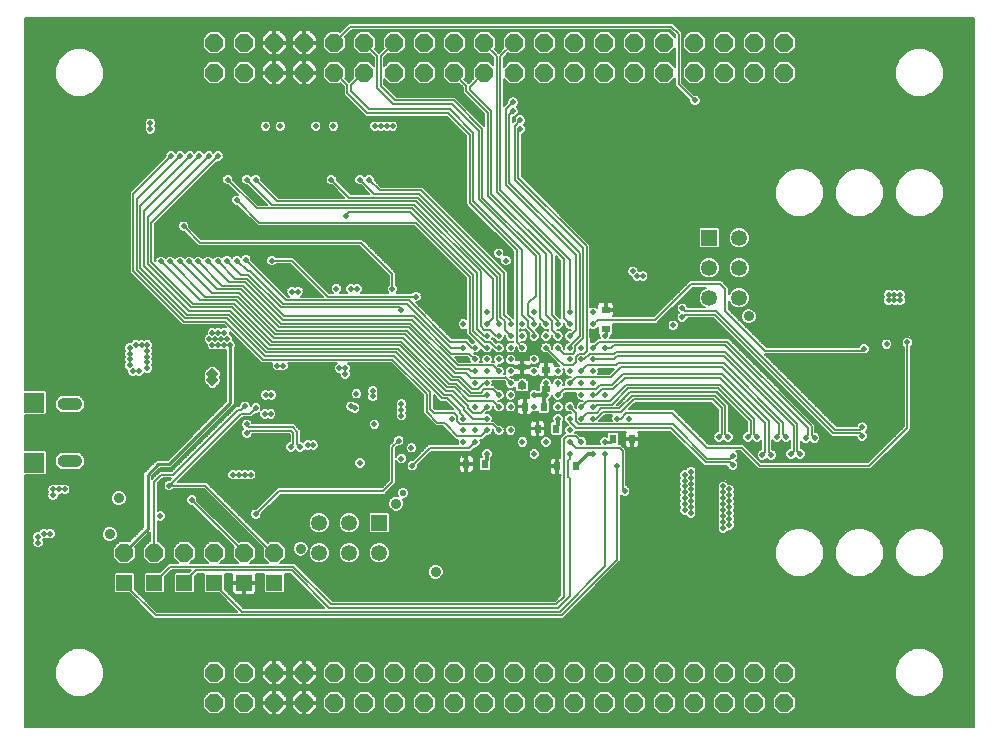
<source format=gbl>
G75*
G70*
%OFA0B0*%
%FSLAX24Y24*%
%IPPOS*%
%LPD*%
%AMOC8*
5,1,8,0,0,1.08239X$1,22.5*
%
%ADD10O,0.0827X0.0413*%
%ADD11R,0.0650X0.0650*%
%ADD12OC8,0.0591*%
%ADD13R,0.0531X0.0531*%
%ADD14C,0.0531*%
%ADD15R,0.0236X0.0315*%
%ADD16R,0.0315X0.0236*%
%ADD17C,0.0200*%
%ADD18C,0.0060*%
%ADD19C,0.0100*%
%ADD20C,0.0080*%
%ADD21C,0.0120*%
%ADD22C,0.0354*%
%ADD23C,0.0230*%
D10*
X006894Y015175D03*
X006894Y017065D03*
D11*
X005713Y017124D03*
X005713Y015116D03*
D12*
X008713Y012120D03*
X009713Y012120D03*
X010713Y012120D03*
X011713Y012120D03*
X012713Y012120D03*
X013713Y012120D03*
X013713Y008120D03*
X012713Y008120D03*
X012713Y007120D03*
X013713Y007120D03*
X014713Y007120D03*
X015713Y007120D03*
X016713Y007120D03*
X017713Y007120D03*
X018713Y007120D03*
X019713Y007120D03*
X020713Y007120D03*
X021713Y007120D03*
X022713Y007120D03*
X023713Y007120D03*
X024713Y007120D03*
X025713Y007120D03*
X026713Y007120D03*
X027713Y007120D03*
X028713Y007120D03*
X029713Y007120D03*
X030713Y007120D03*
X030713Y008120D03*
X029713Y008120D03*
X028713Y008120D03*
X027713Y008120D03*
X026713Y008120D03*
X025713Y008120D03*
X024713Y008120D03*
X023713Y008120D03*
X022713Y008120D03*
X021713Y008120D03*
X020713Y008120D03*
X019713Y008120D03*
X018713Y008120D03*
X017713Y008120D03*
X016713Y008120D03*
X015713Y008120D03*
X014713Y008120D03*
X011713Y008120D03*
X011713Y007120D03*
X011713Y028120D03*
X012713Y028120D03*
X013713Y028120D03*
X014713Y028120D03*
X015713Y028120D03*
X016713Y028120D03*
X017713Y028120D03*
X018713Y028120D03*
X019713Y028120D03*
X020713Y028120D03*
X021713Y028120D03*
X022713Y028120D03*
X023713Y028120D03*
X024713Y028120D03*
X025713Y028120D03*
X026713Y028120D03*
X027713Y028120D03*
X028713Y028120D03*
X029713Y028120D03*
X030713Y028120D03*
X030713Y029120D03*
X029713Y029120D03*
X028713Y029120D03*
X027713Y029120D03*
X026713Y029120D03*
X025713Y029120D03*
X024713Y029120D03*
X023713Y029120D03*
X022713Y029120D03*
X021713Y029120D03*
X020713Y029120D03*
X019713Y029120D03*
X018713Y029120D03*
X017713Y029120D03*
X016713Y029120D03*
X015713Y029120D03*
X014713Y029120D03*
X013713Y029120D03*
X012713Y029120D03*
X011713Y029120D03*
D13*
X028213Y022620D03*
X017213Y013120D03*
X013713Y011120D03*
X012713Y011120D03*
X011713Y011120D03*
X010713Y011120D03*
X009713Y011120D03*
X008713Y011120D03*
D14*
X015213Y012120D03*
X016213Y012120D03*
X017213Y012120D03*
X016213Y013120D03*
X015213Y013120D03*
X028213Y020620D03*
X029213Y020620D03*
X029213Y021620D03*
X028213Y021620D03*
X029213Y022620D03*
D15*
X022698Y016990D03*
X022068Y016990D03*
X022488Y016260D03*
X023118Y016260D03*
X023148Y015000D03*
X023778Y015000D03*
X025008Y015900D03*
X025638Y015900D03*
X020738Y015080D03*
X020108Y015080D03*
D16*
X021973Y017675D03*
X021973Y018305D03*
X022783Y018215D03*
X022783Y017585D03*
X024763Y019585D03*
X024763Y020215D03*
D17*
X024346Y020135D03*
X024346Y019742D03*
X024346Y019348D03*
X024346Y018954D03*
X023953Y018954D03*
X023953Y018561D03*
X024346Y018561D03*
X024346Y018167D03*
X023953Y018167D03*
X023953Y017773D03*
X024346Y017773D03*
X024740Y018167D03*
X024740Y018954D03*
X024740Y019348D03*
X023559Y019348D03*
X023559Y018954D03*
X023559Y018561D03*
X023559Y018167D03*
X023165Y018167D03*
X023165Y017773D03*
X022772Y017773D03*
X022378Y017773D03*
X021984Y017773D03*
X021591Y017773D03*
X021591Y018167D03*
X021591Y018561D03*
X021984Y018561D03*
X021984Y018954D03*
X021591Y018954D03*
X021591Y019348D03*
X021984Y019348D03*
X021984Y019742D03*
X021591Y019742D03*
X021591Y020135D03*
X021197Y019742D03*
X020803Y019742D03*
X020803Y020135D03*
X020803Y019348D03*
X020803Y018954D03*
X020803Y018561D03*
X020409Y018561D03*
X020016Y018561D03*
X020016Y018954D03*
X020409Y018954D03*
X020409Y018167D03*
X020409Y017773D03*
X020803Y017773D03*
X021197Y017773D03*
X021197Y018167D03*
X021197Y018561D03*
X021197Y018954D03*
X021197Y019348D03*
X022378Y019348D03*
X022378Y018954D03*
X022378Y018561D03*
X022772Y018561D03*
X022772Y018954D03*
X023165Y018954D03*
X023165Y019348D03*
X022772Y019348D03*
X022772Y019742D03*
X023165Y019742D03*
X023165Y020135D03*
X023559Y020135D03*
X023559Y019742D03*
X022378Y019742D03*
X022378Y020135D03*
X021433Y021860D03*
X021193Y022100D03*
X019425Y021021D03*
X019130Y021021D03*
X019130Y020726D03*
X018433Y020660D03*
X018133Y021110D03*
X018133Y021320D03*
X017653Y020900D03*
X017953Y020210D03*
X016472Y020923D03*
X016276Y020923D03*
X015783Y020923D03*
X015013Y020780D03*
X014923Y020960D03*
X014803Y020780D03*
X014504Y020824D03*
X014307Y020824D03*
X013993Y020960D03*
X013633Y021860D03*
X013873Y022070D03*
X014083Y022070D03*
X012763Y021890D03*
X012463Y021860D03*
X012133Y021860D03*
X011833Y021830D03*
X011503Y021830D03*
X011173Y021830D03*
X010873Y021830D03*
X010573Y021830D03*
X010243Y021830D03*
X009943Y021830D03*
X009853Y022160D03*
X009853Y022400D03*
X010693Y023000D03*
X012463Y023870D03*
X012163Y024560D03*
X012793Y024560D03*
X013093Y024560D03*
X011833Y025340D03*
X011533Y025340D03*
X011203Y025340D03*
X010903Y025340D03*
X010573Y025340D03*
X010273Y025340D03*
X009583Y026238D03*
X009583Y026435D03*
X013421Y026336D03*
X013913Y026336D03*
X014623Y026330D03*
X014623Y026540D03*
X014503Y026750D03*
X015094Y026336D03*
X015685Y026336D03*
X016213Y026720D03*
X016363Y026540D03*
X016363Y026330D03*
X017063Y026336D03*
X017260Y026336D03*
X017457Y026336D03*
X017654Y026336D03*
X016873Y024560D03*
X016573Y024560D03*
X015613Y024560D03*
X016093Y023360D03*
X019622Y020135D03*
X020016Y020135D03*
X020016Y019742D03*
X020803Y018167D03*
X020803Y017380D03*
X021197Y017380D03*
X021591Y017380D03*
X021984Y017380D03*
X022378Y017380D03*
X022772Y017380D03*
X023165Y017380D03*
X023559Y017380D03*
X023953Y017380D03*
X024346Y017380D03*
X024346Y016986D03*
X023953Y016986D03*
X023953Y016592D03*
X024346Y016592D03*
X024740Y016592D03*
X025134Y016592D03*
X025528Y016592D03*
X024740Y015805D03*
X024346Y015805D03*
X023953Y015805D03*
X023559Y015805D03*
X023559Y016198D03*
X023559Y016592D03*
X023165Y016592D03*
X023165Y016986D03*
X023559Y016986D03*
X023559Y017773D03*
X024740Y017380D03*
X024740Y015411D03*
X024346Y015411D03*
X025134Y015017D03*
X025626Y014919D03*
X025626Y015214D03*
X025626Y014624D03*
X025393Y014180D03*
X023559Y015411D03*
X023165Y015411D03*
X022772Y015805D03*
X022378Y015411D03*
X021984Y015805D03*
X021591Y016198D03*
X021197Y016198D03*
X020803Y016198D03*
X020803Y015805D03*
X020409Y015805D03*
X020016Y015805D03*
X020016Y016198D03*
X020409Y016198D03*
X020016Y016592D03*
X019622Y016592D03*
X019228Y016986D03*
X018146Y017576D03*
X017949Y017478D03*
X017949Y017675D03*
X017949Y017872D03*
X017260Y017970D03*
X017260Y018167D03*
X017260Y018364D03*
X016993Y017510D03*
X016993Y017330D03*
X016965Y016887D03*
X016965Y016691D03*
X017053Y016400D03*
X016374Y016002D03*
X016374Y015706D03*
X016571Y015116D03*
X016093Y014600D03*
X015763Y014600D03*
X015193Y014525D03*
X014996Y014525D03*
X014799Y014525D03*
X014602Y014525D03*
X014563Y015650D03*
X014833Y015710D03*
X015013Y015710D03*
X014263Y015650D03*
X014996Y016691D03*
X014799Y016887D03*
X014602Y017084D03*
X014799Y017281D03*
X014996Y017478D03*
X015193Y017281D03*
X015390Y017084D03*
X015193Y016887D03*
X016273Y017000D03*
X016393Y016940D03*
X016453Y017420D03*
X016079Y018069D03*
X016079Y018265D03*
X015882Y018265D03*
X014012Y018355D03*
X013815Y018355D03*
X013618Y017380D03*
X013421Y017380D03*
X013093Y016940D03*
X012733Y017000D03*
X012793Y016400D03*
X012793Y016100D03*
X013408Y016750D03*
X013588Y016750D03*
X011748Y017872D03*
X011650Y017970D03*
X011748Y018069D03*
X011650Y018167D03*
X011551Y018069D03*
X011551Y017872D03*
X011650Y017773D03*
X011443Y018440D03*
X011263Y018440D03*
X011083Y018440D03*
X011593Y018590D03*
X011593Y018770D03*
X011650Y019053D03*
X011846Y019053D03*
X012043Y019053D03*
X012240Y019053D03*
X012142Y019250D03*
X011945Y019250D03*
X011748Y019250D03*
X011551Y019250D03*
X011650Y019446D03*
X011846Y019446D03*
X012043Y019446D03*
X011593Y017300D03*
X011593Y017120D03*
X011593Y016940D03*
X011413Y016940D03*
X011233Y016940D03*
X009343Y017270D03*
X009343Y017450D03*
X009163Y017450D03*
X009163Y017270D03*
X009189Y018167D03*
X008992Y018167D03*
X008894Y018364D03*
X008894Y018561D03*
X008894Y018757D03*
X008894Y018954D03*
X009091Y019053D03*
X009287Y019053D03*
X009484Y019053D03*
X009484Y018856D03*
X009484Y018659D03*
X009484Y018462D03*
X009484Y018265D03*
X008023Y018770D03*
X007843Y018770D03*
X007843Y018950D03*
X007393Y018020D03*
X007393Y017810D03*
X007603Y017420D03*
X007783Y017420D03*
X007573Y015650D03*
X007573Y015470D03*
X007393Y015470D03*
X007393Y015650D03*
X007483Y015290D03*
X006253Y015590D03*
X006253Y015770D03*
X006335Y014230D03*
X006531Y014230D03*
X006728Y014230D03*
X006335Y014033D03*
X006313Y013640D03*
X007093Y013640D03*
X006236Y012754D03*
X006039Y012754D03*
X005843Y012655D03*
X005843Y012458D03*
X005713Y013190D03*
X006553Y012230D03*
X006553Y011990D03*
X007693Y011510D03*
X008083Y011810D03*
X008533Y012980D03*
X008563Y013310D03*
X009908Y013344D03*
X010153Y013220D03*
X010333Y013220D03*
X010513Y013220D03*
X010963Y013880D03*
X011233Y014720D03*
X011413Y014750D03*
X012339Y014722D03*
X012535Y014722D03*
X012732Y014722D03*
X012929Y014722D03*
X013093Y013400D03*
X010213Y014360D03*
X005713Y019010D03*
X007693Y020930D03*
X007873Y020930D03*
X008053Y020930D03*
X008233Y020930D03*
X009133Y021080D03*
X009313Y020900D03*
X017949Y017084D03*
X017949Y016887D03*
X017949Y016691D03*
X017863Y015860D03*
X018283Y015620D03*
X017953Y015260D03*
X018313Y015020D03*
X019228Y014131D03*
X019425Y013935D03*
X019425Y014328D03*
X020016Y015411D03*
X020803Y015411D03*
X021591Y015411D03*
X022378Y016592D03*
X022378Y016986D03*
X021591Y016986D03*
X021197Y016986D03*
X020803Y016986D03*
X020409Y016986D03*
X020803Y016592D03*
X022378Y018167D03*
X025035Y021021D03*
X025331Y021021D03*
X025626Y021021D03*
X025626Y020726D03*
X025813Y021350D03*
X025993Y021350D03*
X025663Y021500D03*
X025933Y021890D03*
X025573Y022130D03*
X026023Y022550D03*
X027313Y020270D03*
X027313Y019970D03*
X027013Y019700D03*
X028543Y015980D03*
X028843Y015980D03*
X028993Y015350D03*
X028993Y015050D03*
X028677Y014328D03*
X028677Y014131D03*
X028677Y013935D03*
X028677Y013738D03*
X028677Y013541D03*
X028677Y013344D03*
X028677Y013147D03*
X028677Y012950D03*
X028874Y013049D03*
X028874Y013246D03*
X028874Y013443D03*
X028874Y013639D03*
X028874Y013836D03*
X028874Y014033D03*
X028874Y014230D03*
X027594Y014230D03*
X027594Y014427D03*
X027594Y014624D03*
X027594Y014820D03*
X027398Y014722D03*
X027398Y014525D03*
X027398Y014328D03*
X027398Y014131D03*
X027398Y013935D03*
X027398Y013738D03*
X027398Y013541D03*
X027594Y013639D03*
X027594Y013443D03*
X027594Y013836D03*
X027594Y014033D03*
X029503Y015980D03*
X029803Y015980D03*
X030463Y015980D03*
X030763Y015980D03*
X031423Y015950D03*
X031723Y015950D03*
X031243Y015410D03*
X030943Y015410D03*
X030283Y015380D03*
X029983Y015380D03*
X033223Y015440D03*
X033223Y015650D03*
X033313Y016010D03*
X033313Y016310D03*
X033223Y016850D03*
X033223Y017330D03*
X033223Y017810D03*
X033373Y018920D03*
X033223Y019220D03*
X033223Y019700D03*
X033223Y020150D03*
X033223Y020300D03*
X034189Y020529D03*
X034386Y020529D03*
X034583Y020529D03*
X034583Y020726D03*
X034386Y020726D03*
X034189Y020726D03*
X034123Y019070D03*
X034813Y019130D03*
X034183Y016280D03*
X034183Y016070D03*
X031633Y019970D03*
X031633Y020180D03*
X031423Y020180D03*
X031423Y019970D03*
X027733Y027200D03*
X021913Y026540D03*
X021913Y026240D03*
X021673Y026840D03*
X021673Y027140D03*
X016363Y009590D03*
X015973Y009110D03*
D18*
X005393Y006300D02*
X005393Y014701D01*
X006075Y014701D01*
X006127Y014754D01*
X006127Y015478D01*
X006075Y015531D01*
X005393Y015531D01*
X005393Y016709D01*
X006075Y016709D01*
X006127Y016762D01*
X006127Y017486D01*
X006075Y017538D01*
X005393Y017538D01*
X005393Y029940D01*
X037033Y029940D01*
X037033Y006300D01*
X005393Y006300D01*
X005393Y006306D02*
X037033Y006306D01*
X037033Y006365D02*
X005393Y006365D01*
X005393Y006423D02*
X037033Y006423D01*
X037033Y006482D02*
X005393Y006482D01*
X005393Y006540D02*
X037033Y006540D01*
X037033Y006599D02*
X005393Y006599D01*
X005393Y006657D02*
X037033Y006657D01*
X037033Y006716D02*
X014910Y006716D01*
X014889Y006694D02*
X015138Y006944D01*
X015138Y007090D01*
X014743Y007090D01*
X014743Y007150D01*
X015138Y007150D01*
X015138Y007296D01*
X014889Y007545D01*
X014743Y007545D01*
X014743Y007150D01*
X014683Y007150D01*
X014683Y007545D01*
X014536Y007545D01*
X014287Y007296D01*
X014287Y007150D01*
X014682Y007150D01*
X014682Y007090D01*
X014287Y007090D01*
X014287Y006944D01*
X014536Y006694D01*
X014683Y006694D01*
X014683Y007089D01*
X014743Y007089D01*
X014743Y006694D01*
X014889Y006694D01*
X014969Y006775D02*
X015513Y006775D01*
X015553Y006734D02*
X015872Y006734D01*
X016098Y006960D01*
X016098Y007279D01*
X015872Y007505D01*
X015553Y007505D01*
X015327Y007279D01*
X015327Y006960D01*
X015553Y006734D01*
X015454Y006833D02*
X015027Y006833D01*
X015086Y006892D02*
X015396Y006892D01*
X015337Y006950D02*
X015138Y006950D01*
X015138Y007009D02*
X015327Y007009D01*
X015327Y007067D02*
X015138Y007067D01*
X015138Y007184D02*
X015327Y007184D01*
X015327Y007126D02*
X014743Y007126D01*
X014743Y007184D02*
X014683Y007184D01*
X014682Y007126D02*
X013743Y007126D01*
X013743Y007150D02*
X014138Y007150D01*
X014138Y007296D01*
X013889Y007545D01*
X013743Y007545D01*
X013743Y007150D01*
X013743Y007090D01*
X014138Y007090D01*
X014138Y006944D01*
X013889Y006694D01*
X013743Y006694D01*
X013743Y007089D01*
X013683Y007089D01*
X013683Y006694D01*
X013536Y006694D01*
X013287Y006944D01*
X013287Y007090D01*
X013682Y007090D01*
X013682Y007150D01*
X013287Y007150D01*
X013287Y007296D01*
X013536Y007545D01*
X013683Y007545D01*
X013683Y007150D01*
X013743Y007150D01*
X013743Y007184D02*
X013683Y007184D01*
X013682Y007126D02*
X013098Y007126D01*
X013098Y007184D02*
X013287Y007184D01*
X013287Y007243D02*
X013098Y007243D01*
X013098Y007279D02*
X012872Y007505D01*
X012553Y007505D01*
X012327Y007279D01*
X012327Y006960D01*
X012553Y006734D01*
X012872Y006734D01*
X013098Y006960D01*
X013098Y007279D01*
X013076Y007301D02*
X013293Y007301D01*
X013352Y007360D02*
X013017Y007360D01*
X012959Y007419D02*
X013410Y007419D01*
X013469Y007477D02*
X012900Y007477D01*
X012872Y007734D02*
X012553Y007734D01*
X012327Y007960D01*
X012327Y008279D01*
X012553Y008505D01*
X012872Y008505D01*
X013098Y008279D01*
X013098Y007960D01*
X012872Y007734D01*
X012908Y007770D02*
X013461Y007770D01*
X013403Y007828D02*
X012966Y007828D01*
X013025Y007887D02*
X013344Y007887D01*
X013287Y007944D02*
X013536Y007694D01*
X013683Y007694D01*
X013683Y008089D01*
X013743Y008089D01*
X013743Y007694D01*
X013889Y007694D01*
X014138Y007944D01*
X014138Y008090D01*
X013743Y008090D01*
X013743Y008150D01*
X014138Y008150D01*
X014138Y008296D01*
X013889Y008545D01*
X013743Y008545D01*
X013743Y008150D01*
X013683Y008150D01*
X013683Y008545D01*
X013536Y008545D01*
X013287Y008296D01*
X013287Y008150D01*
X013682Y008150D01*
X013682Y008090D01*
X013287Y008090D01*
X013287Y007944D01*
X013287Y007945D02*
X013083Y007945D01*
X013098Y008004D02*
X013287Y008004D01*
X013287Y008063D02*
X013098Y008063D01*
X013098Y008121D02*
X013682Y008121D01*
X013683Y008063D02*
X013743Y008063D01*
X013743Y008121D02*
X014682Y008121D01*
X014682Y008150D02*
X014682Y008090D01*
X014287Y008090D01*
X014287Y007944D01*
X014536Y007694D01*
X014683Y007694D01*
X014683Y008089D01*
X014743Y008089D01*
X014743Y007694D01*
X014889Y007694D01*
X015138Y007944D01*
X015138Y008090D01*
X014743Y008090D01*
X014743Y008150D01*
X015138Y008150D01*
X015138Y008296D01*
X014889Y008545D01*
X014743Y008545D01*
X014743Y008150D01*
X014683Y008150D01*
X014683Y008545D01*
X014536Y008545D01*
X014287Y008296D01*
X014287Y008150D01*
X014682Y008150D01*
X014683Y008180D02*
X014743Y008180D01*
X014743Y008238D02*
X014683Y008238D01*
X014683Y008297D02*
X014743Y008297D01*
X014743Y008355D02*
X014683Y008355D01*
X014683Y008414D02*
X014743Y008414D01*
X014743Y008472D02*
X014683Y008472D01*
X014683Y008531D02*
X014743Y008531D01*
X014903Y008531D02*
X034506Y008531D01*
X034526Y008578D02*
X034403Y008281D01*
X034403Y007959D01*
X034526Y007661D01*
X034754Y007433D01*
X035051Y007310D01*
X035374Y007310D01*
X035671Y007433D01*
X035899Y007661D01*
X036022Y007959D01*
X036022Y008281D01*
X035899Y008578D01*
X035671Y008806D01*
X035374Y008930D01*
X035051Y008930D01*
X034754Y008806D01*
X034526Y008578D01*
X034537Y008589D02*
X007888Y008589D01*
X007899Y008578D02*
X007671Y008806D01*
X007374Y008930D01*
X007051Y008930D01*
X006754Y008806D01*
X006526Y008578D01*
X006403Y008281D01*
X006403Y007959D01*
X006526Y007661D01*
X006754Y007433D01*
X007051Y007310D01*
X007374Y007310D01*
X007671Y007433D01*
X007899Y007661D01*
X008022Y007959D01*
X008022Y008281D01*
X007899Y008578D01*
X007919Y008531D02*
X013522Y008531D01*
X013464Y008472D02*
X012905Y008472D01*
X012963Y008414D02*
X013405Y008414D01*
X013347Y008355D02*
X013022Y008355D01*
X013080Y008297D02*
X013288Y008297D01*
X013287Y008238D02*
X013098Y008238D01*
X013098Y008180D02*
X013287Y008180D01*
X013683Y008180D02*
X013743Y008180D01*
X013743Y008238D02*
X013683Y008238D01*
X013683Y008297D02*
X013743Y008297D01*
X013743Y008355D02*
X013683Y008355D01*
X013683Y008414D02*
X013743Y008414D01*
X013743Y008472D02*
X013683Y008472D01*
X013683Y008531D02*
X013743Y008531D01*
X013903Y008531D02*
X014522Y008531D01*
X014464Y008472D02*
X013961Y008472D01*
X014020Y008414D02*
X014405Y008414D01*
X014347Y008355D02*
X014078Y008355D01*
X014137Y008297D02*
X014288Y008297D01*
X014287Y008238D02*
X014138Y008238D01*
X014138Y008180D02*
X014287Y008180D01*
X014287Y008063D02*
X014138Y008063D01*
X014138Y008004D02*
X014287Y008004D01*
X014287Y007945D02*
X014138Y007945D01*
X014081Y007887D02*
X014344Y007887D01*
X014403Y007828D02*
X014023Y007828D01*
X013964Y007770D02*
X014461Y007770D01*
X014520Y007711D02*
X013906Y007711D01*
X013743Y007711D02*
X013683Y007711D01*
X013683Y007770D02*
X013743Y007770D01*
X013743Y007828D02*
X013683Y007828D01*
X013683Y007887D02*
X013743Y007887D01*
X013743Y007945D02*
X013683Y007945D01*
X013683Y008004D02*
X013743Y008004D01*
X013520Y007711D02*
X007920Y007711D01*
X007944Y007770D02*
X011518Y007770D01*
X011553Y007734D02*
X011872Y007734D01*
X012098Y007960D01*
X012098Y008279D01*
X011872Y008505D01*
X011553Y008505D01*
X011327Y008279D01*
X011327Y007960D01*
X011553Y007734D01*
X011459Y007828D02*
X007969Y007828D01*
X007993Y007887D02*
X011401Y007887D01*
X011342Y007945D02*
X008017Y007945D01*
X008022Y008004D02*
X011327Y008004D01*
X011327Y008063D02*
X008022Y008063D01*
X008022Y008121D02*
X011327Y008121D01*
X011327Y008180D02*
X008022Y008180D01*
X008022Y008238D02*
X011327Y008238D01*
X011345Y008297D02*
X008016Y008297D01*
X007992Y008355D02*
X011403Y008355D01*
X011462Y008414D02*
X007967Y008414D01*
X007943Y008472D02*
X011520Y008472D01*
X011905Y008472D02*
X012520Y008472D01*
X012462Y008414D02*
X011963Y008414D01*
X012022Y008355D02*
X012403Y008355D01*
X012345Y008297D02*
X012080Y008297D01*
X012098Y008238D02*
X012327Y008238D01*
X012327Y008180D02*
X012098Y008180D01*
X012098Y008121D02*
X012327Y008121D01*
X012327Y008063D02*
X012098Y008063D01*
X012098Y008004D02*
X012327Y008004D01*
X012342Y007945D02*
X012083Y007945D01*
X012025Y007887D02*
X012401Y007887D01*
X012459Y007828D02*
X011966Y007828D01*
X011908Y007770D02*
X012518Y007770D01*
X012525Y007477D02*
X011900Y007477D01*
X011872Y007505D02*
X011553Y007505D01*
X011327Y007279D01*
X011327Y006960D01*
X011553Y006734D01*
X011872Y006734D01*
X012098Y006960D01*
X012098Y007279D01*
X011872Y007505D01*
X011959Y007419D02*
X012467Y007419D01*
X012408Y007360D02*
X012017Y007360D01*
X012076Y007301D02*
X012350Y007301D01*
X012327Y007243D02*
X012098Y007243D01*
X012098Y007184D02*
X012327Y007184D01*
X012327Y007126D02*
X012098Y007126D01*
X012098Y007067D02*
X012327Y007067D01*
X012327Y007009D02*
X012098Y007009D01*
X012088Y006950D02*
X012337Y006950D01*
X012396Y006892D02*
X012029Y006892D01*
X011971Y006833D02*
X012454Y006833D01*
X012513Y006775D02*
X011912Y006775D01*
X011513Y006775D02*
X005393Y006775D01*
X005393Y006833D02*
X011454Y006833D01*
X011396Y006892D02*
X005393Y006892D01*
X005393Y006950D02*
X011337Y006950D01*
X011327Y007009D02*
X005393Y007009D01*
X005393Y007067D02*
X011327Y007067D01*
X011327Y007126D02*
X005393Y007126D01*
X005393Y007184D02*
X011327Y007184D01*
X011327Y007243D02*
X005393Y007243D01*
X005393Y007301D02*
X011350Y007301D01*
X011408Y007360D02*
X007495Y007360D01*
X007636Y007419D02*
X011467Y007419D01*
X011525Y007477D02*
X007715Y007477D01*
X007774Y007536D02*
X013527Y007536D01*
X013683Y007536D02*
X013743Y007536D01*
X013743Y007477D02*
X013683Y007477D01*
X013683Y007419D02*
X013743Y007419D01*
X013743Y007360D02*
X013683Y007360D01*
X013683Y007301D02*
X013743Y007301D01*
X013743Y007243D02*
X013683Y007243D01*
X013683Y007067D02*
X013743Y007067D01*
X013743Y007009D02*
X013683Y007009D01*
X013683Y006950D02*
X013743Y006950D01*
X013743Y006892D02*
X013683Y006892D01*
X013683Y006833D02*
X013743Y006833D01*
X013743Y006775D02*
X013683Y006775D01*
X013683Y006716D02*
X013743Y006716D01*
X013910Y006716D02*
X014515Y006716D01*
X014456Y006775D02*
X013969Y006775D01*
X014027Y006833D02*
X014398Y006833D01*
X014339Y006892D02*
X014086Y006892D01*
X014138Y006950D02*
X014287Y006950D01*
X014287Y007009D02*
X014138Y007009D01*
X014138Y007067D02*
X014287Y007067D01*
X014287Y007184D02*
X014138Y007184D01*
X014138Y007243D02*
X014287Y007243D01*
X014293Y007301D02*
X014132Y007301D01*
X014074Y007360D02*
X014352Y007360D01*
X014410Y007419D02*
X014015Y007419D01*
X013957Y007477D02*
X014469Y007477D01*
X014527Y007536D02*
X013898Y007536D01*
X013287Y007067D02*
X013098Y007067D01*
X013098Y007009D02*
X013287Y007009D01*
X013287Y006950D02*
X013088Y006950D01*
X013029Y006892D02*
X013339Y006892D01*
X013398Y006833D02*
X012971Y006833D01*
X012912Y006775D02*
X013456Y006775D01*
X013515Y006716D02*
X005393Y006716D01*
X005393Y007360D02*
X006930Y007360D01*
X006789Y007419D02*
X005393Y007419D01*
X005393Y007477D02*
X006710Y007477D01*
X006651Y007536D02*
X005393Y007536D01*
X005393Y007594D02*
X006593Y007594D01*
X006534Y007653D02*
X005393Y007653D01*
X005393Y007711D02*
X006505Y007711D01*
X006481Y007770D02*
X005393Y007770D01*
X005393Y007828D02*
X006457Y007828D01*
X006432Y007887D02*
X005393Y007887D01*
X005393Y007945D02*
X006408Y007945D01*
X006403Y008004D02*
X005393Y008004D01*
X005393Y008063D02*
X006403Y008063D01*
X006403Y008121D02*
X005393Y008121D01*
X005393Y008180D02*
X006403Y008180D01*
X006403Y008238D02*
X005393Y008238D01*
X005393Y008297D02*
X006409Y008297D01*
X006434Y008355D02*
X005393Y008355D01*
X005393Y008414D02*
X006458Y008414D01*
X006482Y008472D02*
X005393Y008472D01*
X005393Y008531D02*
X006506Y008531D01*
X006537Y008589D02*
X005393Y008589D01*
X005393Y008648D02*
X006595Y008648D01*
X006654Y008706D02*
X005393Y008706D01*
X005393Y008765D02*
X006713Y008765D01*
X006796Y008824D02*
X005393Y008824D01*
X005393Y008882D02*
X006937Y008882D01*
X007488Y008882D02*
X034937Y008882D01*
X034796Y008824D02*
X007630Y008824D01*
X007713Y008765D02*
X034713Y008765D01*
X034654Y008706D02*
X007771Y008706D01*
X007830Y008648D02*
X034595Y008648D01*
X034482Y008472D02*
X030905Y008472D01*
X030872Y008505D02*
X030553Y008505D01*
X030327Y008279D01*
X030327Y007960D01*
X030553Y007734D01*
X030872Y007734D01*
X031098Y007960D01*
X031098Y008279D01*
X030872Y008505D01*
X030963Y008414D02*
X034458Y008414D01*
X034434Y008355D02*
X031022Y008355D01*
X031080Y008297D02*
X034409Y008297D01*
X034403Y008238D02*
X031098Y008238D01*
X031098Y008180D02*
X034403Y008180D01*
X034403Y008121D02*
X031098Y008121D01*
X031098Y008063D02*
X034403Y008063D01*
X034403Y008004D02*
X031098Y008004D01*
X031083Y007945D02*
X034408Y007945D01*
X034432Y007887D02*
X031025Y007887D01*
X030966Y007828D02*
X034457Y007828D01*
X034481Y007770D02*
X030908Y007770D01*
X030872Y007505D02*
X030553Y007505D01*
X030327Y007279D01*
X030327Y006960D01*
X030553Y006734D01*
X030872Y006734D01*
X031098Y006960D01*
X031098Y007279D01*
X030872Y007505D01*
X030900Y007477D02*
X034710Y007477D01*
X034651Y007536D02*
X014898Y007536D01*
X014957Y007477D02*
X015525Y007477D01*
X015467Y007419D02*
X015015Y007419D01*
X015074Y007360D02*
X015408Y007360D01*
X015350Y007301D02*
X015132Y007301D01*
X015138Y007243D02*
X015327Y007243D01*
X015553Y007734D02*
X015327Y007960D01*
X015327Y008279D01*
X015553Y008505D01*
X015872Y008505D01*
X016098Y008279D01*
X016098Y007960D01*
X015872Y007734D01*
X015553Y007734D01*
X015518Y007770D02*
X014964Y007770D01*
X015023Y007828D02*
X015459Y007828D01*
X015401Y007887D02*
X015081Y007887D01*
X015138Y007945D02*
X015342Y007945D01*
X015327Y008004D02*
X015138Y008004D01*
X015138Y008063D02*
X015327Y008063D01*
X015327Y008121D02*
X014743Y008121D01*
X014743Y008063D02*
X014683Y008063D01*
X014683Y008004D02*
X014743Y008004D01*
X014743Y007945D02*
X014683Y007945D01*
X014683Y007887D02*
X014743Y007887D01*
X014743Y007828D02*
X014683Y007828D01*
X014683Y007770D02*
X014743Y007770D01*
X014743Y007711D02*
X014683Y007711D01*
X014683Y007536D02*
X014743Y007536D01*
X014743Y007477D02*
X014683Y007477D01*
X014683Y007419D02*
X014743Y007419D01*
X014743Y007360D02*
X014683Y007360D01*
X014683Y007301D02*
X014743Y007301D01*
X014743Y007243D02*
X014683Y007243D01*
X014683Y007067D02*
X014743Y007067D01*
X014743Y007009D02*
X014683Y007009D01*
X014683Y006950D02*
X014743Y006950D01*
X014743Y006892D02*
X014683Y006892D01*
X014683Y006833D02*
X014743Y006833D01*
X014743Y006775D02*
X014683Y006775D01*
X014683Y006716D02*
X014743Y006716D01*
X015912Y006775D02*
X016513Y006775D01*
X016553Y006734D02*
X016872Y006734D01*
X017098Y006960D01*
X017098Y007279D01*
X016872Y007505D01*
X016553Y007505D01*
X016327Y007279D01*
X016327Y006960D01*
X016553Y006734D01*
X016454Y006833D02*
X015971Y006833D01*
X016029Y006892D02*
X016396Y006892D01*
X016337Y006950D02*
X016088Y006950D01*
X016098Y007009D02*
X016327Y007009D01*
X016327Y007067D02*
X016098Y007067D01*
X016098Y007126D02*
X016327Y007126D01*
X016327Y007184D02*
X016098Y007184D01*
X016098Y007243D02*
X016327Y007243D01*
X016350Y007301D02*
X016076Y007301D01*
X016017Y007360D02*
X016408Y007360D01*
X016467Y007419D02*
X015959Y007419D01*
X015900Y007477D02*
X016525Y007477D01*
X016553Y007734D02*
X016327Y007960D01*
X016327Y008279D01*
X016553Y008505D01*
X016872Y008505D01*
X017098Y008279D01*
X017098Y007960D01*
X016872Y007734D01*
X016553Y007734D01*
X016518Y007770D02*
X015908Y007770D01*
X015966Y007828D02*
X016459Y007828D01*
X016401Y007887D02*
X016025Y007887D01*
X016083Y007945D02*
X016342Y007945D01*
X016327Y008004D02*
X016098Y008004D01*
X016098Y008063D02*
X016327Y008063D01*
X016327Y008121D02*
X016098Y008121D01*
X016098Y008180D02*
X016327Y008180D01*
X016327Y008238D02*
X016098Y008238D01*
X016080Y008297D02*
X016345Y008297D01*
X016403Y008355D02*
X016022Y008355D01*
X015963Y008414D02*
X016462Y008414D01*
X016520Y008472D02*
X015905Y008472D01*
X015520Y008472D02*
X014961Y008472D01*
X015020Y008414D02*
X015462Y008414D01*
X015403Y008355D02*
X015078Y008355D01*
X015137Y008297D02*
X015345Y008297D01*
X015327Y008238D02*
X015138Y008238D01*
X015138Y008180D02*
X015327Y008180D01*
X014906Y007711D02*
X034505Y007711D01*
X034534Y007653D02*
X007891Y007653D01*
X007832Y007594D02*
X034593Y007594D01*
X034789Y007419D02*
X030959Y007419D01*
X031017Y007360D02*
X034930Y007360D01*
X035495Y007360D02*
X037033Y007360D01*
X037033Y007419D02*
X035636Y007419D01*
X035715Y007477D02*
X037033Y007477D01*
X037033Y007536D02*
X035774Y007536D01*
X035832Y007594D02*
X037033Y007594D01*
X037033Y007653D02*
X035891Y007653D01*
X035920Y007711D02*
X037033Y007711D01*
X037033Y007770D02*
X035944Y007770D01*
X035969Y007828D02*
X037033Y007828D01*
X037033Y007887D02*
X035993Y007887D01*
X036017Y007945D02*
X037033Y007945D01*
X037033Y008004D02*
X036022Y008004D01*
X036022Y008063D02*
X037033Y008063D01*
X037033Y008121D02*
X036022Y008121D01*
X036022Y008180D02*
X037033Y008180D01*
X037033Y008238D02*
X036022Y008238D01*
X036016Y008297D02*
X037033Y008297D01*
X037033Y008355D02*
X035992Y008355D01*
X035967Y008414D02*
X037033Y008414D01*
X037033Y008472D02*
X035943Y008472D01*
X035919Y008531D02*
X037033Y008531D01*
X037033Y008589D02*
X035888Y008589D01*
X035830Y008648D02*
X037033Y008648D01*
X037033Y008706D02*
X035771Y008706D01*
X035713Y008765D02*
X037033Y008765D01*
X037033Y008824D02*
X035630Y008824D01*
X035488Y008882D02*
X037033Y008882D01*
X037033Y008941D02*
X005393Y008941D01*
X005393Y008999D02*
X037033Y008999D01*
X037033Y009058D02*
X005393Y009058D01*
X005393Y009116D02*
X037033Y009116D01*
X037033Y009175D02*
X005393Y009175D01*
X005393Y009233D02*
X037033Y009233D01*
X037033Y009292D02*
X005393Y009292D01*
X005393Y009350D02*
X037033Y009350D01*
X037033Y009409D02*
X005393Y009409D01*
X005393Y009468D02*
X037033Y009468D01*
X037033Y009526D02*
X005393Y009526D01*
X005393Y009585D02*
X037033Y009585D01*
X037033Y009643D02*
X005393Y009643D01*
X005393Y009702D02*
X037033Y009702D01*
X037033Y009760D02*
X005393Y009760D01*
X005393Y009819D02*
X037033Y009819D01*
X037033Y009877D02*
X005393Y009877D01*
X005393Y009936D02*
X009697Y009936D01*
X009713Y009920D02*
X009812Y009920D01*
X023342Y009920D01*
X023413Y009990D01*
X025184Y011761D01*
X025254Y011831D01*
X025254Y014050D01*
X025285Y014019D01*
X025355Y013990D01*
X025430Y013990D01*
X025500Y014019D01*
X025554Y014072D01*
X025583Y014142D01*
X025583Y014217D01*
X025554Y014287D01*
X025500Y014341D01*
X025451Y014361D01*
X025451Y015559D01*
X025380Y015629D01*
X025352Y015658D01*
X025282Y015728D01*
X025216Y015728D01*
X025216Y016094D01*
X025163Y016147D01*
X024852Y016147D01*
X024800Y016094D01*
X024800Y015986D01*
X024778Y015995D01*
X024702Y015995D01*
X024633Y015966D01*
X024060Y015966D01*
X023991Y015995D01*
X023932Y015995D01*
X023876Y016051D01*
X023806Y016122D01*
X023733Y016122D01*
X023749Y016160D01*
X025438Y016160D01*
X025389Y016111D01*
X025389Y015929D01*
X025608Y015929D01*
X025608Y015871D01*
X025389Y015871D01*
X025389Y015688D01*
X025466Y015612D01*
X025608Y015612D01*
X025608Y015870D01*
X025667Y015870D01*
X025667Y015612D01*
X025809Y015612D01*
X025886Y015688D01*
X025886Y015871D01*
X025667Y015871D01*
X025667Y015929D01*
X025886Y015929D01*
X025886Y016111D01*
X025837Y016160D01*
X026903Y016160D01*
X027973Y015090D01*
X028043Y015020D01*
X028803Y015020D01*
X028803Y015012D01*
X028832Y014942D01*
X028885Y014889D01*
X028955Y014860D01*
X029030Y014860D01*
X029100Y014889D01*
X029154Y014942D01*
X029183Y015012D01*
X029183Y015087D01*
X029154Y015157D01*
X029111Y015200D01*
X029154Y015242D01*
X029183Y015312D01*
X029183Y015387D01*
X029154Y015457D01*
X029111Y015500D01*
X029243Y015500D01*
X029773Y014970D01*
X029843Y014900D01*
X033503Y014900D01*
X033602Y014900D01*
X034862Y016160D01*
X034933Y016230D01*
X034933Y018981D01*
X034974Y019022D01*
X035003Y019092D01*
X035003Y019167D01*
X034974Y019237D01*
X034920Y019291D01*
X034850Y019320D01*
X034775Y019320D01*
X034705Y019291D01*
X034652Y019237D01*
X034623Y019167D01*
X034623Y019092D01*
X034652Y019022D01*
X034693Y018981D01*
X034693Y016329D01*
X033503Y015140D01*
X029942Y015140D01*
X029342Y015740D01*
X029243Y015740D01*
X028202Y015740D01*
X027032Y016910D01*
X026933Y016910D01*
X025532Y016910D01*
X025742Y017120D01*
X028283Y017120D01*
X028513Y016890D01*
X028513Y016170D01*
X028505Y016170D01*
X028435Y016141D01*
X028382Y016087D01*
X028353Y016017D01*
X028353Y015942D01*
X028382Y015872D01*
X028435Y015819D01*
X028505Y015790D01*
X028580Y015790D01*
X028650Y015819D01*
X028693Y015861D01*
X028735Y015819D01*
X028805Y015790D01*
X028880Y015790D01*
X028950Y015819D01*
X029004Y015872D01*
X029033Y015942D01*
X029033Y016017D01*
X029004Y016087D01*
X028950Y016141D01*
X028880Y016170D01*
X028873Y016170D01*
X028873Y017049D01*
X028802Y017120D01*
X028442Y017480D01*
X028343Y017480D01*
X025583Y017480D01*
X025513Y017409D01*
X025163Y017060D01*
X025142Y017060D01*
X025562Y017480D01*
X028463Y017480D01*
X029473Y016470D01*
X029473Y016170D01*
X029465Y016170D01*
X029395Y016141D01*
X029342Y016087D01*
X029313Y016017D01*
X029313Y015942D01*
X029342Y015872D01*
X029395Y015819D01*
X029465Y015790D01*
X029540Y015790D01*
X029610Y015819D01*
X029653Y015861D01*
X029695Y015819D01*
X029765Y015790D01*
X029840Y015790D01*
X029910Y015819D01*
X029953Y015861D01*
X029953Y015570D01*
X029945Y015570D01*
X029875Y015541D01*
X029822Y015487D01*
X029793Y015417D01*
X029793Y015342D01*
X029822Y015272D01*
X029875Y015219D01*
X029945Y015190D01*
X030020Y015190D01*
X030090Y015219D01*
X030133Y015261D01*
X030175Y015219D01*
X030245Y015190D01*
X030320Y015190D01*
X030390Y015219D01*
X030444Y015272D01*
X030473Y015342D01*
X030473Y015417D01*
X030444Y015487D01*
X030390Y015541D01*
X030320Y015570D01*
X030313Y015570D01*
X030313Y015861D01*
X030355Y015819D01*
X030425Y015790D01*
X030500Y015790D01*
X030570Y015819D01*
X030613Y015861D01*
X030655Y015819D01*
X030725Y015790D01*
X030800Y015790D01*
X030870Y015819D01*
X030913Y015861D01*
X030913Y015600D01*
X030905Y015600D01*
X030835Y015571D01*
X030782Y015517D01*
X030753Y015447D01*
X030753Y015372D01*
X030782Y015302D01*
X030835Y015249D01*
X030905Y015220D01*
X030980Y015220D01*
X031050Y015249D01*
X031093Y015291D01*
X031135Y015249D01*
X031205Y015220D01*
X031280Y015220D01*
X031350Y015249D01*
X031404Y015302D01*
X031433Y015372D01*
X031433Y015447D01*
X031404Y015517D01*
X031350Y015571D01*
X031280Y015600D01*
X031273Y015600D01*
X031273Y015831D01*
X031315Y015789D01*
X031385Y015760D01*
X031460Y015760D01*
X031530Y015789D01*
X031573Y015831D01*
X031615Y015789D01*
X031685Y015760D01*
X031760Y015760D01*
X031830Y015789D01*
X031884Y015842D01*
X031913Y015912D01*
X031913Y015987D01*
X031884Y016057D01*
X031830Y016111D01*
X031760Y016140D01*
X031753Y016140D01*
X031753Y016290D01*
X031753Y016389D01*
X028933Y019209D01*
X028862Y019280D01*
X024923Y019280D01*
X024914Y019271D01*
X024930Y019310D01*
X024930Y019377D01*
X024957Y019377D01*
X025010Y019429D01*
X025010Y019740D01*
X024990Y019760D01*
X026462Y019760D01*
X026533Y019830D01*
X027662Y020960D01*
X028104Y020960D01*
X028011Y020921D01*
X027911Y020821D01*
X027857Y020690D01*
X027857Y020549D01*
X027911Y020418D01*
X028011Y020318D01*
X028056Y020300D01*
X027503Y020300D01*
X027503Y020307D01*
X027474Y020377D01*
X027420Y020431D01*
X027350Y020460D01*
X027275Y020460D01*
X027205Y020431D01*
X027152Y020377D01*
X027123Y020307D01*
X027123Y020232D01*
X027152Y020162D01*
X027194Y020120D01*
X027152Y020077D01*
X027123Y020007D01*
X027123Y019932D01*
X027152Y019862D01*
X027205Y019809D01*
X027275Y019780D01*
X027350Y019780D01*
X027420Y019809D01*
X027474Y019862D01*
X027503Y019932D01*
X027503Y019940D01*
X028343Y019940D01*
X032233Y016050D01*
X032303Y015980D01*
X033123Y015980D01*
X033123Y015972D01*
X033152Y015902D01*
X033205Y015849D01*
X031886Y015849D01*
X031911Y015907D02*
X033149Y015907D01*
X033125Y015966D02*
X031913Y015966D01*
X031897Y016024D02*
X032258Y016024D01*
X032200Y016083D02*
X031858Y016083D01*
X031753Y016141D02*
X032141Y016141D01*
X032083Y016200D02*
X031753Y016200D01*
X031753Y016259D02*
X032024Y016259D01*
X031965Y016317D02*
X031753Y016317D01*
X031753Y016376D02*
X031907Y016376D01*
X031848Y016434D02*
X031708Y016434D01*
X031649Y016493D02*
X031790Y016493D01*
X031731Y016551D02*
X031591Y016551D01*
X031532Y016610D02*
X031673Y016610D01*
X031614Y016668D02*
X031474Y016668D01*
X031415Y016727D02*
X031556Y016727D01*
X031497Y016785D02*
X031356Y016785D01*
X031298Y016844D02*
X031439Y016844D01*
X031380Y016903D02*
X031239Y016903D01*
X031181Y016961D02*
X031321Y016961D01*
X031263Y017020D02*
X031122Y017020D01*
X031064Y017078D02*
X031204Y017078D01*
X031146Y017137D02*
X031005Y017137D01*
X030947Y017195D02*
X031087Y017195D01*
X031029Y017254D02*
X030888Y017254D01*
X030830Y017312D02*
X030970Y017312D01*
X030912Y017371D02*
X030771Y017371D01*
X030712Y017429D02*
X030853Y017429D01*
X030795Y017488D02*
X030654Y017488D01*
X030595Y017547D02*
X030736Y017547D01*
X030677Y017605D02*
X030537Y017605D01*
X030478Y017664D02*
X030619Y017664D01*
X030560Y017722D02*
X030420Y017722D01*
X030361Y017781D02*
X030502Y017781D01*
X030443Y017839D02*
X030303Y017839D01*
X030244Y017898D02*
X030385Y017898D01*
X030326Y017956D02*
X030186Y017956D01*
X030127Y018015D02*
X030268Y018015D01*
X030209Y018073D02*
X030069Y018073D01*
X030010Y018132D02*
X030151Y018132D01*
X030092Y018191D02*
X029951Y018191D01*
X029893Y018249D02*
X030034Y018249D01*
X029975Y018308D02*
X029834Y018308D01*
X029776Y018366D02*
X029916Y018366D01*
X029858Y018425D02*
X029717Y018425D01*
X029659Y018483D02*
X029799Y018483D01*
X029741Y018542D02*
X029600Y018542D01*
X029542Y018600D02*
X029682Y018600D01*
X029624Y018659D02*
X029483Y018659D01*
X029425Y018717D02*
X029565Y018717D01*
X029507Y018776D02*
X029366Y018776D01*
X029307Y018834D02*
X029448Y018834D01*
X029390Y018893D02*
X029249Y018893D01*
X029190Y018952D02*
X029331Y018952D01*
X029272Y019010D02*
X029132Y019010D01*
X029073Y019069D02*
X029214Y019069D01*
X029155Y019127D02*
X029015Y019127D01*
X028956Y019186D02*
X029097Y019186D01*
X029038Y019244D02*
X028898Y019244D01*
X028980Y019303D02*
X024927Y019303D01*
X024914Y019271D02*
X024914Y019271D01*
X024930Y019361D02*
X028921Y019361D01*
X028863Y019420D02*
X025001Y019420D01*
X025010Y019478D02*
X028804Y019478D01*
X028746Y019537D02*
X027116Y019537D01*
X027120Y019539D02*
X027174Y019592D01*
X027203Y019662D01*
X027203Y019737D01*
X027174Y019807D01*
X027120Y019861D01*
X027050Y019890D01*
X026975Y019890D01*
X026905Y019861D01*
X026852Y019807D01*
X026823Y019737D01*
X026823Y019662D01*
X026852Y019592D01*
X026905Y019539D01*
X026975Y019510D01*
X027050Y019510D01*
X027120Y019539D01*
X027175Y019596D02*
X028687Y019596D01*
X028628Y019654D02*
X027199Y019654D01*
X027203Y019713D02*
X028570Y019713D01*
X028511Y019771D02*
X027189Y019771D01*
X027184Y019830D02*
X027151Y019830D01*
X027141Y019888D02*
X027054Y019888D01*
X026971Y019888D02*
X026591Y019888D01*
X026532Y019830D02*
X026874Y019830D01*
X026837Y019771D02*
X026474Y019771D01*
X026413Y019880D02*
X024493Y019880D01*
X024346Y019734D01*
X024346Y019742D01*
X024346Y019734D02*
X024343Y019730D01*
X024253Y019575D02*
X024253Y019299D01*
X024270Y019282D01*
X024270Y019183D01*
X024270Y019128D01*
X024309Y019144D01*
X024367Y019144D01*
X024423Y019201D01*
X024494Y019271D01*
X024566Y019271D01*
X024550Y019310D01*
X024550Y019386D01*
X024553Y019392D01*
X024515Y019429D01*
X024515Y019653D01*
X024507Y019634D01*
X024454Y019581D01*
X024384Y019552D01*
X024309Y019552D01*
X024253Y019575D01*
X024253Y019537D02*
X024515Y019537D01*
X024515Y019478D02*
X024253Y019478D01*
X024253Y019420D02*
X024525Y019420D01*
X024550Y019361D02*
X024253Y019361D01*
X024253Y019303D02*
X024553Y019303D01*
X024467Y019244D02*
X024270Y019244D01*
X024270Y019186D02*
X024408Y019186D01*
X024543Y019151D02*
X024964Y019151D01*
X024973Y019160D01*
X028813Y019160D01*
X031633Y016340D01*
X031633Y016040D01*
X031723Y015950D01*
X031832Y015790D02*
X034153Y015790D01*
X034095Y015732D02*
X031273Y015732D01*
X031273Y015790D02*
X031313Y015790D01*
X031273Y015673D02*
X034036Y015673D01*
X033978Y015615D02*
X031273Y015615D01*
X031365Y015556D02*
X033919Y015556D01*
X033861Y015498D02*
X031412Y015498D01*
X031433Y015439D02*
X033802Y015439D01*
X033744Y015380D02*
X031433Y015380D01*
X031412Y015322D02*
X033685Y015322D01*
X033627Y015263D02*
X031365Y015263D01*
X031243Y015410D02*
X031153Y015500D01*
X031153Y016400D01*
X028753Y018800D01*
X025093Y018800D01*
X025050Y018757D01*
X024248Y018757D01*
X024051Y018561D01*
X023953Y018561D01*
X024051Y018757D02*
X024150Y018856D01*
X024150Y019233D01*
X024133Y019250D01*
X024133Y022340D01*
X021853Y024620D01*
X021853Y026180D01*
X021913Y026240D01*
X022082Y026328D02*
X037033Y026328D01*
X037033Y026269D02*
X022103Y026269D01*
X022103Y026277D02*
X022074Y026347D01*
X022031Y026390D01*
X022074Y026432D01*
X022103Y026502D01*
X022103Y026577D01*
X022074Y026647D01*
X022020Y026701D01*
X021950Y026730D01*
X021875Y026730D01*
X021805Y026701D01*
X021752Y026647D01*
X021723Y026577D01*
X021723Y026519D01*
X021683Y026480D01*
X021673Y026469D01*
X021673Y026650D01*
X021710Y026650D01*
X021780Y026679D01*
X021834Y026732D01*
X021863Y026802D01*
X021863Y026877D01*
X021834Y026947D01*
X021791Y026990D01*
X021834Y027032D01*
X021863Y027102D01*
X021863Y027177D01*
X021834Y027247D01*
X021780Y027301D01*
X021710Y027330D01*
X021635Y027330D01*
X021565Y027301D01*
X021512Y027247D01*
X021483Y027177D01*
X021483Y027119D01*
X021373Y027009D01*
X021373Y027915D01*
X021553Y027734D01*
X021872Y027734D01*
X022098Y027960D01*
X022098Y028279D01*
X021872Y028505D01*
X021553Y028505D01*
X021373Y028324D01*
X021373Y028620D01*
X021520Y028767D01*
X021553Y028734D01*
X021872Y028734D01*
X022098Y028960D01*
X022098Y029279D01*
X021872Y029505D01*
X021553Y029505D01*
X021327Y029279D01*
X021327Y028960D01*
X021350Y028937D01*
X021193Y028779D01*
X021055Y028917D01*
X021098Y028960D01*
X021098Y029279D01*
X020872Y029505D01*
X020553Y029505D01*
X020327Y029279D01*
X020327Y028960D01*
X020553Y028734D01*
X020872Y028734D01*
X020885Y028747D01*
X021013Y028620D01*
X021013Y028364D01*
X020872Y028505D01*
X020553Y028505D01*
X020327Y028279D01*
X020327Y027960D01*
X020350Y027937D01*
X020188Y027774D01*
X020050Y027912D01*
X020098Y027960D01*
X020098Y028279D01*
X019872Y028505D01*
X019553Y028505D01*
X019327Y028279D01*
X019327Y027960D01*
X019553Y027734D01*
X019872Y027734D01*
X019880Y027742D01*
X019993Y027630D01*
X019993Y027450D01*
X020063Y027380D01*
X020713Y026730D01*
X020713Y026349D01*
X019813Y027249D01*
X019742Y027320D01*
X017792Y027320D01*
X017383Y027729D01*
X017383Y027905D01*
X017553Y027734D01*
X017872Y027734D01*
X018098Y027960D01*
X018098Y028279D01*
X017872Y028505D01*
X017553Y028505D01*
X017383Y028334D01*
X017383Y028620D01*
X017525Y028762D01*
X017553Y028734D01*
X017872Y028734D01*
X018098Y028960D01*
X018098Y029279D01*
X017872Y029505D01*
X017553Y029505D01*
X017327Y029279D01*
X017327Y028960D01*
X017355Y028932D01*
X017203Y028779D01*
X017060Y028922D01*
X017098Y028960D01*
X017098Y029279D01*
X016872Y029505D01*
X016553Y029505D01*
X016327Y029279D01*
X016327Y028960D01*
X016553Y028734D01*
X016872Y028734D01*
X016890Y028752D01*
X017023Y028620D01*
X017023Y028354D01*
X016872Y028505D01*
X016553Y028505D01*
X016327Y028279D01*
X016327Y027960D01*
X016340Y027947D01*
X016213Y027819D01*
X016085Y027947D01*
X016098Y027960D01*
X016098Y028279D01*
X015872Y028505D01*
X015553Y028505D01*
X015327Y028279D01*
X015327Y027960D01*
X015553Y027734D01*
X015872Y027734D01*
X015915Y027777D01*
X016033Y027660D01*
X016033Y027489D01*
X016033Y027390D01*
X016763Y026660D01*
X016862Y026660D01*
X019463Y026660D01*
X020113Y026010D01*
X020113Y023730D01*
X020183Y023660D01*
X021667Y022175D01*
X021667Y019934D01*
X021493Y020109D01*
X021493Y021390D01*
X021493Y021489D01*
X018733Y024249D01*
X018662Y024320D01*
X017282Y024320D01*
X017063Y024539D01*
X017063Y024597D01*
X017034Y024667D01*
X016980Y024721D01*
X016910Y024750D01*
X016835Y024750D01*
X016765Y024721D01*
X016723Y024678D01*
X016680Y024721D01*
X016610Y024750D01*
X016535Y024750D01*
X016465Y024721D01*
X016412Y024667D01*
X016383Y024597D01*
X016383Y024522D01*
X016412Y024452D01*
X016465Y024399D01*
X016535Y024370D01*
X016593Y024370D01*
X016883Y024080D01*
X016262Y024080D01*
X015803Y024539D01*
X015803Y024597D01*
X015774Y024667D01*
X015720Y024721D01*
X015650Y024750D01*
X015575Y024750D01*
X015505Y024721D01*
X015452Y024667D01*
X015423Y024597D01*
X015423Y024522D01*
X015452Y024452D01*
X015505Y024399D01*
X015575Y024370D01*
X015633Y024370D01*
X016043Y023960D01*
X013862Y023960D01*
X013283Y024539D01*
X013283Y024597D01*
X013254Y024667D01*
X013200Y024721D01*
X013130Y024750D01*
X013055Y024750D01*
X012985Y024721D01*
X012943Y024678D01*
X012900Y024721D01*
X012830Y024750D01*
X012755Y024750D01*
X012685Y024721D01*
X012632Y024667D01*
X012603Y024597D01*
X012603Y024522D01*
X012632Y024452D01*
X012685Y024399D01*
X012755Y024370D01*
X012813Y024370D01*
X013463Y023720D01*
X013172Y023720D01*
X012353Y024539D01*
X012353Y024597D01*
X012324Y024667D01*
X012270Y024721D01*
X012200Y024750D01*
X012125Y024750D01*
X012055Y024721D01*
X012002Y024667D01*
X011973Y024597D01*
X011973Y024522D01*
X012002Y024452D01*
X012055Y024399D01*
X012125Y024370D01*
X012183Y024370D01*
X012493Y024060D01*
X012425Y024060D01*
X012355Y024031D01*
X012302Y023977D01*
X012273Y023907D01*
X012273Y023832D01*
X012302Y023762D01*
X012355Y023709D01*
X012425Y023680D01*
X012483Y023680D01*
X013163Y023000D01*
X013262Y023000D01*
X018383Y023000D01*
X020113Y021270D01*
X020113Y019907D01*
X020054Y019932D01*
X019978Y019932D01*
X019908Y019903D01*
X019855Y019849D01*
X019826Y019780D01*
X019826Y019704D01*
X019855Y019634D01*
X019908Y019581D01*
X019978Y019552D01*
X020054Y019552D01*
X020113Y019576D01*
X020113Y019410D01*
X020183Y019340D01*
X020378Y019144D01*
X020372Y019144D01*
X020314Y019121D01*
X020234Y019201D01*
X020164Y019271D01*
X019631Y019271D01*
X018432Y020470D01*
X018470Y020470D01*
X018540Y020499D01*
X018594Y020552D01*
X018623Y020622D01*
X018623Y020697D01*
X018594Y020767D01*
X018540Y020821D01*
X018470Y020850D01*
X018395Y020850D01*
X018325Y020821D01*
X018284Y020780D01*
X017801Y020780D01*
X017814Y020792D01*
X017843Y020862D01*
X017843Y020937D01*
X017814Y021007D01*
X017773Y021048D01*
X017773Y021459D01*
X017702Y021530D01*
X016723Y022509D01*
X016723Y022509D01*
X016652Y022580D01*
X011282Y022580D01*
X010883Y022979D01*
X010883Y023037D01*
X010854Y023107D01*
X010800Y023161D01*
X010730Y023190D01*
X010655Y023190D01*
X010585Y023161D01*
X010532Y023107D01*
X010503Y023037D01*
X010503Y022962D01*
X010532Y022892D01*
X010585Y022839D01*
X010655Y022810D01*
X010713Y022810D01*
X011183Y022340D01*
X011282Y022340D01*
X016553Y022340D01*
X017533Y021360D01*
X017533Y021048D01*
X017492Y021007D01*
X017463Y020937D01*
X017463Y020862D01*
X017492Y020792D01*
X017504Y020780D01*
X016598Y020780D01*
X016633Y020815D01*
X016662Y020885D01*
X016662Y020961D01*
X016633Y021030D01*
X016580Y021084D01*
X016510Y021113D01*
X016435Y021113D01*
X016374Y021088D01*
X016313Y021113D01*
X016238Y021113D01*
X016168Y021084D01*
X016115Y021030D01*
X016086Y020961D01*
X016086Y020885D01*
X016115Y020815D01*
X016150Y020780D01*
X015909Y020780D01*
X015944Y020815D01*
X015973Y020885D01*
X015973Y020961D01*
X015944Y021030D01*
X015891Y021084D01*
X015821Y021113D01*
X015746Y021113D01*
X015676Y021084D01*
X015622Y021030D01*
X015593Y020961D01*
X015593Y020885D01*
X015622Y020815D01*
X015658Y020780D01*
X015542Y020780D01*
X014413Y021909D01*
X014413Y021909D01*
X014342Y021980D01*
X013781Y021980D01*
X013740Y022021D01*
X013670Y022050D01*
X013595Y022050D01*
X013525Y022021D01*
X013472Y021967D01*
X013443Y021897D01*
X013443Y021822D01*
X013472Y021752D01*
X013525Y021699D01*
X013595Y021670D01*
X013670Y021670D01*
X013740Y021699D01*
X013781Y021740D01*
X014243Y021740D01*
X015323Y020660D01*
X014603Y020660D01*
X014612Y020663D01*
X014665Y020717D01*
X014694Y020787D01*
X014694Y020862D01*
X014665Y020932D01*
X014612Y020985D01*
X014542Y021014D01*
X014466Y021014D01*
X014406Y020989D01*
X014345Y021014D01*
X014269Y021014D01*
X014199Y020985D01*
X014146Y020932D01*
X014117Y020862D01*
X014117Y020787D01*
X014146Y020717D01*
X014199Y020663D01*
X014208Y020660D01*
X014162Y020660D01*
X012953Y021869D01*
X012953Y021927D01*
X012924Y021997D01*
X012870Y022051D01*
X012800Y022080D01*
X012725Y022080D01*
X012655Y022051D01*
X012602Y021997D01*
X012599Y021992D01*
X012570Y022021D01*
X012500Y022050D01*
X012425Y022050D01*
X012355Y022021D01*
X012302Y021967D01*
X012298Y021958D01*
X012294Y021967D01*
X012240Y022021D01*
X012170Y022050D01*
X012095Y022050D01*
X012025Y022021D01*
X011972Y021967D01*
X011969Y021962D01*
X011940Y021991D01*
X011870Y022020D01*
X011795Y022020D01*
X011725Y021991D01*
X011672Y021937D01*
X011664Y021937D01*
X011610Y021991D01*
X011540Y022020D01*
X011465Y022020D01*
X011395Y021991D01*
X011342Y021937D01*
X011334Y021937D01*
X011280Y021991D01*
X011210Y022020D01*
X011135Y022020D01*
X011065Y021991D01*
X011023Y021948D01*
X010980Y021991D01*
X010910Y022020D01*
X010835Y022020D01*
X010765Y021991D01*
X010723Y021948D01*
X010680Y021991D01*
X010610Y022020D01*
X010535Y022020D01*
X010465Y021991D01*
X010412Y021937D01*
X010404Y021937D01*
X010350Y021991D01*
X010280Y022020D01*
X010205Y022020D01*
X010135Y021991D01*
X010093Y021948D01*
X010050Y021991D01*
X009980Y022020D01*
X009905Y022020D01*
X009835Y021991D01*
X009782Y021937D01*
X009733Y021937D01*
X009782Y021937D02*
X009753Y021867D01*
X009753Y021829D01*
X009733Y021849D01*
X009733Y023070D01*
X011812Y025150D01*
X011870Y025150D01*
X011940Y025179D01*
X011994Y025232D01*
X012023Y025302D01*
X012023Y025377D01*
X011994Y025447D01*
X011940Y025501D01*
X011870Y025530D01*
X011795Y025530D01*
X011725Y025501D01*
X011683Y025458D01*
X011640Y025501D01*
X011570Y025530D01*
X011495Y025530D01*
X011425Y025501D01*
X011372Y025447D01*
X011368Y025438D01*
X011364Y025447D01*
X011310Y025501D01*
X011240Y025530D01*
X011165Y025530D01*
X011095Y025501D01*
X011053Y025458D01*
X011010Y025501D01*
X010940Y025530D01*
X010865Y025530D01*
X010795Y025501D01*
X010742Y025447D01*
X010738Y025438D01*
X010734Y025447D01*
X010680Y025501D01*
X010610Y025530D01*
X010535Y025530D01*
X010465Y025501D01*
X010423Y025458D01*
X010380Y025501D01*
X010310Y025530D01*
X010235Y025530D01*
X010165Y025501D01*
X010112Y025447D01*
X010083Y025377D01*
X010083Y025319D01*
X008893Y024129D01*
X008893Y024030D01*
X008893Y021450D01*
X008963Y021380D01*
X010643Y019700D01*
X010742Y019700D01*
X012023Y019700D01*
X012090Y019633D01*
X012081Y019636D01*
X012005Y019636D01*
X011945Y019611D01*
X011884Y019636D01*
X011809Y019636D01*
X011748Y019611D01*
X011687Y019636D01*
X011612Y019636D01*
X011542Y019607D01*
X011489Y019554D01*
X011460Y019484D01*
X011460Y019417D01*
X011444Y019411D01*
X011390Y019357D01*
X011361Y019287D01*
X011361Y019212D01*
X011390Y019142D01*
X011444Y019089D01*
X011460Y019082D01*
X011460Y019015D01*
X011489Y018945D01*
X011542Y018892D01*
X011612Y018863D01*
X011687Y018863D01*
X011748Y018888D01*
X011809Y018863D01*
X011884Y018863D01*
X011945Y018888D01*
X012005Y018863D01*
X012081Y018863D01*
X012113Y018876D01*
X012113Y017178D01*
X010155Y015220D01*
X009795Y015220D01*
X009713Y015138D01*
X009713Y015138D01*
X009353Y014778D01*
X009353Y014662D01*
X009353Y012978D01*
X008876Y012501D01*
X008872Y012505D01*
X008553Y012505D01*
X008327Y012279D01*
X008327Y011960D01*
X008553Y011734D01*
X008872Y011734D01*
X009098Y011960D01*
X009098Y012279D01*
X009074Y012303D01*
X009583Y012812D01*
X009583Y012505D01*
X009553Y012505D01*
X009327Y012279D01*
X009327Y011960D01*
X009553Y011734D01*
X009872Y011734D01*
X010098Y011960D01*
X010098Y012279D01*
X009872Y012505D01*
X009823Y012505D01*
X009823Y013174D01*
X009870Y013154D01*
X009946Y013154D01*
X010016Y013183D01*
X010069Y013236D01*
X010098Y013306D01*
X010098Y013382D01*
X010069Y013452D01*
X010016Y013505D01*
X009946Y013534D01*
X009870Y013534D01*
X009823Y013514D01*
X009823Y014430D01*
X009992Y014600D01*
X010283Y014600D01*
X010233Y014550D01*
X010175Y014550D01*
X010105Y014521D01*
X010052Y014467D01*
X010023Y014397D01*
X010023Y014322D01*
X010052Y014252D01*
X010105Y014199D01*
X010175Y014170D01*
X010250Y014170D01*
X010320Y014199D01*
X010361Y014240D01*
X010382Y014240D01*
X011363Y014240D01*
X013327Y012275D01*
X013327Y011960D01*
X013508Y011780D01*
X012917Y011780D01*
X013098Y011960D01*
X013098Y012279D01*
X012872Y012505D01*
X012553Y012505D01*
X012530Y012482D01*
X011153Y013859D01*
X011153Y013917D01*
X011686Y013917D01*
X011744Y013858D02*
X011154Y013858D01*
X011153Y013917D02*
X011124Y013987D01*
X011070Y014041D01*
X011000Y014070D01*
X010925Y014070D01*
X010855Y014041D01*
X010802Y013987D01*
X010773Y013917D01*
X009823Y013917D01*
X009823Y013975D02*
X010797Y013975D01*
X010773Y013917D02*
X010773Y013842D01*
X010802Y013772D01*
X010855Y013719D01*
X010925Y013690D01*
X010983Y013690D01*
X012360Y012312D01*
X012327Y012279D01*
X012327Y011960D01*
X012508Y011780D01*
X011917Y011780D01*
X012098Y011960D01*
X012098Y012279D01*
X011872Y012505D01*
X011553Y012505D01*
X011327Y012279D01*
X011327Y011960D01*
X011508Y011780D01*
X010917Y011780D01*
X011098Y011960D01*
X011098Y012279D01*
X010872Y012505D01*
X010553Y012505D01*
X010327Y012279D01*
X010327Y011960D01*
X010508Y011780D01*
X010292Y011780D01*
X010193Y011780D01*
X009889Y011475D01*
X009410Y011475D01*
X009357Y011423D01*
X009357Y010817D01*
X009410Y010764D01*
X010016Y010764D01*
X010068Y010817D01*
X010068Y011316D01*
X010292Y011540D01*
X010943Y011540D01*
X010879Y011475D01*
X010410Y011475D01*
X010357Y011423D01*
X010357Y010817D01*
X010410Y010764D01*
X011016Y010764D01*
X011068Y010817D01*
X011068Y011326D01*
X011162Y011420D01*
X011357Y011420D01*
X011357Y010817D01*
X011410Y010764D01*
X011869Y010764D01*
X012473Y010160D01*
X009812Y010160D01*
X009068Y010904D01*
X009068Y011423D01*
X009016Y011475D01*
X008410Y011475D01*
X008357Y011423D01*
X008357Y010817D01*
X008410Y010764D01*
X008869Y010764D01*
X009713Y009920D01*
X009638Y009994D02*
X005393Y009994D01*
X005393Y010053D02*
X009580Y010053D01*
X009521Y010112D02*
X005393Y010112D01*
X005393Y010170D02*
X009462Y010170D01*
X009404Y010229D02*
X005393Y010229D01*
X005393Y010287D02*
X009345Y010287D01*
X009287Y010346D02*
X005393Y010346D01*
X005393Y010404D02*
X009228Y010404D01*
X009170Y010463D02*
X005393Y010463D01*
X005393Y010521D02*
X009111Y010521D01*
X009053Y010580D02*
X005393Y010580D01*
X005393Y010638D02*
X008994Y010638D01*
X008936Y010697D02*
X005393Y010697D01*
X005393Y010756D02*
X008877Y010756D01*
X009099Y010873D02*
X009357Y010873D01*
X009357Y010931D02*
X009068Y010931D01*
X009068Y010990D02*
X009357Y010990D01*
X009357Y011048D02*
X009068Y011048D01*
X009068Y011107D02*
X009357Y011107D01*
X009357Y011165D02*
X009068Y011165D01*
X009068Y011224D02*
X009357Y011224D01*
X009357Y011282D02*
X009068Y011282D01*
X009068Y011341D02*
X009357Y011341D01*
X009357Y011399D02*
X009068Y011399D01*
X009033Y011458D02*
X009392Y011458D01*
X009537Y011751D02*
X008889Y011751D01*
X008947Y011809D02*
X009478Y011809D01*
X009420Y011868D02*
X009006Y011868D01*
X009064Y011926D02*
X009361Y011926D01*
X009327Y011985D02*
X009098Y011985D01*
X009098Y012043D02*
X009327Y012043D01*
X009327Y012102D02*
X009098Y012102D01*
X009098Y012161D02*
X009327Y012161D01*
X009327Y012219D02*
X009098Y012219D01*
X009098Y012278D02*
X009327Y012278D01*
X009384Y012336D02*
X009107Y012336D01*
X009166Y012395D02*
X009443Y012395D01*
X009501Y012453D02*
X009224Y012453D01*
X009283Y012512D02*
X009583Y012512D01*
X009583Y012570D02*
X009341Y012570D01*
X009400Y012629D02*
X009583Y012629D01*
X009583Y012687D02*
X009458Y012687D01*
X009517Y012746D02*
X009583Y012746D01*
X009575Y012805D02*
X009583Y012805D01*
X009823Y012805D02*
X011868Y012805D01*
X011809Y012863D02*
X009823Y012863D01*
X009823Y012922D02*
X011751Y012922D01*
X011692Y012980D02*
X009823Y012980D01*
X009823Y013039D02*
X011634Y013039D01*
X011575Y013097D02*
X009823Y013097D01*
X009823Y013156D02*
X009866Y013156D01*
X009950Y013156D02*
X011517Y013156D01*
X011458Y013214D02*
X010047Y013214D01*
X010084Y013273D02*
X011400Y013273D01*
X011341Y013331D02*
X010098Y013331D01*
X010095Y013390D02*
X011283Y013390D01*
X011224Y013449D02*
X010070Y013449D01*
X010011Y013507D02*
X011166Y013507D01*
X011107Y013566D02*
X009823Y013566D01*
X009823Y013624D02*
X011048Y013624D01*
X010990Y013683D02*
X009823Y013683D01*
X009823Y013741D02*
X010832Y013741D01*
X010790Y013800D02*
X009823Y013800D01*
X009823Y013858D02*
X010773Y013858D01*
X010963Y013880D02*
X012713Y012130D01*
X012713Y012120D01*
X012982Y012395D02*
X013208Y012395D01*
X013149Y012453D02*
X012924Y012453D01*
X013032Y012570D02*
X012442Y012570D01*
X012500Y012512D02*
X013091Y012512D01*
X012974Y012629D02*
X012383Y012629D01*
X012324Y012687D02*
X012915Y012687D01*
X012857Y012746D02*
X012266Y012746D01*
X012207Y012805D02*
X012798Y012805D01*
X012739Y012863D02*
X012149Y012863D01*
X012090Y012922D02*
X012681Y012922D01*
X012622Y012980D02*
X012032Y012980D01*
X011973Y013039D02*
X012564Y013039D01*
X012505Y013097D02*
X011915Y013097D01*
X011856Y013156D02*
X012447Y013156D01*
X012388Y013214D02*
X011798Y013214D01*
X011739Y013273D02*
X012330Y013273D01*
X012271Y013331D02*
X011681Y013331D01*
X011622Y013390D02*
X012213Y013390D01*
X012154Y013449D02*
X011563Y013449D01*
X011505Y013507D02*
X012096Y013507D01*
X012037Y013566D02*
X011446Y013566D01*
X011388Y013624D02*
X011978Y013624D01*
X011920Y013683D02*
X011329Y013683D01*
X011271Y013741D02*
X011861Y013741D01*
X011803Y013800D02*
X011212Y013800D01*
X011129Y013975D02*
X011627Y013975D01*
X011569Y014034D02*
X011077Y014034D01*
X010848Y014034D02*
X009823Y014034D01*
X009823Y014092D02*
X011510Y014092D01*
X011452Y014151D02*
X009823Y014151D01*
X009823Y014210D02*
X010094Y014210D01*
X010045Y014268D02*
X009823Y014268D01*
X009823Y014327D02*
X010023Y014327D01*
X010023Y014385D02*
X009823Y014385D01*
X009836Y014444D02*
X010042Y014444D01*
X010087Y014502D02*
X009895Y014502D01*
X009953Y014561D02*
X010244Y014561D01*
X010303Y014390D02*
X010333Y014360D01*
X011413Y014360D01*
X013653Y012120D01*
X013713Y012120D01*
X013982Y012395D02*
X014359Y012395D01*
X014366Y012411D02*
X014325Y012313D01*
X014325Y012206D01*
X014366Y012108D01*
X014441Y012033D01*
X014539Y011993D01*
X014646Y011993D01*
X014744Y012033D01*
X014819Y012108D01*
X014860Y012206D01*
X014860Y012313D01*
X014819Y012411D01*
X014744Y012486D01*
X014646Y012527D01*
X014539Y012527D01*
X014441Y012486D01*
X014366Y012411D01*
X014408Y012453D02*
X013924Y012453D01*
X013872Y012505D02*
X013553Y012505D01*
X013495Y012447D01*
X011533Y014409D01*
X011462Y014480D01*
X010502Y014480D01*
X012662Y016640D01*
X012962Y016640D01*
X013033Y016710D01*
X013072Y016750D01*
X013130Y016750D01*
X013200Y016779D01*
X013225Y016803D01*
X013218Y016787D01*
X013218Y016712D01*
X013247Y016642D01*
X013300Y016588D01*
X013370Y016560D01*
X013446Y016560D01*
X013498Y016581D01*
X013550Y016560D01*
X013626Y016560D01*
X013696Y016588D01*
X013749Y016642D01*
X013778Y016712D01*
X013778Y016787D01*
X013749Y016857D01*
X013696Y016911D01*
X013626Y016939D01*
X013550Y016939D01*
X013498Y016918D01*
X013446Y016939D01*
X013370Y016939D01*
X013300Y016911D01*
X013276Y016886D01*
X013283Y016902D01*
X013283Y016977D01*
X013254Y017047D01*
X013200Y017101D01*
X013130Y017130D01*
X013055Y017130D01*
X012985Y017101D01*
X012932Y017047D01*
X012923Y017026D01*
X012923Y017037D01*
X012894Y017107D01*
X012840Y017161D01*
X012770Y017190D01*
X012695Y017190D01*
X012625Y017161D01*
X012572Y017107D01*
X012543Y017037D01*
X012543Y017000D01*
X012542Y017000D01*
X012443Y017000D01*
X010283Y014840D01*
X009992Y014840D01*
X009893Y014840D01*
X009653Y014600D01*
X009633Y014579D01*
X009633Y014662D01*
X009911Y014940D01*
X010155Y014940D01*
X010271Y014940D01*
X012311Y016980D01*
X012393Y017062D01*
X012393Y018936D01*
X012401Y018945D01*
X012430Y019015D01*
X012430Y019091D01*
X012401Y019160D01*
X012348Y019214D01*
X012332Y019220D01*
X012332Y019287D01*
X012303Y019357D01*
X012249Y019411D01*
X012233Y019417D01*
X012233Y019484D01*
X012230Y019493D01*
X013283Y018440D01*
X013382Y018440D01*
X013644Y018440D01*
X013625Y018393D01*
X013625Y018318D01*
X013654Y018248D01*
X013707Y018194D01*
X013777Y018165D01*
X013853Y018165D01*
X013913Y018191D01*
X013974Y018165D01*
X014050Y018165D01*
X014119Y018194D01*
X014173Y018248D01*
X014202Y018318D01*
X014202Y018393D01*
X014182Y018440D01*
X015806Y018440D01*
X015774Y018426D01*
X015721Y018373D01*
X015692Y018303D01*
X015692Y018228D01*
X015721Y018158D01*
X015774Y018104D01*
X015844Y018075D01*
X015889Y018075D01*
X015889Y018031D01*
X015918Y017961D01*
X015971Y017907D01*
X016041Y017879D01*
X016117Y017879D01*
X016186Y017907D01*
X016240Y017961D01*
X016269Y018031D01*
X016269Y018106D01*
X016244Y018167D01*
X016269Y018228D01*
X016269Y018303D01*
X016240Y018373D01*
X016186Y018426D01*
X016154Y018440D01*
X017603Y018440D01*
X018673Y017370D01*
X018673Y016770D01*
X018743Y016700D01*
X019103Y016340D01*
X019202Y016340D01*
X019311Y016340D01*
X019375Y016275D01*
X019769Y015882D01*
X019842Y015882D01*
X019826Y015843D01*
X019826Y015767D01*
X019842Y015728D01*
X018950Y015728D01*
X018851Y015728D01*
X018333Y015210D01*
X018275Y015210D01*
X018205Y015181D01*
X018152Y015127D01*
X018123Y015057D01*
X018123Y014982D01*
X018152Y014912D01*
X018205Y014859D01*
X018275Y014830D01*
X018350Y014830D01*
X018420Y014859D01*
X018474Y014912D01*
X019860Y014912D01*
X019860Y014868D02*
X019936Y014792D01*
X020079Y014792D01*
X020079Y015050D01*
X020137Y015050D01*
X020137Y014792D01*
X020280Y014792D01*
X020356Y014868D01*
X020356Y015051D01*
X020137Y015051D01*
X020137Y015109D01*
X020356Y015109D01*
X020356Y015291D01*
X020280Y015367D01*
X020137Y015367D01*
X020137Y015109D01*
X020079Y015109D01*
X020079Y015367D01*
X019936Y015367D01*
X019860Y015291D01*
X019860Y015109D01*
X020078Y015109D01*
X020078Y015051D01*
X019860Y015051D01*
X019860Y014868D01*
X019874Y014854D02*
X018408Y014854D01*
X018474Y014912D02*
X018503Y014982D01*
X018503Y015040D01*
X018950Y015488D01*
X020262Y015488D01*
X020333Y015558D01*
X020389Y015615D01*
X020447Y015615D01*
X020517Y015644D01*
X020570Y015697D01*
X020599Y015767D01*
X020599Y015843D01*
X020583Y015882D01*
X020656Y015882D01*
X020726Y015952D01*
X020783Y016008D01*
X020841Y016008D01*
X020911Y016037D01*
X020964Y016091D01*
X020993Y016161D01*
X020993Y016232D01*
X021007Y016219D01*
X021007Y016161D01*
X021036Y016091D01*
X021089Y016037D01*
X021159Y016008D01*
X021235Y016008D01*
X021304Y016037D01*
X021358Y016091D01*
X021387Y016161D01*
X021387Y016236D01*
X021358Y016306D01*
X021304Y016359D01*
X021235Y016388D01*
X021176Y016388D01*
X021120Y016445D01*
X021050Y016515D01*
X020977Y016515D01*
X020993Y016554D01*
X020993Y016630D01*
X020964Y016700D01*
X020911Y016753D01*
X020841Y016782D01*
X020769Y016782D01*
X020783Y016796D01*
X020841Y016796D01*
X020911Y016825D01*
X020964Y016878D01*
X020993Y016948D01*
X020993Y017020D01*
X021007Y017006D01*
X021007Y016948D01*
X021036Y016878D01*
X021089Y016825D01*
X021159Y016796D01*
X021235Y016796D01*
X021304Y016825D01*
X021358Y016878D01*
X021387Y016948D01*
X021387Y017024D01*
X021358Y017093D01*
X021304Y017147D01*
X021235Y017176D01*
X021177Y017176D01*
X021163Y017190D01*
X021235Y017190D01*
X021304Y017218D01*
X021358Y017272D01*
X021387Y017342D01*
X021387Y017417D01*
X021358Y017487D01*
X021304Y017541D01*
X021235Y017569D01*
X021177Y017569D01*
X021120Y017626D01*
X021050Y017696D01*
X020977Y017696D01*
X020993Y017735D01*
X020993Y017811D01*
X020981Y017840D01*
X021354Y017840D01*
X021401Y017794D01*
X021401Y017735D01*
X021429Y017666D01*
X021483Y017612D01*
X021553Y017583D01*
X021628Y017583D01*
X021698Y017612D01*
X021725Y017639D01*
X021725Y017519D01*
X021778Y017467D01*
X021917Y017467D01*
X021922Y017461D01*
X022046Y017461D01*
X022052Y017467D01*
X022167Y017467D01*
X022220Y017519D01*
X022220Y017830D01*
X022167Y017883D01*
X022143Y017883D01*
X022092Y017934D01*
X022022Y017963D01*
X021946Y017963D01*
X021877Y017934D01*
X021825Y017883D01*
X021778Y017883D01*
X021759Y017864D01*
X021752Y017881D01*
X021698Y017934D01*
X021628Y017963D01*
X021570Y017963D01*
X021556Y017977D01*
X021628Y017977D01*
X021698Y018006D01*
X021752Y018059D01*
X021754Y018064D01*
X021761Y018057D01*
X021943Y018057D01*
X021943Y018275D01*
X021943Y018276D02*
X021751Y018276D01*
X021698Y018328D01*
X021628Y018357D01*
X021553Y018357D01*
X021483Y018328D01*
X021429Y018275D01*
X021401Y018205D01*
X021401Y018129D01*
X021417Y018090D01*
X021371Y018090D01*
X021387Y018129D01*
X021387Y018205D01*
X021358Y018275D01*
X021304Y018328D01*
X021235Y018357D01*
X021177Y018357D01*
X021163Y018371D01*
X021235Y018371D01*
X021304Y018400D01*
X021358Y018453D01*
X021387Y018523D01*
X021387Y018598D01*
X021358Y018668D01*
X021304Y018722D01*
X021235Y018751D01*
X021159Y018751D01*
X021089Y018722D01*
X021036Y018668D01*
X021007Y018598D01*
X021007Y018523D01*
X021023Y018484D01*
X020977Y018484D01*
X020993Y018523D01*
X020993Y018598D01*
X020964Y018668D01*
X020911Y018722D01*
X020841Y018751D01*
X020765Y018751D01*
X020696Y018722D01*
X020642Y018668D01*
X020613Y018598D01*
X020613Y018523D01*
X020629Y018484D01*
X020583Y018484D01*
X020599Y018523D01*
X020599Y018598D01*
X020570Y018668D01*
X020517Y018722D01*
X020447Y018751D01*
X020389Y018751D01*
X020375Y018764D01*
X020447Y018764D01*
X020517Y018793D01*
X020570Y018847D01*
X020599Y018916D01*
X020599Y018923D01*
X020618Y018904D01*
X020642Y018847D01*
X020696Y018793D01*
X020765Y018764D01*
X020841Y018764D01*
X020911Y018793D01*
X020964Y018847D01*
X020985Y018898D01*
X021035Y018848D01*
X021036Y018847D01*
X021089Y018793D01*
X021159Y018764D01*
X021235Y018764D01*
X021304Y018793D01*
X021358Y018847D01*
X021387Y018916D01*
X021387Y018992D01*
X021358Y019062D01*
X021304Y019115D01*
X021235Y019144D01*
X021159Y019144D01*
X021102Y019121D01*
X021022Y019201D01*
X020969Y019253D01*
X020985Y019291D01*
X021035Y019241D01*
X021036Y019240D01*
X021089Y019187D01*
X021159Y019158D01*
X021235Y019158D01*
X021304Y019187D01*
X021358Y019240D01*
X021387Y019310D01*
X021387Y019382D01*
X021401Y019368D01*
X021401Y019310D01*
X021429Y019240D01*
X021483Y019187D01*
X021553Y019158D01*
X021628Y019158D01*
X021667Y019174D01*
X021667Y019128D01*
X021628Y019144D01*
X021553Y019144D01*
X021483Y019115D01*
X021429Y019062D01*
X021401Y018992D01*
X021401Y018916D01*
X021429Y018847D01*
X021483Y018793D01*
X021553Y018764D01*
X021628Y018764D01*
X021698Y018793D01*
X021752Y018847D01*
X021781Y018916D01*
X021781Y018988D01*
X021794Y018975D01*
X021794Y018916D01*
X021823Y018847D01*
X021877Y018793D01*
X021946Y018764D01*
X022022Y018764D01*
X022092Y018793D01*
X022145Y018847D01*
X022174Y018916D01*
X022174Y018992D01*
X022145Y019062D01*
X022092Y019115D01*
X022022Y019144D01*
X021964Y019144D01*
X021950Y019158D01*
X022022Y019158D01*
X022092Y019187D01*
X022145Y019240D01*
X022174Y019310D01*
X022174Y019386D01*
X022145Y019456D01*
X022092Y019509D01*
X022022Y019538D01*
X021946Y019538D01*
X021907Y019522D01*
X021907Y019568D01*
X021946Y019552D01*
X022022Y019552D01*
X022078Y019575D01*
X022211Y019442D01*
X022188Y019386D01*
X022188Y019310D01*
X022217Y019240D01*
X022270Y019187D01*
X022340Y019158D01*
X022416Y019158D01*
X022486Y019187D01*
X022539Y019240D01*
X022568Y019310D01*
X022568Y019386D01*
X022539Y019456D01*
X022486Y019509D01*
X022481Y019511D01*
X022433Y019559D01*
X022486Y019581D01*
X022539Y019634D01*
X022568Y019704D01*
X022568Y019776D01*
X022582Y019762D01*
X022582Y019704D01*
X022611Y019634D01*
X022664Y019581D01*
X022734Y019552D01*
X022809Y019552D01*
X022849Y019568D01*
X022849Y019522D01*
X022809Y019538D01*
X022734Y019538D01*
X022664Y019509D01*
X022611Y019456D01*
X022582Y019386D01*
X022582Y019310D01*
X022611Y019240D01*
X022664Y019187D01*
X022734Y019158D01*
X022809Y019158D01*
X022879Y019187D01*
X022933Y019240D01*
X022962Y019310D01*
X022962Y019382D01*
X022975Y019368D01*
X022975Y019310D01*
X023004Y019240D01*
X023058Y019187D01*
X023128Y019158D01*
X023203Y019158D01*
X023273Y019187D01*
X023326Y019240D01*
X023355Y019310D01*
X023355Y019386D01*
X023326Y019456D01*
X023273Y019509D01*
X023203Y019538D01*
X023145Y019538D01*
X023131Y019552D01*
X023203Y019552D01*
X023273Y019581D01*
X023326Y019634D01*
X023355Y019704D01*
X023355Y019776D01*
X023369Y019762D01*
X023369Y019704D01*
X023398Y019634D01*
X023451Y019581D01*
X023521Y019552D01*
X023593Y019552D01*
X023579Y019538D01*
X023521Y019538D01*
X023451Y019509D01*
X023398Y019456D01*
X023369Y019386D01*
X023369Y019310D01*
X023398Y019240D01*
X023451Y019187D01*
X023521Y019158D01*
X023541Y019158D01*
X023528Y019144D01*
X023521Y019144D01*
X023451Y019115D01*
X023398Y019062D01*
X023369Y018992D01*
X023369Y018920D01*
X023355Y018934D01*
X023355Y018992D01*
X023326Y019062D01*
X023273Y019115D01*
X023203Y019144D01*
X023128Y019144D01*
X023058Y019115D01*
X023004Y019062D01*
X022975Y018992D01*
X022975Y018927D01*
X022962Y018940D01*
X022962Y018992D01*
X022933Y019062D01*
X022879Y019115D01*
X022809Y019144D01*
X022734Y019144D01*
X022664Y019115D01*
X022611Y019062D01*
X022582Y018992D01*
X022582Y018916D01*
X022611Y018847D01*
X022664Y018793D01*
X022734Y018764D01*
X022798Y018764D01*
X023023Y018540D01*
X023023Y018534D01*
X023199Y018357D01*
X023128Y018357D01*
X023070Y018333D01*
X023070Y018387D01*
X022994Y018463D01*
X022812Y018463D01*
X022812Y018244D01*
X022753Y018244D01*
X022753Y018463D01*
X022571Y018463D01*
X022495Y018387D01*
X022495Y018318D01*
X022486Y018328D01*
X022416Y018357D01*
X022340Y018357D01*
X022270Y018328D01*
X022218Y018276D01*
X022002Y018276D01*
X022002Y018334D01*
X022260Y018334D01*
X022260Y018410D01*
X022270Y018400D01*
X022340Y018371D01*
X022416Y018371D01*
X022486Y018400D01*
X022539Y018453D01*
X022568Y018523D01*
X022568Y018598D01*
X022539Y018668D01*
X022486Y018722D01*
X022416Y018751D01*
X022340Y018751D01*
X022270Y018722D01*
X022217Y018668D01*
X022188Y018598D01*
X022188Y018549D01*
X022184Y018553D01*
X022002Y018553D01*
X022002Y018334D01*
X021943Y018334D01*
X021943Y018276D01*
X021943Y018275D02*
X022002Y018275D01*
X022002Y018057D01*
X022184Y018057D01*
X022208Y018081D01*
X022217Y018059D01*
X022270Y018006D01*
X022340Y017977D01*
X022416Y017977D01*
X022486Y018006D01*
X022509Y018029D01*
X022571Y017967D01*
X022753Y017967D01*
X022753Y018185D01*
X022812Y018185D01*
X022812Y017967D01*
X022994Y017967D01*
X023045Y018018D01*
X023058Y018006D01*
X023128Y017977D01*
X023203Y017977D01*
X023273Y018006D01*
X023326Y018059D01*
X023355Y018129D01*
X023355Y018205D01*
X023339Y018244D01*
X023385Y018244D01*
X023369Y018205D01*
X023369Y018129D01*
X023398Y018059D01*
X023451Y018006D01*
X023521Y017977D01*
X023593Y017977D01*
X023579Y017963D01*
X023521Y017963D01*
X023451Y017934D01*
X023398Y017881D01*
X023369Y017811D01*
X023369Y017735D01*
X023385Y017696D01*
X023339Y017696D01*
X023355Y017735D01*
X023355Y017811D01*
X023326Y017881D01*
X023273Y017934D01*
X023203Y017963D01*
X023128Y017963D01*
X023058Y017934D01*
X023004Y017881D01*
X022975Y017811D01*
X022975Y017793D01*
X022962Y017793D01*
X022962Y017811D01*
X022933Y017881D01*
X022879Y017934D01*
X022809Y017963D01*
X022734Y017963D01*
X022664Y017934D01*
X022611Y017881D01*
X022582Y017811D01*
X022582Y017787D01*
X022535Y017740D01*
X022535Y017540D01*
X022486Y017540D01*
X022486Y017541D01*
X022416Y017569D01*
X022340Y017569D01*
X022270Y017541D01*
X022217Y017487D01*
X022188Y017417D01*
X022188Y017342D01*
X022215Y017277D01*
X022097Y017277D01*
X022097Y017019D01*
X022039Y017019D01*
X022039Y017277D01*
X021896Y017277D01*
X021820Y017201D01*
X021820Y017019D01*
X022038Y017019D01*
X022038Y016961D01*
X021781Y016961D01*
X021781Y016948D02*
X021781Y017024D01*
X021752Y017093D01*
X021698Y017147D01*
X021628Y017176D01*
X021553Y017176D01*
X021483Y017147D01*
X021429Y017093D01*
X021401Y017024D01*
X021401Y016948D01*
X021429Y016878D01*
X021483Y016825D01*
X021553Y016796D01*
X021628Y016796D01*
X021698Y016825D01*
X021752Y016878D01*
X021781Y016948D01*
X021820Y016961D02*
X021820Y016778D01*
X021896Y016702D01*
X022039Y016702D01*
X022039Y016960D01*
X022097Y016960D01*
X022097Y016702D01*
X022240Y016702D01*
X022316Y016778D01*
X022316Y016806D01*
X022340Y016796D01*
X022416Y016796D01*
X022486Y016825D01*
X022489Y016829D01*
X022489Y016795D01*
X022542Y016742D01*
X022853Y016742D01*
X022906Y016795D01*
X022906Y017184D01*
X022874Y017216D01*
X022879Y017218D01*
X022933Y017272D01*
X022962Y017342D01*
X022962Y017377D01*
X022975Y017377D01*
X022975Y017342D01*
X023004Y017272D01*
X023058Y017218D01*
X023128Y017190D01*
X023203Y017190D01*
X023273Y017218D01*
X023326Y017272D01*
X023355Y017342D01*
X023355Y017398D01*
X023415Y017456D01*
X023779Y017456D01*
X023763Y017417D01*
X023763Y017342D01*
X023792Y017272D01*
X023845Y017218D01*
X023915Y017190D01*
X023987Y017190D01*
X023973Y017176D01*
X023915Y017176D01*
X023845Y017147D01*
X023792Y017093D01*
X023763Y017024D01*
X023763Y016952D01*
X023749Y016966D01*
X023749Y017024D01*
X023720Y017093D01*
X023667Y017147D01*
X023597Y017176D01*
X023521Y017176D01*
X023451Y017147D01*
X023398Y017093D01*
X023369Y017024D01*
X023369Y016948D01*
X023398Y016878D01*
X023451Y016825D01*
X023521Y016796D01*
X023579Y016796D01*
X023593Y016782D01*
X023521Y016782D01*
X023451Y016753D01*
X023398Y016700D01*
X023369Y016630D01*
X023369Y016554D01*
X023398Y016484D01*
X023451Y016431D01*
X023452Y016431D01*
X023502Y016380D01*
X023451Y016359D01*
X023398Y016306D01*
X023369Y016236D01*
X023369Y016161D01*
X023393Y016103D01*
X023313Y016023D01*
X023312Y016023D01*
X023242Y015953D01*
X023242Y015287D01*
X023177Y015287D01*
X023177Y015029D01*
X023119Y015029D01*
X023119Y015287D01*
X022976Y015287D01*
X022900Y015211D01*
X022900Y015029D01*
X020946Y015029D01*
X020946Y014971D02*
X023118Y014971D01*
X022900Y014971D01*
X022900Y014788D01*
X022976Y014712D01*
X023119Y014712D01*
X023119Y014970D01*
X023177Y014970D01*
X023177Y014712D01*
X023263Y014712D01*
X023263Y014709D01*
X023242Y014689D01*
X023242Y014590D01*
X023242Y010699D01*
X023063Y010520D01*
X015662Y010520D01*
X014473Y011709D01*
X014402Y011780D01*
X013917Y011780D01*
X014098Y011960D01*
X014098Y012279D01*
X013872Y012505D01*
X014041Y012336D02*
X014335Y012336D01*
X014325Y012278D02*
X014098Y012278D01*
X014098Y012219D02*
X014325Y012219D01*
X014344Y012161D02*
X014098Y012161D01*
X014098Y012102D02*
X014372Y012102D01*
X014431Y012043D02*
X014098Y012043D01*
X014098Y011985D02*
X014883Y011985D01*
X014859Y012043D02*
X014754Y012043D01*
X014813Y012102D02*
X014857Y012102D01*
X014857Y012049D02*
X014911Y011918D01*
X015011Y011818D01*
X015142Y011764D01*
X015283Y011764D01*
X015414Y011818D01*
X015514Y011918D01*
X015568Y012049D01*
X015568Y012190D01*
X015514Y012321D01*
X015414Y012421D01*
X015283Y012475D01*
X015142Y012475D01*
X015011Y012421D01*
X014911Y012321D01*
X014857Y012190D01*
X014857Y012049D01*
X014857Y012161D02*
X014841Y012161D01*
X014860Y012219D02*
X014869Y012219D01*
X014860Y012278D02*
X014893Y012278D01*
X014926Y012336D02*
X014850Y012336D01*
X014826Y012395D02*
X014985Y012395D01*
X015088Y012453D02*
X014777Y012453D01*
X014682Y012512D02*
X023242Y012512D01*
X023242Y012570D02*
X013372Y012570D01*
X013430Y012512D02*
X014503Y012512D01*
X014911Y012918D02*
X015011Y012818D01*
X015142Y012764D01*
X015283Y012764D01*
X015414Y012818D01*
X015514Y012918D01*
X015568Y013049D01*
X015568Y013190D01*
X015514Y013321D01*
X015414Y013421D01*
X015283Y013475D01*
X015142Y013475D01*
X015011Y013421D01*
X014911Y013321D01*
X014857Y013190D01*
X014857Y013049D01*
X014911Y012918D01*
X014910Y012922D02*
X013020Y012922D01*
X012962Y012980D02*
X014885Y012980D01*
X014861Y013039D02*
X012903Y013039D01*
X012845Y013097D02*
X014857Y013097D01*
X014857Y013156D02*
X012786Y013156D01*
X012728Y013214D02*
X013044Y013214D01*
X013055Y013210D02*
X013130Y013210D01*
X013200Y013239D01*
X013254Y013292D01*
X013283Y013362D01*
X013283Y013420D01*
X013922Y014060D01*
X017402Y014060D01*
X017473Y014130D01*
X017773Y014430D01*
X017773Y014529D01*
X017773Y015198D01*
X017792Y015152D01*
X017845Y015099D01*
X017915Y015070D01*
X017990Y015070D01*
X018060Y015099D01*
X018114Y015152D01*
X018143Y015222D01*
X018143Y015297D01*
X018114Y015367D01*
X018060Y015421D01*
X017990Y015450D01*
X017915Y015450D01*
X017845Y015421D01*
X017792Y015367D01*
X017773Y015321D01*
X017773Y015600D01*
X017842Y015670D01*
X017900Y015670D01*
X017970Y015699D01*
X018024Y015752D01*
X018053Y015822D01*
X018053Y015897D01*
X018024Y015967D01*
X017970Y016021D01*
X017900Y016050D01*
X017825Y016050D01*
X017755Y016021D01*
X017702Y015967D01*
X017673Y015897D01*
X017673Y015839D01*
X017603Y015770D01*
X017533Y015699D01*
X017533Y014529D01*
X017303Y014300D01*
X013922Y014300D01*
X013823Y014300D01*
X013113Y013590D01*
X013055Y013590D01*
X012985Y013561D01*
X012932Y013507D01*
X012903Y013437D01*
X012903Y013362D01*
X012932Y013292D01*
X012985Y013239D01*
X013055Y013210D01*
X013142Y013214D02*
X014867Y013214D01*
X014891Y013273D02*
X013234Y013273D01*
X013270Y013331D02*
X014921Y013331D01*
X014980Y013390D02*
X013283Y013390D01*
X013311Y013449D02*
X015077Y013449D01*
X015348Y013449D02*
X016077Y013449D01*
X016142Y013475D02*
X016011Y013421D01*
X015911Y013321D01*
X015857Y013190D01*
X015857Y013049D01*
X015911Y012918D01*
X016011Y012818D01*
X016142Y012764D01*
X016283Y012764D01*
X016414Y012818D01*
X016514Y012918D01*
X016568Y013049D01*
X016568Y013190D01*
X016514Y013321D01*
X016414Y013421D01*
X016283Y013475D01*
X016142Y013475D01*
X015980Y013390D02*
X015445Y013390D01*
X015504Y013331D02*
X015921Y013331D01*
X015891Y013273D02*
X015534Y013273D01*
X015558Y013214D02*
X015867Y013214D01*
X015857Y013156D02*
X015568Y013156D01*
X015568Y013097D02*
X015857Y013097D01*
X015861Y013039D02*
X015564Y013039D01*
X015540Y012980D02*
X015885Y012980D01*
X015910Y012922D02*
X015516Y012922D01*
X015459Y012863D02*
X015966Y012863D01*
X016044Y012805D02*
X015381Y012805D01*
X015044Y012805D02*
X013137Y012805D01*
X013079Y012863D02*
X014966Y012863D01*
X015337Y012453D02*
X016088Y012453D01*
X016142Y012475D02*
X016011Y012421D01*
X015911Y012321D01*
X015857Y012190D01*
X015857Y012049D01*
X015911Y011918D01*
X016011Y011818D01*
X016142Y011764D01*
X016283Y011764D01*
X016414Y011818D01*
X016514Y011918D01*
X016568Y012049D01*
X016568Y012190D01*
X016514Y012321D01*
X016414Y012421D01*
X016283Y012475D01*
X016142Y012475D01*
X015985Y012395D02*
X015441Y012395D01*
X015499Y012336D02*
X015926Y012336D01*
X015893Y012278D02*
X015532Y012278D01*
X015556Y012219D02*
X015869Y012219D01*
X015857Y012161D02*
X015568Y012161D01*
X015568Y012102D02*
X015857Y012102D01*
X015859Y012043D02*
X015566Y012043D01*
X015542Y011985D02*
X015883Y011985D01*
X015908Y011926D02*
X015518Y011926D01*
X015464Y011868D02*
X015961Y011868D01*
X016032Y011809D02*
X015393Y011809D01*
X015032Y011809D02*
X013947Y011809D01*
X014006Y011868D02*
X014961Y011868D01*
X014908Y011926D02*
X014064Y011926D01*
X014353Y011660D02*
X010243Y011660D01*
X009703Y011120D01*
X009713Y011120D01*
X010068Y011107D02*
X010357Y011107D01*
X010357Y011165D02*
X010068Y011165D01*
X010068Y011224D02*
X010357Y011224D01*
X010357Y011282D02*
X010068Y011282D01*
X010094Y011341D02*
X010357Y011341D01*
X010357Y011399D02*
X010152Y011399D01*
X010211Y011458D02*
X010392Y011458D01*
X010269Y011517D02*
X010920Y011517D01*
X011113Y011540D02*
X010693Y011120D01*
X010713Y011120D01*
X011068Y011107D02*
X011357Y011107D01*
X011357Y011165D02*
X011068Y011165D01*
X011068Y011224D02*
X011357Y011224D01*
X011357Y011282D02*
X011068Y011282D01*
X011084Y011341D02*
X011357Y011341D01*
X011357Y011399D02*
X011142Y011399D01*
X011113Y011540D02*
X014293Y011540D01*
X015553Y010280D01*
X023173Y010280D01*
X023559Y010666D01*
X023559Y014603D01*
X023503Y014660D01*
X023503Y015200D01*
X023559Y015256D01*
X023559Y015411D01*
X023383Y015290D02*
X023362Y015310D01*
X023362Y015903D01*
X023461Y016002D01*
X023756Y016002D01*
X023953Y015805D01*
X024128Y015732D02*
X024565Y015732D01*
X024566Y015728D02*
X024126Y015728D01*
X024143Y015767D01*
X024143Y015843D01*
X024114Y015912D01*
X024060Y015966D01*
X024116Y015907D02*
X024577Y015907D01*
X024579Y015912D02*
X024550Y015843D01*
X024550Y015767D01*
X024566Y015728D01*
X024550Y015790D02*
X024143Y015790D01*
X024140Y015849D02*
X024553Y015849D01*
X024579Y015912D02*
X024633Y015966D01*
X024800Y016024D02*
X023903Y016024D01*
X023844Y016083D02*
X024800Y016083D01*
X024847Y016141D02*
X023741Y016141D01*
X023773Y016280D02*
X026953Y016280D01*
X028093Y015140D01*
X028903Y015140D01*
X028993Y015050D01*
X029165Y014971D02*
X029772Y014971D01*
X029713Y015029D02*
X029183Y015029D01*
X029182Y015088D02*
X029655Y015088D01*
X029596Y015146D02*
X029158Y015146D01*
X029116Y015205D02*
X029538Y015205D01*
X029479Y015263D02*
X029162Y015263D01*
X029183Y015322D02*
X029421Y015322D01*
X029362Y015380D02*
X029183Y015380D01*
X029161Y015439D02*
X029304Y015439D01*
X029245Y015498D02*
X029113Y015498D01*
X028993Y015350D02*
X028903Y015260D01*
X028153Y015260D01*
X027013Y016400D01*
X023863Y016400D01*
X023756Y016506D01*
X023756Y016789D01*
X023559Y016986D01*
X023388Y016903D02*
X023336Y016903D01*
X023326Y016878D02*
X023355Y016948D01*
X023355Y017024D01*
X023326Y017093D01*
X023273Y017147D01*
X023203Y017176D01*
X023128Y017176D01*
X023058Y017147D01*
X023004Y017093D01*
X022975Y017024D01*
X022975Y016948D01*
X023004Y016878D01*
X023058Y016825D01*
X023128Y016796D01*
X023203Y016796D01*
X023273Y016825D01*
X023326Y016878D01*
X023292Y016844D02*
X023432Y016844D01*
X023425Y016727D02*
X023299Y016727D01*
X023273Y016753D02*
X023203Y016782D01*
X023128Y016782D01*
X023058Y016753D01*
X023004Y016700D01*
X022975Y016630D01*
X022975Y016554D01*
X022995Y016507D01*
X022962Y016507D01*
X022909Y016454D01*
X022909Y016065D01*
X022962Y016012D01*
X023273Y016012D01*
X023326Y016065D01*
X023326Y016454D01*
X023323Y016457D01*
X023323Y016481D01*
X023326Y016484D01*
X023355Y016554D01*
X023355Y016630D01*
X023326Y016700D01*
X023273Y016753D01*
X023339Y016668D02*
X023385Y016668D01*
X023369Y016610D02*
X023355Y016610D01*
X023354Y016551D02*
X023370Y016551D01*
X023395Y016493D02*
X023330Y016493D01*
X023326Y016434D02*
X023448Y016434D01*
X023491Y016376D02*
X023326Y016376D01*
X023326Y016317D02*
X023409Y016317D01*
X023378Y016259D02*
X023326Y016259D01*
X023326Y016200D02*
X023369Y016200D01*
X023377Y016141D02*
X023326Y016141D01*
X023326Y016083D02*
X023372Y016083D01*
X023314Y016024D02*
X023285Y016024D01*
X023255Y015966D02*
X022879Y015966D01*
X022809Y015995D01*
X022734Y015995D01*
X022664Y015966D01*
X022611Y015912D01*
X022582Y015843D01*
X022582Y015767D01*
X022611Y015697D01*
X022664Y015644D01*
X022734Y015615D01*
X022809Y015615D01*
X022879Y015644D01*
X022933Y015697D01*
X022962Y015767D01*
X022962Y015843D01*
X022933Y015912D01*
X022879Y015966D01*
X022935Y015907D02*
X023242Y015907D01*
X023242Y015849D02*
X022959Y015849D01*
X022962Y015790D02*
X023242Y015790D01*
X023242Y015732D02*
X022947Y015732D01*
X022909Y015673D02*
X023242Y015673D01*
X023242Y015615D02*
X020389Y015615D01*
X020330Y015556D02*
X020680Y015556D01*
X020696Y015572D02*
X020642Y015519D01*
X020613Y015449D01*
X020613Y015373D01*
X020632Y015327D01*
X020582Y015327D01*
X020529Y015274D01*
X020529Y014885D01*
X020582Y014832D01*
X020893Y014832D01*
X020946Y014885D01*
X020946Y015131D01*
X020953Y015138D01*
X020953Y015292D01*
X020964Y015303D01*
X020993Y015373D01*
X020993Y015449D01*
X020964Y015519D01*
X020911Y015572D01*
X020841Y015601D01*
X020765Y015601D01*
X020696Y015572D01*
X020633Y015498D02*
X020272Y015498D01*
X020213Y015608D02*
X018901Y015608D01*
X018313Y015020D01*
X018503Y015029D02*
X019860Y015029D01*
X019860Y014971D02*
X018498Y014971D01*
X018550Y015088D02*
X020078Y015088D01*
X020079Y015146D02*
X020137Y015146D01*
X020137Y015088D02*
X020529Y015088D01*
X020529Y015146D02*
X020356Y015146D01*
X020356Y015205D02*
X020529Y015205D01*
X020529Y015263D02*
X020356Y015263D01*
X020325Y015322D02*
X020577Y015322D01*
X020613Y015380D02*
X018843Y015380D01*
X018784Y015322D02*
X019890Y015322D01*
X019860Y015263D02*
X018726Y015263D01*
X018667Y015205D02*
X019860Y015205D01*
X019860Y015146D02*
X018609Y015146D01*
X018445Y015322D02*
X018132Y015322D01*
X018143Y015263D02*
X018387Y015263D01*
X018263Y015205D02*
X018135Y015205D01*
X018108Y015146D02*
X018171Y015146D01*
X018135Y015088D02*
X018034Y015088D01*
X018123Y015029D02*
X017773Y015029D01*
X017773Y014971D02*
X018127Y014971D01*
X018151Y014912D02*
X017773Y014912D01*
X017773Y014854D02*
X018217Y014854D01*
X017871Y015088D02*
X017773Y015088D01*
X017773Y015146D02*
X017797Y015146D01*
X017773Y015322D02*
X017773Y015322D01*
X017773Y015380D02*
X017805Y015380D01*
X017773Y015439D02*
X017889Y015439D01*
X018016Y015439D02*
X018222Y015439D01*
X018245Y015430D02*
X018320Y015430D01*
X018390Y015459D01*
X018444Y015512D01*
X018473Y015582D01*
X018473Y015657D01*
X018444Y015727D01*
X018390Y015781D01*
X018320Y015810D01*
X018245Y015810D01*
X018175Y015781D01*
X018122Y015727D01*
X018093Y015657D01*
X018093Y015582D01*
X018122Y015512D01*
X018175Y015459D01*
X018245Y015430D01*
X018343Y015439D02*
X018562Y015439D01*
X018504Y015380D02*
X018100Y015380D01*
X018136Y015498D02*
X017773Y015498D01*
X017773Y015556D02*
X018103Y015556D01*
X018093Y015615D02*
X017787Y015615D01*
X017909Y015673D02*
X018099Y015673D01*
X018126Y015732D02*
X018003Y015732D01*
X018039Y015790D02*
X018198Y015790D01*
X018053Y015849D02*
X019828Y015849D01*
X019826Y015790D02*
X018367Y015790D01*
X018439Y015732D02*
X019840Y015732D01*
X020016Y015796D02*
X020016Y015805D01*
X019819Y016002D02*
X019425Y016395D01*
X019425Y016397D01*
X019363Y016460D01*
X019153Y016460D01*
X018793Y016820D01*
X018793Y017420D01*
X017653Y018560D01*
X013333Y018560D01*
X012073Y019820D01*
X010693Y019820D01*
X009013Y021500D01*
X009013Y024080D01*
X010273Y025340D01*
X010362Y025508D02*
X010484Y025508D01*
X010662Y025508D02*
X010814Y025508D01*
X010744Y025450D02*
X010731Y025450D01*
X010573Y025340D02*
X009133Y023900D01*
X009133Y021560D01*
X010753Y019940D01*
X012133Y019940D01*
X013393Y018680D01*
X017713Y018680D01*
X018913Y017480D01*
X018913Y016910D01*
X019033Y016789D01*
X019720Y016789D01*
X019819Y016691D01*
X019819Y016494D01*
X019917Y016395D01*
X021000Y016395D01*
X021197Y016198D01*
X021273Y016024D02*
X021514Y016024D01*
X021483Y016037D02*
X021553Y016008D01*
X021628Y016008D01*
X021698Y016037D01*
X021752Y016091D01*
X021781Y016161D01*
X021781Y016236D01*
X021752Y016306D01*
X021698Y016359D01*
X021628Y016388D01*
X021553Y016388D01*
X021483Y016359D01*
X021429Y016306D01*
X021401Y016236D01*
X021401Y016161D01*
X021429Y016091D01*
X021483Y016037D01*
X021437Y016083D02*
X021350Y016083D01*
X021379Y016141D02*
X021408Y016141D01*
X021401Y016200D02*
X021387Y016200D01*
X021378Y016259D02*
X021410Y016259D01*
X021441Y016317D02*
X021347Y016317D01*
X021265Y016376D02*
X021522Y016376D01*
X021659Y016376D02*
X022240Y016376D01*
X022240Y016434D02*
X021131Y016434D01*
X021120Y016445D02*
X021120Y016445D01*
X021072Y016493D02*
X022261Y016493D01*
X022240Y016471D02*
X022240Y016289D01*
X022458Y016289D01*
X022458Y016231D01*
X022240Y016231D01*
X022240Y016048D01*
X022316Y015972D01*
X022459Y015972D01*
X022459Y016230D01*
X022517Y016230D01*
X022517Y015972D01*
X022660Y015972D01*
X022736Y016048D01*
X022736Y016231D01*
X022517Y016231D01*
X022517Y016289D01*
X022736Y016289D01*
X022736Y016471D01*
X022660Y016547D01*
X022517Y016547D01*
X022517Y016289D01*
X022459Y016289D01*
X022459Y016547D01*
X022316Y016547D01*
X022240Y016471D01*
X022240Y016317D02*
X021740Y016317D01*
X021771Y016259D02*
X022458Y016259D01*
X022459Y016317D02*
X022517Y016317D01*
X022517Y016259D02*
X022909Y016259D01*
X022909Y016317D02*
X022736Y016317D01*
X022736Y016376D02*
X022909Y016376D01*
X022909Y016434D02*
X022736Y016434D01*
X022714Y016493D02*
X022948Y016493D01*
X022977Y016551D02*
X020992Y016551D01*
X020993Y016610D02*
X022975Y016610D01*
X022991Y016668D02*
X020977Y016668D01*
X020937Y016727D02*
X021871Y016727D01*
X021820Y016785D02*
X020772Y016785D01*
X020606Y016789D02*
X020323Y016789D01*
X020173Y016940D01*
X020173Y017000D01*
X019663Y017510D01*
X019423Y017510D01*
X017893Y019040D01*
X013573Y019040D01*
X012313Y020300D01*
X010933Y020300D01*
X009493Y021740D01*
X009493Y023300D01*
X011533Y025340D01*
X011622Y025508D02*
X011744Y025508D01*
X011922Y025508D02*
X020113Y025508D01*
X020113Y025450D02*
X011991Y025450D01*
X012017Y025391D02*
X020113Y025391D01*
X020113Y025333D02*
X012023Y025333D01*
X012011Y025274D02*
X020113Y025274D01*
X020113Y025216D02*
X011977Y025216D01*
X011888Y025157D02*
X020113Y025157D01*
X020113Y025099D02*
X011761Y025099D01*
X011703Y025040D02*
X020113Y025040D01*
X020113Y024982D02*
X011644Y024982D01*
X011586Y024923D02*
X020113Y024923D01*
X020113Y024864D02*
X011527Y024864D01*
X011469Y024806D02*
X020113Y024806D01*
X020113Y024747D02*
X016916Y024747D01*
X016829Y024747D02*
X016616Y024747D01*
X016529Y024747D02*
X015656Y024747D01*
X015569Y024747D02*
X013136Y024747D01*
X013049Y024747D02*
X012836Y024747D01*
X012749Y024747D02*
X012206Y024747D01*
X012119Y024747D02*
X011410Y024747D01*
X011351Y024689D02*
X012023Y024689D01*
X011986Y024630D02*
X011293Y024630D01*
X011234Y024572D02*
X011973Y024572D01*
X011976Y024513D02*
X011176Y024513D01*
X011117Y024455D02*
X012000Y024455D01*
X012061Y024396D02*
X011059Y024396D01*
X011000Y024338D02*
X012215Y024338D01*
X012274Y024279D02*
X010942Y024279D01*
X010883Y024220D02*
X012332Y024220D01*
X012391Y024162D02*
X010825Y024162D01*
X010766Y024103D02*
X012449Y024103D01*
X012389Y024045D02*
X010707Y024045D01*
X010649Y023986D02*
X012311Y023986D01*
X012281Y023928D02*
X010590Y023928D01*
X010532Y023869D02*
X012273Y023869D01*
X012281Y023811D02*
X010473Y023811D01*
X010415Y023752D02*
X012311Y023752D01*
X012391Y023694D02*
X010356Y023694D01*
X010298Y023635D02*
X012528Y023635D01*
X012586Y023576D02*
X010239Y023576D01*
X010181Y023518D02*
X012645Y023518D01*
X012703Y023459D02*
X010122Y023459D01*
X010063Y023401D02*
X012762Y023401D01*
X012820Y023342D02*
X010005Y023342D01*
X009946Y023284D02*
X012879Y023284D01*
X012937Y023225D02*
X009888Y023225D01*
X009829Y023167D02*
X010599Y023167D01*
X010532Y023108D02*
X009771Y023108D01*
X009733Y023050D02*
X010508Y023050D01*
X010503Y022991D02*
X009733Y022991D01*
X009733Y022933D02*
X010515Y022933D01*
X010550Y022874D02*
X009733Y022874D01*
X009733Y022815D02*
X010641Y022815D01*
X010766Y022757D02*
X009733Y022757D01*
X009733Y022698D02*
X010824Y022698D01*
X010883Y022640D02*
X009733Y022640D01*
X009733Y022581D02*
X010941Y022581D01*
X011000Y022523D02*
X009733Y022523D01*
X009733Y022464D02*
X011058Y022464D01*
X011117Y022406D02*
X009733Y022406D01*
X009733Y022347D02*
X011175Y022347D01*
X011233Y022460D02*
X010693Y023000D01*
X010883Y022991D02*
X018391Y022991D01*
X018450Y022933D02*
X010929Y022933D01*
X010988Y022874D02*
X018509Y022874D01*
X018567Y022815D02*
X011046Y022815D01*
X011105Y022757D02*
X018626Y022757D01*
X018684Y022698D02*
X011164Y022698D01*
X011222Y022640D02*
X018743Y022640D01*
X018801Y022581D02*
X011281Y022581D01*
X011233Y022460D02*
X016603Y022460D01*
X017653Y021410D01*
X017653Y020900D01*
X017827Y020825D02*
X018335Y020825D01*
X018433Y020660D02*
X015493Y020660D01*
X014293Y021860D01*
X013633Y021860D01*
X013765Y021996D02*
X016897Y021996D01*
X016955Y021937D02*
X014385Y021937D01*
X014443Y021879D02*
X017014Y021879D01*
X017072Y021820D02*
X014502Y021820D01*
X014560Y021762D02*
X017131Y021762D01*
X017189Y021703D02*
X014619Y021703D01*
X014677Y021645D02*
X017248Y021645D01*
X017307Y021586D02*
X014736Y021586D01*
X014794Y021527D02*
X017365Y021527D01*
X017424Y021469D02*
X014853Y021469D01*
X014911Y021410D02*
X017482Y021410D01*
X017533Y021352D02*
X014970Y021352D01*
X015029Y021293D02*
X017533Y021293D01*
X017533Y021235D02*
X015087Y021235D01*
X015146Y021176D02*
X017533Y021176D01*
X017533Y021118D02*
X015204Y021118D01*
X015263Y021059D02*
X015651Y021059D01*
X015610Y021001D02*
X015321Y021001D01*
X015380Y020942D02*
X015593Y020942D01*
X015594Y020884D02*
X015438Y020884D01*
X015497Y020825D02*
X015618Y020825D01*
X015949Y020825D02*
X016110Y020825D01*
X016086Y020884D02*
X015973Y020884D01*
X015973Y020942D02*
X016086Y020942D01*
X016102Y021001D02*
X015957Y021001D01*
X015916Y021059D02*
X016143Y021059D01*
X016605Y021059D02*
X017533Y021059D01*
X017489Y021001D02*
X016646Y021001D01*
X016662Y020942D02*
X017465Y020942D01*
X017463Y020884D02*
X016662Y020884D01*
X016637Y020825D02*
X017478Y020825D01*
X017843Y020884D02*
X020113Y020884D01*
X020113Y020942D02*
X017841Y020942D01*
X017816Y021001D02*
X020113Y021001D01*
X020113Y021059D02*
X017773Y021059D01*
X017773Y021118D02*
X020113Y021118D01*
X020113Y021176D02*
X017773Y021176D01*
X017773Y021235D02*
X020113Y021235D01*
X020089Y021293D02*
X017773Y021293D01*
X017773Y021352D02*
X020031Y021352D01*
X019972Y021410D02*
X017773Y021410D01*
X017763Y021469D02*
X019914Y021469D01*
X019855Y021527D02*
X017704Y021527D01*
X017702Y021530D02*
X017702Y021530D01*
X017646Y021586D02*
X019797Y021586D01*
X019738Y021645D02*
X017587Y021645D01*
X017529Y021703D02*
X019679Y021703D01*
X019621Y021762D02*
X017470Y021762D01*
X017412Y021820D02*
X019562Y021820D01*
X019504Y021879D02*
X017353Y021879D01*
X017295Y021937D02*
X019445Y021937D01*
X019387Y021996D02*
X017236Y021996D01*
X017178Y022054D02*
X019328Y022054D01*
X019270Y022113D02*
X017119Y022113D01*
X017060Y022171D02*
X019211Y022171D01*
X019153Y022230D02*
X017002Y022230D01*
X016943Y022289D02*
X019094Y022289D01*
X019035Y022347D02*
X016885Y022347D01*
X016826Y022406D02*
X018977Y022406D01*
X018918Y022464D02*
X016768Y022464D01*
X016709Y022523D02*
X018860Y022523D01*
X018433Y023120D02*
X013213Y023120D01*
X012463Y023870D01*
X012730Y024162D02*
X013021Y024162D01*
X013079Y024103D02*
X012789Y024103D01*
X012847Y024045D02*
X013138Y024045D01*
X013196Y023986D02*
X012906Y023986D01*
X012964Y023928D02*
X013255Y023928D01*
X013313Y023869D02*
X013023Y023869D01*
X013081Y023811D02*
X013372Y023811D01*
X013430Y023752D02*
X013140Y023752D01*
X013123Y023600D02*
X012163Y024560D01*
X012339Y024630D02*
X012616Y024630D01*
X012603Y024572D02*
X012353Y024572D01*
X012379Y024513D02*
X012606Y024513D01*
X012630Y024455D02*
X012437Y024455D01*
X012496Y024396D02*
X012691Y024396D01*
X012613Y024279D02*
X012904Y024279D01*
X012962Y024220D02*
X012671Y024220D01*
X012554Y024338D02*
X012845Y024338D01*
X012793Y024560D02*
X013633Y023720D01*
X018373Y023720D01*
X020593Y021500D01*
X020593Y019670D01*
X020717Y019545D01*
X020902Y019545D01*
X021098Y019348D01*
X021197Y019348D01*
X021387Y019361D02*
X021401Y019361D01*
X021404Y019303D02*
X021384Y019303D01*
X021359Y019244D02*
X021428Y019244D01*
X021486Y019186D02*
X021301Y019186D01*
X021276Y019127D02*
X021512Y019127D01*
X021436Y019069D02*
X021351Y019069D01*
X021379Y019010D02*
X021408Y019010D01*
X021401Y018952D02*
X021387Y018952D01*
X021377Y018893D02*
X021410Y018893D01*
X021442Y018834D02*
X021346Y018834D01*
X021263Y018776D02*
X021525Y018776D01*
X021553Y018751D02*
X021483Y018722D01*
X021429Y018668D01*
X021401Y018598D01*
X021401Y018523D01*
X021429Y018453D01*
X021483Y018400D01*
X021553Y018371D01*
X021628Y018371D01*
X021685Y018394D01*
X021685Y018334D01*
X021943Y018334D01*
X021943Y018553D01*
X021781Y018553D01*
X021781Y018598D01*
X021752Y018668D01*
X021698Y018722D01*
X021628Y018751D01*
X021553Y018751D01*
X021479Y018717D02*
X021309Y018717D01*
X021362Y018659D02*
X021426Y018659D01*
X021401Y018600D02*
X021386Y018600D01*
X021387Y018542D02*
X021401Y018542D01*
X021417Y018483D02*
X021370Y018483D01*
X021330Y018425D02*
X021458Y018425D01*
X021463Y018308D02*
X021325Y018308D01*
X021368Y018249D02*
X021419Y018249D01*
X021401Y018191D02*
X021387Y018191D01*
X021387Y018132D02*
X021401Y018132D01*
X021394Y017970D02*
X021394Y017969D01*
X021403Y017960D01*
X020263Y017960D01*
X020113Y018110D01*
X019723Y018110D01*
X018193Y019640D01*
X013873Y019640D01*
X012613Y020900D01*
X011803Y020900D01*
X010873Y021830D01*
X010968Y021996D02*
X011077Y021996D01*
X011268Y021996D02*
X011407Y021996D01*
X011342Y021937D02*
X011338Y021928D01*
X011334Y021937D01*
X011173Y021830D02*
X011983Y021020D01*
X012673Y021020D01*
X013933Y019760D01*
X018253Y019760D01*
X019783Y018230D01*
X020203Y018230D01*
X020265Y018167D01*
X020409Y018167D01*
X020236Y018484D02*
X019878Y018484D01*
X019724Y018637D01*
X020163Y018637D01*
X020219Y018581D01*
X020219Y018523D01*
X020236Y018484D01*
X020219Y018542D02*
X019820Y018542D01*
X019762Y018600D02*
X020200Y018600D01*
X020213Y018757D02*
X019615Y018757D01*
X018373Y020000D01*
X014053Y020000D01*
X012793Y021260D01*
X012403Y021260D01*
X011833Y021830D01*
X011928Y021996D02*
X012000Y021996D01*
X012133Y021860D02*
X012613Y021380D01*
X012853Y021380D01*
X013933Y020300D01*
X017863Y020300D01*
X017953Y020210D01*
X018133Y020420D02*
X013993Y020420D01*
X012913Y021500D01*
X012823Y021500D01*
X012463Y021860D01*
X012595Y021996D02*
X012601Y021996D01*
X012664Y022054D02*
X009733Y022054D01*
X009733Y021996D02*
X009847Y021996D01*
X009757Y021879D02*
X009733Y021879D01*
X009613Y021800D02*
X009613Y023120D01*
X011833Y025340D01*
X011444Y025508D02*
X011292Y025508D01*
X011361Y025450D02*
X011374Y025450D01*
X011203Y025340D02*
X009373Y023510D01*
X009373Y021680D01*
X010873Y020180D01*
X012253Y020180D01*
X013513Y018920D01*
X017833Y018920D01*
X019363Y017390D01*
X019603Y017390D01*
X020053Y016940D01*
X020053Y016880D01*
X020340Y016592D01*
X020803Y016592D01*
X020606Y016789D02*
X020803Y016986D01*
X020930Y016844D02*
X021070Y016844D01*
X021026Y016903D02*
X020974Y016903D01*
X020993Y016961D02*
X021007Y016961D01*
X020993Y017020D02*
X020993Y017020D01*
X021000Y017183D02*
X020170Y017183D01*
X019723Y017630D01*
X019483Y017630D01*
X017953Y019160D01*
X013633Y019160D01*
X012373Y020420D01*
X010993Y020420D01*
X009613Y021800D01*
X009943Y021830D02*
X011233Y020540D01*
X012433Y020540D01*
X013693Y019280D01*
X018013Y019280D01*
X019543Y017750D01*
X019783Y017750D01*
X020203Y017330D01*
X020743Y017330D01*
X020792Y017380D01*
X020803Y017380D01*
X020719Y017576D02*
X020593Y017450D01*
X020263Y017450D01*
X019843Y017870D01*
X019603Y017870D01*
X018073Y019400D01*
X013753Y019400D01*
X012493Y020660D01*
X011413Y020660D01*
X010243Y021830D01*
X010338Y021996D02*
X010477Y021996D01*
X010412Y021937D02*
X010408Y021928D01*
X010404Y021937D01*
X010573Y021830D02*
X011623Y020780D01*
X012553Y020780D01*
X013813Y019520D01*
X018133Y019520D01*
X019663Y017990D01*
X019903Y017990D01*
X020316Y017576D01*
X020509Y017576D01*
X020706Y017773D01*
X020803Y017773D01*
X020993Y017781D02*
X021401Y017781D01*
X021406Y017722D02*
X020988Y017722D01*
X021082Y017664D02*
X021431Y017664D01*
X021500Y017605D02*
X021141Y017605D01*
X021000Y017576D02*
X020719Y017576D01*
X021000Y017576D02*
X021197Y017380D01*
X021387Y017371D02*
X021401Y017371D01*
X021401Y017342D02*
X021429Y017272D01*
X021483Y017218D01*
X021553Y017190D01*
X021628Y017190D01*
X021698Y017218D01*
X021752Y017272D01*
X021781Y017342D01*
X021781Y017417D01*
X021752Y017487D01*
X021698Y017541D01*
X021628Y017569D01*
X021553Y017569D01*
X021483Y017541D01*
X021429Y017487D01*
X021401Y017417D01*
X021401Y017342D01*
X021413Y017312D02*
X021375Y017312D01*
X021340Y017254D02*
X021448Y017254D01*
X021539Y017195D02*
X021249Y017195D01*
X021315Y017137D02*
X021473Y017137D01*
X021423Y017078D02*
X021364Y017078D01*
X021387Y017020D02*
X021401Y017020D01*
X021401Y016961D02*
X021387Y016961D01*
X021368Y016903D02*
X021419Y016903D01*
X021464Y016844D02*
X021324Y016844D01*
X021197Y016986D02*
X021000Y017183D01*
X021382Y017429D02*
X021406Y017429D01*
X021430Y017488D02*
X021357Y017488D01*
X021290Y017547D02*
X021497Y017547D01*
X021684Y017547D02*
X021725Y017547D01*
X021725Y017605D02*
X021681Y017605D01*
X021751Y017488D02*
X021756Y017488D01*
X021776Y017429D02*
X022193Y017429D01*
X022188Y017371D02*
X021781Y017371D01*
X021768Y017312D02*
X022200Y017312D01*
X022097Y017254D02*
X022039Y017254D01*
X022039Y017195D02*
X022097Y017195D01*
X022097Y017137D02*
X022039Y017137D01*
X022039Y017078D02*
X022097Y017078D01*
X022097Y017020D02*
X022039Y017020D01*
X022038Y016961D02*
X021820Y016961D01*
X021820Y016903D02*
X021762Y016903D01*
X021717Y016844D02*
X021820Y016844D01*
X021820Y017020D02*
X021781Y017020D01*
X021758Y017078D02*
X021820Y017078D01*
X021820Y017137D02*
X021708Y017137D01*
X021642Y017195D02*
X021820Y017195D01*
X021872Y017254D02*
X021734Y017254D01*
X022039Y016903D02*
X022097Y016903D01*
X022097Y016844D02*
X022039Y016844D01*
X022039Y016785D02*
X022097Y016785D01*
X022097Y016727D02*
X022039Y016727D01*
X022264Y016727D02*
X023031Y016727D01*
X023038Y016844D02*
X022906Y016844D01*
X022906Y016903D02*
X022994Y016903D01*
X022975Y016961D02*
X022906Y016961D01*
X022906Y017020D02*
X022975Y017020D01*
X022998Y017078D02*
X022906Y017078D01*
X022906Y017137D02*
X023048Y017137D01*
X023114Y017195D02*
X022895Y017195D01*
X022915Y017254D02*
X023022Y017254D01*
X022987Y017312D02*
X022949Y017312D01*
X022962Y017371D02*
X022975Y017371D01*
X023165Y017380D02*
X023366Y017576D01*
X024439Y017576D01*
X024583Y017720D01*
X024973Y017720D01*
X025333Y018080D01*
X028633Y018080D01*
X030193Y016520D01*
X030193Y015470D01*
X030283Y015380D01*
X030353Y015556D02*
X030820Y015556D01*
X030773Y015498D02*
X030433Y015498D01*
X030464Y015439D02*
X030753Y015439D01*
X030753Y015380D02*
X030473Y015380D01*
X030464Y015322D02*
X030773Y015322D01*
X030820Y015263D02*
X030435Y015263D01*
X030357Y015205D02*
X033568Y015205D01*
X033509Y015146D02*
X029936Y015146D01*
X029908Y015205D02*
X029877Y015205D01*
X029830Y015263D02*
X029819Y015263D01*
X029801Y015322D02*
X029760Y015322D01*
X029793Y015380D02*
X029701Y015380D01*
X029643Y015439D02*
X029802Y015439D01*
X029832Y015498D02*
X029584Y015498D01*
X029526Y015556D02*
X029912Y015556D01*
X029953Y015615D02*
X029467Y015615D01*
X029409Y015673D02*
X029953Y015673D01*
X029953Y015732D02*
X029350Y015732D01*
X029365Y015849D02*
X028980Y015849D01*
X029018Y015907D02*
X029327Y015907D01*
X029313Y015966D02*
X029033Y015966D01*
X029030Y016024D02*
X029315Y016024D01*
X029340Y016083D02*
X029005Y016083D01*
X028948Y016141D02*
X029397Y016141D01*
X029473Y016200D02*
X028873Y016200D01*
X028873Y016259D02*
X029473Y016259D01*
X029473Y016317D02*
X028873Y016317D01*
X028873Y016376D02*
X029473Y016376D01*
X029473Y016434D02*
X028873Y016434D01*
X028873Y016493D02*
X029450Y016493D01*
X029391Y016551D02*
X028873Y016551D01*
X028873Y016610D02*
X029333Y016610D01*
X029274Y016668D02*
X028873Y016668D01*
X028873Y016727D02*
X029216Y016727D01*
X029157Y016785D02*
X028873Y016785D01*
X028873Y016844D02*
X029099Y016844D01*
X029040Y016903D02*
X028873Y016903D01*
X028873Y016961D02*
X028981Y016961D01*
X028923Y017020D02*
X028873Y017020D01*
X028864Y017078D02*
X028844Y017078D01*
X028806Y017137D02*
X028785Y017137D01*
X028747Y017195D02*
X028727Y017195D01*
X028689Y017254D02*
X028668Y017254D01*
X028630Y017312D02*
X028610Y017312D01*
X028572Y017371D02*
X028551Y017371D01*
X028513Y017429D02*
X028492Y017429D01*
X028393Y017360D02*
X028753Y017000D01*
X028753Y016070D01*
X028843Y015980D01*
X028705Y015849D02*
X028680Y015849D01*
X028582Y015790D02*
X028803Y015790D01*
X028882Y015790D02*
X029463Y015790D01*
X029542Y015790D02*
X029763Y015790D01*
X029842Y015790D02*
X029953Y015790D01*
X029953Y015849D02*
X029940Y015849D01*
X029803Y015980D02*
X029713Y016070D01*
X029713Y016580D01*
X028573Y017720D01*
X025453Y017720D01*
X024916Y017183D01*
X024150Y017183D01*
X023953Y016986D01*
X023785Y017078D02*
X023726Y017078D01*
X023749Y017020D02*
X023763Y017020D01*
X023753Y016961D02*
X023763Y016961D01*
X023835Y017137D02*
X023677Y017137D01*
X023810Y017254D02*
X023308Y017254D01*
X023343Y017312D02*
X023775Y017312D01*
X023763Y017371D02*
X023355Y017371D01*
X023387Y017429D02*
X023768Y017429D01*
X023953Y017380D02*
X023961Y017380D01*
X023901Y017195D02*
X023217Y017195D01*
X023283Y017137D02*
X023441Y017137D01*
X023392Y017078D02*
X023333Y017078D01*
X023355Y017020D02*
X023369Y017020D01*
X023369Y016961D02*
X023355Y016961D01*
X023590Y016785D02*
X022896Y016785D01*
X022499Y016785D02*
X022316Y016785D01*
X022459Y016493D02*
X022517Y016493D01*
X022517Y016434D02*
X022459Y016434D01*
X022459Y016376D02*
X022517Y016376D01*
X022517Y016200D02*
X022459Y016200D01*
X022459Y016141D02*
X022517Y016141D01*
X022517Y016083D02*
X022459Y016083D01*
X022459Y016024D02*
X022517Y016024D01*
X022609Y015907D02*
X022147Y015907D01*
X022145Y015912D02*
X022092Y015966D01*
X022022Y015995D01*
X021946Y015995D01*
X021877Y015966D01*
X020740Y015966D01*
X020682Y015907D02*
X021821Y015907D01*
X021823Y015912D02*
X021794Y015843D01*
X021794Y015767D01*
X021823Y015697D01*
X021877Y015644D01*
X021946Y015615D01*
X022022Y015615D01*
X022092Y015644D01*
X022145Y015697D01*
X022174Y015767D01*
X022174Y015843D01*
X022145Y015912D01*
X022172Y015849D02*
X022584Y015849D01*
X022582Y015790D02*
X022174Y015790D01*
X022160Y015732D02*
X022596Y015732D01*
X022635Y015673D02*
X022121Y015673D01*
X022254Y015556D02*
X020927Y015556D01*
X020973Y015498D02*
X022208Y015498D01*
X022217Y015519D02*
X022188Y015449D01*
X022188Y015373D01*
X022217Y015303D01*
X022270Y015250D01*
X022340Y015221D01*
X022416Y015221D01*
X022486Y015250D01*
X022539Y015303D01*
X022568Y015373D01*
X022568Y015449D01*
X022539Y015519D01*
X022486Y015572D01*
X022416Y015601D01*
X022340Y015601D01*
X022270Y015572D01*
X022217Y015519D01*
X022188Y015439D02*
X020993Y015439D01*
X020993Y015380D02*
X022188Y015380D01*
X022209Y015322D02*
X020972Y015322D01*
X020953Y015263D02*
X022257Y015263D01*
X022378Y015403D02*
X022378Y015411D01*
X022548Y015498D02*
X023242Y015498D01*
X023242Y015556D02*
X022502Y015556D01*
X022568Y015439D02*
X023242Y015439D01*
X023242Y015380D02*
X022568Y015380D01*
X022547Y015322D02*
X023242Y015322D01*
X023165Y015313D02*
X023165Y015411D01*
X023177Y015263D02*
X023119Y015263D01*
X023119Y015205D02*
X023177Y015205D01*
X023177Y015146D02*
X023119Y015146D01*
X023119Y015088D02*
X023177Y015088D01*
X023177Y015029D02*
X023119Y015029D01*
X023118Y015029D02*
X023118Y014971D01*
X023118Y015029D02*
X022900Y015029D01*
X022900Y015088D02*
X020946Y015088D01*
X020953Y015146D02*
X022900Y015146D01*
X022900Y015205D02*
X020953Y015205D01*
X020946Y014912D02*
X022900Y014912D01*
X022900Y014854D02*
X020914Y014854D01*
X020561Y014854D02*
X020341Y014854D01*
X020356Y014912D02*
X020529Y014912D01*
X020529Y014971D02*
X020356Y014971D01*
X020356Y015029D02*
X020529Y015029D01*
X020282Y014795D02*
X022900Y014795D01*
X022951Y014736D02*
X017773Y014736D01*
X017773Y014678D02*
X023242Y014678D01*
X023242Y014619D02*
X017773Y014619D01*
X017773Y014561D02*
X023242Y014561D01*
X023242Y014502D02*
X017773Y014502D01*
X017773Y014444D02*
X023242Y014444D01*
X023242Y014385D02*
X017728Y014385D01*
X017669Y014327D02*
X023242Y014327D01*
X023242Y014268D02*
X018154Y014268D01*
X018129Y014293D02*
X018053Y014325D01*
X017972Y014325D01*
X017896Y014293D01*
X017839Y014236D01*
X017808Y014160D01*
X017808Y014079D01*
X017830Y014025D01*
X017826Y014027D01*
X017719Y014027D01*
X017621Y013986D01*
X017546Y013911D01*
X017505Y013813D01*
X017505Y013706D01*
X017546Y013608D01*
X017621Y013533D01*
X017719Y013493D01*
X017826Y013493D01*
X017924Y013533D01*
X017999Y013608D01*
X018040Y013706D01*
X018040Y013813D01*
X017999Y013911D01*
X017995Y013915D01*
X018053Y013915D01*
X018129Y013946D01*
X018186Y014004D01*
X018218Y014079D01*
X018218Y014160D01*
X018186Y014236D01*
X018129Y014293D01*
X018197Y014210D02*
X023242Y014210D01*
X023242Y014151D02*
X018218Y014151D01*
X018218Y014092D02*
X023242Y014092D01*
X023242Y014034D02*
X018199Y014034D01*
X018158Y013975D02*
X023242Y013975D01*
X023242Y013917D02*
X018059Y013917D01*
X018021Y013858D02*
X023242Y013858D01*
X023242Y013800D02*
X018040Y013800D01*
X018040Y013741D02*
X023242Y013741D01*
X023242Y013683D02*
X018030Y013683D01*
X018006Y013624D02*
X023242Y013624D01*
X023242Y013566D02*
X017956Y013566D01*
X017861Y013507D02*
X023242Y013507D01*
X023242Y013449D02*
X017542Y013449D01*
X017568Y013423D02*
X017516Y013475D01*
X016910Y013475D01*
X016857Y013423D01*
X016857Y012817D01*
X016910Y012764D01*
X017516Y012764D01*
X017568Y012817D01*
X017568Y013423D01*
X017568Y013390D02*
X023242Y013390D01*
X023242Y013331D02*
X017568Y013331D01*
X017568Y013273D02*
X023242Y013273D01*
X023242Y013214D02*
X017568Y013214D01*
X017568Y013156D02*
X023242Y013156D01*
X023242Y013097D02*
X017568Y013097D01*
X017568Y013039D02*
X023242Y013039D01*
X023242Y012980D02*
X017568Y012980D01*
X017568Y012922D02*
X023242Y012922D01*
X023242Y012863D02*
X017568Y012863D01*
X017556Y012805D02*
X023242Y012805D01*
X023242Y012746D02*
X013196Y012746D01*
X013254Y012687D02*
X023242Y012687D01*
X023242Y012629D02*
X013313Y012629D01*
X013489Y012453D02*
X013501Y012453D01*
X013325Y012278D02*
X013098Y012278D01*
X013098Y012219D02*
X013327Y012219D01*
X013327Y012161D02*
X013098Y012161D01*
X013098Y012102D02*
X013327Y012102D01*
X013327Y012043D02*
X013098Y012043D01*
X013098Y011985D02*
X013327Y011985D01*
X013361Y011926D02*
X013064Y011926D01*
X013006Y011868D02*
X013420Y011868D01*
X013478Y011809D02*
X012947Y011809D01*
X013108Y011420D02*
X013357Y011420D01*
X013357Y010817D01*
X013410Y010764D01*
X014016Y010764D01*
X014068Y010817D01*
X014068Y011420D01*
X014243Y011420D01*
X015383Y010280D01*
X012692Y010280D01*
X012068Y010904D01*
X012068Y011420D01*
X012317Y011420D01*
X012317Y011150D01*
X012682Y011150D01*
X012682Y011090D01*
X012317Y011090D01*
X012317Y010800D01*
X012393Y010724D01*
X012683Y010724D01*
X012683Y011089D01*
X012743Y011089D01*
X012743Y010724D01*
X013032Y010724D01*
X013108Y010800D01*
X013108Y011090D01*
X012743Y011090D01*
X012743Y011150D01*
X013108Y011150D01*
X013108Y011420D01*
X013108Y011399D02*
X013357Y011399D01*
X013357Y011341D02*
X013108Y011341D01*
X013108Y011282D02*
X013357Y011282D01*
X013357Y011224D02*
X013108Y011224D01*
X013108Y011165D02*
X013357Y011165D01*
X013357Y011107D02*
X012743Y011107D01*
X012743Y011048D02*
X012683Y011048D01*
X012683Y010990D02*
X012743Y010990D01*
X012743Y010931D02*
X012683Y010931D01*
X012683Y010873D02*
X012743Y010873D01*
X012743Y010814D02*
X012683Y010814D01*
X012683Y010756D02*
X012743Y010756D01*
X013064Y010756D02*
X014907Y010756D01*
X014849Y010814D02*
X014066Y010814D01*
X014068Y010873D02*
X014790Y010873D01*
X014731Y010931D02*
X014068Y010931D01*
X014068Y010990D02*
X014673Y010990D01*
X014614Y011048D02*
X014068Y011048D01*
X014068Y011107D02*
X014556Y011107D01*
X014497Y011165D02*
X014068Y011165D01*
X014068Y011224D02*
X014439Y011224D01*
X014380Y011282D02*
X014068Y011282D01*
X014068Y011341D02*
X014322Y011341D01*
X014263Y011399D02*
X014068Y011399D01*
X014353Y011660D02*
X015613Y010400D01*
X023113Y010400D01*
X023362Y010649D01*
X023362Y014639D01*
X023383Y014660D01*
X023383Y015290D01*
X023177Y014912D02*
X023119Y014912D01*
X023119Y014854D02*
X023177Y014854D01*
X023177Y014795D02*
X023119Y014795D01*
X023119Y014736D02*
X023177Y014736D01*
X022952Y015263D02*
X022499Y015263D01*
X021847Y015673D02*
X020547Y015673D01*
X020585Y015732D02*
X021809Y015732D01*
X021794Y015790D02*
X020599Y015790D01*
X020597Y015849D02*
X021797Y015849D01*
X021823Y015912D02*
X021877Y015966D01*
X021744Y016083D02*
X022240Y016083D01*
X022240Y016141D02*
X021773Y016141D01*
X021781Y016200D02*
X022240Y016200D01*
X022263Y016024D02*
X021667Y016024D01*
X022092Y015966D02*
X022664Y015966D01*
X022712Y016024D02*
X022950Y016024D01*
X022909Y016083D02*
X022736Y016083D01*
X022736Y016141D02*
X022909Y016141D01*
X022909Y016200D02*
X022736Y016200D01*
X023559Y016493D02*
X023773Y016280D01*
X023559Y016493D02*
X023559Y016592D01*
X023953Y016592D02*
X024150Y016789D01*
X024462Y016789D01*
X024613Y016940D01*
X025213Y016940D01*
X025633Y017360D01*
X028393Y017360D01*
X028333Y017240D02*
X028633Y016940D01*
X028633Y016070D01*
X028543Y015980D01*
X028367Y015907D02*
X028035Y015907D01*
X028093Y015849D02*
X028405Y015849D01*
X028503Y015790D02*
X028152Y015790D01*
X028153Y015620D02*
X029293Y015620D01*
X029893Y015020D01*
X033553Y015020D01*
X034813Y016280D01*
X034813Y019130D01*
X035003Y019127D02*
X037033Y019127D01*
X037033Y019069D02*
X034993Y019069D01*
X034962Y019010D02*
X037033Y019010D01*
X037033Y018952D02*
X034933Y018952D01*
X034933Y018893D02*
X037033Y018893D01*
X037033Y018834D02*
X034933Y018834D01*
X034933Y018776D02*
X037033Y018776D01*
X037033Y018717D02*
X034933Y018717D01*
X034933Y018659D02*
X037033Y018659D01*
X037033Y018600D02*
X034933Y018600D01*
X034933Y018542D02*
X037033Y018542D01*
X037033Y018483D02*
X034933Y018483D01*
X034933Y018425D02*
X037033Y018425D01*
X037033Y018366D02*
X034933Y018366D01*
X034933Y018308D02*
X037033Y018308D01*
X037033Y018249D02*
X034933Y018249D01*
X034933Y018191D02*
X037033Y018191D01*
X037033Y018132D02*
X034933Y018132D01*
X034933Y018073D02*
X037033Y018073D01*
X037033Y018015D02*
X034933Y018015D01*
X034933Y017956D02*
X037033Y017956D01*
X037033Y017898D02*
X034933Y017898D01*
X034933Y017839D02*
X037033Y017839D01*
X037033Y017781D02*
X034933Y017781D01*
X034933Y017722D02*
X037033Y017722D01*
X037033Y017664D02*
X034933Y017664D01*
X034933Y017605D02*
X037033Y017605D01*
X037033Y017547D02*
X034933Y017547D01*
X034933Y017488D02*
X037033Y017488D01*
X037033Y017429D02*
X034933Y017429D01*
X034933Y017371D02*
X037033Y017371D01*
X037033Y017312D02*
X034933Y017312D01*
X034933Y017254D02*
X037033Y017254D01*
X037033Y017195D02*
X034933Y017195D01*
X034933Y017137D02*
X037033Y017137D01*
X037033Y017078D02*
X034933Y017078D01*
X034933Y017020D02*
X037033Y017020D01*
X037033Y016961D02*
X034933Y016961D01*
X034933Y016903D02*
X037033Y016903D01*
X037033Y016844D02*
X034933Y016844D01*
X034933Y016785D02*
X037033Y016785D01*
X037033Y016727D02*
X034933Y016727D01*
X034933Y016668D02*
X037033Y016668D01*
X037033Y016610D02*
X034933Y016610D01*
X034933Y016551D02*
X037033Y016551D01*
X037033Y016493D02*
X034933Y016493D01*
X034933Y016434D02*
X037033Y016434D01*
X037033Y016376D02*
X034933Y016376D01*
X034933Y016317D02*
X037033Y016317D01*
X037033Y016259D02*
X034933Y016259D01*
X034903Y016200D02*
X037033Y016200D01*
X037033Y016141D02*
X034844Y016141D01*
X034786Y016083D02*
X037033Y016083D01*
X037033Y016024D02*
X034727Y016024D01*
X034668Y015966D02*
X037033Y015966D01*
X037033Y015907D02*
X034610Y015907D01*
X034551Y015849D02*
X037033Y015849D01*
X037033Y015790D02*
X034493Y015790D01*
X034434Y015732D02*
X037033Y015732D01*
X037033Y015673D02*
X034376Y015673D01*
X034317Y015615D02*
X037033Y015615D01*
X037033Y015556D02*
X034259Y015556D01*
X034200Y015498D02*
X037033Y015498D01*
X037033Y015439D02*
X034142Y015439D01*
X034083Y015380D02*
X037033Y015380D01*
X037033Y015322D02*
X034024Y015322D01*
X033966Y015263D02*
X037033Y015263D01*
X037033Y015205D02*
X033907Y015205D01*
X033849Y015146D02*
X037033Y015146D01*
X037033Y015088D02*
X033790Y015088D01*
X033732Y015029D02*
X037033Y015029D01*
X037033Y014971D02*
X033673Y014971D01*
X033615Y014912D02*
X037033Y014912D01*
X037033Y014854D02*
X027784Y014854D01*
X027784Y014858D02*
X027756Y014928D01*
X027702Y014981D01*
X027632Y015010D01*
X027557Y015010D01*
X027487Y014981D01*
X027433Y014928D01*
X027427Y014912D01*
X025451Y014912D01*
X025451Y014854D02*
X027260Y014854D01*
X027237Y014830D02*
X027290Y014883D01*
X027360Y014912D01*
X027427Y014912D01*
X027476Y014971D02*
X025451Y014971D01*
X025451Y015029D02*
X028033Y015029D01*
X027975Y015088D02*
X025451Y015088D01*
X025451Y015146D02*
X027916Y015146D01*
X027858Y015205D02*
X025451Y015205D01*
X025451Y015263D02*
X027799Y015263D01*
X027741Y015322D02*
X025451Y015322D01*
X025451Y015380D02*
X027682Y015380D01*
X027624Y015439D02*
X025451Y015439D01*
X025451Y015498D02*
X027565Y015498D01*
X027506Y015556D02*
X025451Y015556D01*
X025463Y015615D02*
X025395Y015615D01*
X025405Y015673D02*
X025337Y015673D01*
X025352Y015658D02*
X025352Y015658D01*
X025389Y015732D02*
X025216Y015732D01*
X025216Y015790D02*
X025389Y015790D01*
X025389Y015849D02*
X025216Y015849D01*
X025216Y015907D02*
X025608Y015907D01*
X025608Y015849D02*
X025667Y015849D01*
X025667Y015907D02*
X027155Y015907D01*
X027214Y015849D02*
X025886Y015849D01*
X025886Y015790D02*
X027272Y015790D01*
X027331Y015732D02*
X025886Y015732D01*
X025870Y015673D02*
X027389Y015673D01*
X027448Y015615D02*
X025812Y015615D01*
X025667Y015615D02*
X025608Y015615D01*
X025608Y015673D02*
X025667Y015673D01*
X025667Y015732D02*
X025608Y015732D01*
X025608Y015790D02*
X025667Y015790D01*
X025886Y015966D02*
X027097Y015966D01*
X027038Y016024D02*
X025886Y016024D01*
X025886Y016083D02*
X026980Y016083D01*
X026921Y016141D02*
X025855Y016141D01*
X025420Y016141D02*
X025169Y016141D01*
X025216Y016083D02*
X025389Y016083D01*
X025389Y016024D02*
X025216Y016024D01*
X025216Y015966D02*
X025389Y015966D01*
X025232Y015608D02*
X023756Y015608D01*
X023559Y015805D01*
X024346Y015805D02*
X024445Y015805D01*
X024740Y015805D02*
X024749Y015805D01*
X024740Y015411D02*
X024740Y011667D01*
X023233Y010160D01*
X012643Y010160D01*
X011713Y011090D01*
X011713Y011120D01*
X012068Y011107D02*
X012682Y011107D01*
X012317Y011165D02*
X012068Y011165D01*
X012068Y011224D02*
X012317Y011224D01*
X012317Y011282D02*
X012068Y011282D01*
X012068Y011341D02*
X012317Y011341D01*
X012317Y011399D02*
X012068Y011399D01*
X012068Y011048D02*
X012317Y011048D01*
X012317Y010990D02*
X012068Y010990D01*
X012068Y010931D02*
X012317Y010931D01*
X012317Y010873D02*
X012099Y010873D01*
X012158Y010814D02*
X012317Y010814D01*
X012361Y010756D02*
X012216Y010756D01*
X012275Y010697D02*
X014966Y010697D01*
X015024Y010638D02*
X012334Y010638D01*
X012392Y010580D02*
X015083Y010580D01*
X015141Y010521D02*
X012451Y010521D01*
X012509Y010463D02*
X015200Y010463D01*
X015258Y010404D02*
X012568Y010404D01*
X012626Y010346D02*
X015317Y010346D01*
X015375Y010287D02*
X012685Y010287D01*
X012462Y010170D02*
X009802Y010170D01*
X009743Y010229D02*
X012404Y010229D01*
X012345Y010287D02*
X009685Y010287D01*
X009626Y010346D02*
X012287Y010346D01*
X012228Y010404D02*
X009568Y010404D01*
X009509Y010463D02*
X012170Y010463D01*
X012111Y010521D02*
X009451Y010521D01*
X009392Y010580D02*
X012053Y010580D01*
X011994Y010638D02*
X009334Y010638D01*
X009275Y010697D02*
X011936Y010697D01*
X011877Y010756D02*
X009216Y010756D01*
X009158Y010814D02*
X009359Y010814D01*
X008713Y011090D02*
X009763Y010040D01*
X023293Y010040D01*
X025134Y011881D01*
X025134Y015017D01*
X025451Y014795D02*
X027222Y014795D01*
X027208Y014760D02*
X027237Y014830D01*
X027208Y014760D02*
X027208Y014684D01*
X027233Y014624D01*
X027208Y014563D01*
X027208Y014487D01*
X027233Y014427D01*
X027208Y014366D01*
X027208Y014291D01*
X027233Y014230D01*
X027208Y014169D01*
X027208Y014094D01*
X027233Y014033D01*
X027208Y013972D01*
X027208Y013897D01*
X027233Y013836D01*
X027208Y013776D01*
X027208Y013700D01*
X027233Y013639D01*
X027208Y013579D01*
X027208Y013503D01*
X027237Y013433D01*
X027290Y013380D01*
X027360Y013351D01*
X027427Y013351D01*
X027433Y013335D01*
X027487Y013281D01*
X027557Y013253D01*
X027632Y013253D01*
X027702Y013281D01*
X027756Y013335D01*
X027784Y013405D01*
X027784Y013480D01*
X027759Y013541D01*
X027784Y013602D01*
X027784Y013677D01*
X027759Y013738D01*
X027784Y013798D01*
X027784Y013874D01*
X027759Y013935D01*
X027784Y013995D01*
X027784Y014071D01*
X027759Y014131D01*
X027784Y014192D01*
X027784Y014268D01*
X028496Y014268D01*
X028487Y014291D02*
X028512Y014230D01*
X028487Y014169D01*
X028487Y014094D01*
X028512Y014033D01*
X028487Y013972D01*
X028487Y013897D01*
X028512Y013836D01*
X028487Y013776D01*
X028487Y013700D01*
X028512Y013639D01*
X028487Y013579D01*
X028487Y013503D01*
X028512Y013443D01*
X028487Y013382D01*
X028487Y013306D01*
X028512Y013246D01*
X028487Y013185D01*
X028487Y013109D01*
X028512Y013049D01*
X028487Y012988D01*
X028487Y012913D01*
X028516Y012843D01*
X028570Y012789D01*
X028639Y012760D01*
X028715Y012760D01*
X028785Y012789D01*
X028838Y012843D01*
X028845Y012859D01*
X028912Y012859D01*
X028982Y012888D01*
X029035Y012941D01*
X029064Y013011D01*
X029064Y013087D01*
X029039Y013147D01*
X029064Y013208D01*
X029064Y013283D01*
X029039Y013344D01*
X029064Y013405D01*
X029064Y013480D01*
X029039Y013541D01*
X029064Y013602D01*
X029064Y013677D01*
X029039Y013738D01*
X029064Y013798D01*
X029064Y013874D01*
X029039Y013935D01*
X029064Y013995D01*
X029064Y014071D01*
X029039Y014131D01*
X029064Y014192D01*
X029064Y014268D01*
X037033Y014268D01*
X037033Y014210D02*
X029064Y014210D01*
X029064Y014268D02*
X029035Y014338D01*
X028982Y014391D01*
X028912Y014420D01*
X028845Y014420D01*
X028838Y014436D01*
X028785Y014489D01*
X028715Y014518D01*
X028639Y014518D01*
X028570Y014489D01*
X028516Y014436D01*
X028487Y014366D01*
X028487Y014291D01*
X028487Y014327D02*
X027760Y014327D01*
X027759Y014328D02*
X027784Y014389D01*
X027784Y014465D01*
X027759Y014525D01*
X027784Y014586D01*
X027784Y014661D01*
X027759Y014722D01*
X027784Y014783D01*
X027784Y014858D01*
X027762Y014912D02*
X028861Y014912D01*
X028820Y014971D02*
X027713Y014971D01*
X027784Y014795D02*
X037033Y014795D01*
X037033Y014736D02*
X027765Y014736D01*
X027778Y014678D02*
X037033Y014678D01*
X037033Y014619D02*
X027784Y014619D01*
X027774Y014561D02*
X037033Y014561D01*
X037033Y014502D02*
X028754Y014502D01*
X028830Y014444D02*
X037033Y014444D01*
X037033Y014385D02*
X028987Y014385D01*
X029040Y014327D02*
X037033Y014327D01*
X037033Y014151D02*
X029047Y014151D01*
X029055Y014092D02*
X037033Y014092D01*
X037033Y014034D02*
X029064Y014034D01*
X029056Y013975D02*
X037033Y013975D01*
X037033Y013917D02*
X029046Y013917D01*
X029064Y013858D02*
X037033Y013858D01*
X037033Y013800D02*
X029064Y013800D01*
X029040Y013741D02*
X037033Y013741D01*
X037033Y013683D02*
X029062Y013683D01*
X029064Y013624D02*
X037033Y013624D01*
X037033Y013566D02*
X029049Y013566D01*
X029053Y013507D02*
X037033Y013507D01*
X037033Y013449D02*
X029064Y013449D01*
X029058Y013390D02*
X037033Y013390D01*
X037033Y013331D02*
X029044Y013331D01*
X029064Y013273D02*
X037033Y013273D01*
X037033Y013214D02*
X029064Y013214D01*
X029042Y013156D02*
X037033Y013156D01*
X037033Y013097D02*
X029060Y013097D01*
X029064Y013039D02*
X037033Y013039D01*
X037033Y012980D02*
X029051Y012980D01*
X029015Y012922D02*
X031032Y012922D01*
X031051Y012930D02*
X030754Y012806D01*
X030526Y012578D01*
X030403Y012281D01*
X030403Y011959D01*
X030526Y011661D01*
X030754Y011433D01*
X031051Y011310D01*
X031374Y011310D01*
X031671Y011433D01*
X031899Y011661D01*
X032022Y011959D01*
X032022Y012281D01*
X031899Y012578D01*
X031671Y012806D01*
X031374Y012930D01*
X031051Y012930D01*
X030891Y012863D02*
X028922Y012863D01*
X028800Y012805D02*
X030752Y012805D01*
X030694Y012746D02*
X025254Y012746D01*
X025254Y012805D02*
X028554Y012805D01*
X028508Y012863D02*
X025254Y012863D01*
X025254Y012922D02*
X028487Y012922D01*
X028487Y012980D02*
X025254Y012980D01*
X025254Y013039D02*
X028508Y013039D01*
X028492Y013097D02*
X025254Y013097D01*
X025254Y013156D02*
X028487Y013156D01*
X028499Y013214D02*
X025254Y013214D01*
X025254Y013273D02*
X027508Y013273D01*
X027437Y013331D02*
X025254Y013331D01*
X025254Y013390D02*
X027280Y013390D01*
X027230Y013449D02*
X025254Y013449D01*
X025254Y013507D02*
X027208Y013507D01*
X027208Y013566D02*
X025254Y013566D01*
X025254Y013624D02*
X027226Y013624D01*
X027215Y013683D02*
X025254Y013683D01*
X025254Y013741D02*
X027208Y013741D01*
X027218Y013800D02*
X025254Y013800D01*
X025254Y013858D02*
X027224Y013858D01*
X027208Y013917D02*
X025254Y013917D01*
X025254Y013975D02*
X027209Y013975D01*
X027232Y014034D02*
X025516Y014034D01*
X025562Y014092D02*
X027208Y014092D01*
X027208Y014151D02*
X025583Y014151D01*
X025583Y014210D02*
X027224Y014210D01*
X027217Y014268D02*
X025562Y014268D01*
X025514Y014327D02*
X027208Y014327D01*
X027216Y014385D02*
X025451Y014385D01*
X025451Y014444D02*
X027226Y014444D01*
X027208Y014502D02*
X025451Y014502D01*
X025451Y014561D02*
X027208Y014561D01*
X027231Y014619D02*
X025451Y014619D01*
X025451Y014678D02*
X027210Y014678D01*
X027208Y014736D02*
X025451Y014736D01*
X025331Y014242D02*
X025393Y014180D01*
X025331Y014242D02*
X025331Y015509D01*
X025232Y015608D01*
X024958Y016520D02*
X024542Y016520D01*
X024722Y016700D01*
X024973Y016700D01*
X024944Y016630D01*
X024944Y016554D01*
X024958Y016520D01*
X024945Y016551D02*
X024574Y016551D01*
X024632Y016610D02*
X024944Y016610D01*
X024960Y016668D02*
X024691Y016668D01*
X024740Y016592D02*
X024839Y016592D01*
X024673Y016820D02*
X025273Y016820D01*
X025693Y017240D01*
X028333Y017240D01*
X028324Y017078D02*
X025701Y017078D01*
X025642Y017020D02*
X028383Y017020D01*
X028441Y016961D02*
X025584Y016961D01*
X025453Y016790D02*
X025255Y016592D01*
X025134Y016592D01*
X025453Y016790D02*
X026983Y016790D01*
X028153Y015620D01*
X027976Y015966D02*
X028353Y015966D01*
X028355Y016024D02*
X027918Y016024D01*
X027859Y016083D02*
X028380Y016083D01*
X028437Y016141D02*
X027800Y016141D01*
X027742Y016200D02*
X028513Y016200D01*
X028513Y016259D02*
X027683Y016259D01*
X027625Y016317D02*
X028513Y016317D01*
X028513Y016376D02*
X027566Y016376D01*
X027508Y016434D02*
X028513Y016434D01*
X028513Y016493D02*
X027449Y016493D01*
X027391Y016551D02*
X028513Y016551D01*
X028513Y016610D02*
X027332Y016610D01*
X027274Y016668D02*
X028513Y016668D01*
X028513Y016727D02*
X027215Y016727D01*
X027156Y016785D02*
X028513Y016785D01*
X028513Y016844D02*
X027098Y016844D01*
X027039Y016903D02*
X028500Y016903D01*
X028513Y017600D02*
X029593Y016520D01*
X029593Y016070D01*
X029503Y015980D01*
X029640Y015849D02*
X029665Y015849D01*
X030073Y015470D02*
X029983Y015380D01*
X030073Y015470D02*
X030073Y016460D01*
X028573Y017960D01*
X025393Y017960D01*
X025009Y017576D01*
X024642Y017576D01*
X024445Y017380D01*
X024346Y017380D01*
X024463Y017060D02*
X024373Y016970D01*
X024356Y016986D01*
X024346Y016986D01*
X024463Y017060D02*
X024973Y017060D01*
X025513Y017600D01*
X028513Y017600D01*
X028633Y018320D02*
X030553Y016400D01*
X030553Y016070D01*
X030463Y015980D01*
X030600Y015849D02*
X030625Y015849D01*
X030723Y015790D02*
X030502Y015790D01*
X030423Y015790D02*
X030313Y015790D01*
X030313Y015732D02*
X030913Y015732D01*
X030913Y015790D02*
X030802Y015790D01*
X030900Y015849D02*
X030913Y015849D01*
X030913Y015673D02*
X030313Y015673D01*
X030313Y015615D02*
X030913Y015615D01*
X031033Y015500D02*
X030943Y015410D01*
X031033Y015500D02*
X031033Y016340D01*
X028693Y018680D01*
X025153Y018680D01*
X025034Y018561D01*
X024346Y018561D01*
X024150Y018364D02*
X025107Y018364D01*
X025183Y018440D01*
X028693Y018440D01*
X030673Y016460D01*
X030673Y016070D01*
X030763Y015980D01*
X030325Y015849D02*
X030313Y015849D01*
X030208Y015205D02*
X030057Y015205D01*
X029830Y014912D02*
X029124Y014912D01*
X028601Y014502D02*
X027769Y014502D01*
X027784Y014444D02*
X028524Y014444D01*
X028495Y014385D02*
X027783Y014385D01*
X027759Y014328D02*
X027784Y014268D01*
X027784Y014210D02*
X028504Y014210D01*
X028487Y014151D02*
X027767Y014151D01*
X027776Y014092D02*
X028488Y014092D01*
X028512Y014034D02*
X027784Y014034D01*
X027776Y013975D02*
X028488Y013975D01*
X028487Y013917D02*
X027767Y013917D01*
X027784Y013858D02*
X028503Y013858D01*
X028497Y013800D02*
X027784Y013800D01*
X027761Y013741D02*
X028487Y013741D01*
X028494Y013683D02*
X027782Y013683D01*
X027784Y013624D02*
X028506Y013624D01*
X028487Y013566D02*
X027769Y013566D01*
X027773Y013507D02*
X028487Y013507D01*
X028510Y013449D02*
X027784Y013449D01*
X027778Y013390D02*
X028491Y013390D01*
X028487Y013331D02*
X027752Y013331D01*
X027681Y013273D02*
X028501Y013273D01*
X030474Y012453D02*
X025254Y012453D01*
X025254Y012395D02*
X030450Y012395D01*
X030426Y012336D02*
X025254Y012336D01*
X025254Y012278D02*
X030403Y012278D01*
X030403Y012219D02*
X025254Y012219D01*
X025254Y012161D02*
X030403Y012161D01*
X030403Y012102D02*
X025254Y012102D01*
X025254Y012043D02*
X030403Y012043D01*
X030403Y011985D02*
X025254Y011985D01*
X025254Y011926D02*
X030416Y011926D01*
X030440Y011868D02*
X025254Y011868D01*
X025232Y011809D02*
X030464Y011809D01*
X030489Y011751D02*
X025173Y011751D01*
X025184Y011761D02*
X025184Y011761D01*
X025115Y011692D02*
X030513Y011692D01*
X030553Y011634D02*
X025056Y011634D01*
X024998Y011575D02*
X030612Y011575D01*
X030670Y011517D02*
X024939Y011517D01*
X024881Y011458D02*
X030729Y011458D01*
X030835Y011399D02*
X024822Y011399D01*
X024764Y011341D02*
X030976Y011341D01*
X031449Y011341D02*
X032976Y011341D01*
X033051Y011310D02*
X033374Y011310D01*
X033671Y011433D01*
X033899Y011661D01*
X034022Y011959D01*
X034022Y012281D01*
X033899Y012578D01*
X033671Y012806D01*
X033374Y012930D01*
X033051Y012930D01*
X032754Y012806D01*
X032526Y012578D01*
X032403Y012281D01*
X032403Y011959D01*
X032526Y011661D01*
X032754Y011433D01*
X033051Y011310D01*
X032835Y011399D02*
X031590Y011399D01*
X031696Y011458D02*
X032729Y011458D01*
X032670Y011517D02*
X031755Y011517D01*
X031813Y011575D02*
X032612Y011575D01*
X032553Y011634D02*
X031872Y011634D01*
X031912Y011692D02*
X032513Y011692D01*
X032489Y011751D02*
X031936Y011751D01*
X031961Y011809D02*
X032464Y011809D01*
X032440Y011868D02*
X031985Y011868D01*
X032009Y011926D02*
X032416Y011926D01*
X032403Y011985D02*
X032022Y011985D01*
X032022Y012043D02*
X032403Y012043D01*
X032403Y012102D02*
X032022Y012102D01*
X032022Y012161D02*
X032403Y012161D01*
X032403Y012219D02*
X032022Y012219D01*
X032022Y012278D02*
X032403Y012278D01*
X032426Y012336D02*
X032000Y012336D01*
X031975Y012395D02*
X032450Y012395D01*
X032474Y012453D02*
X031951Y012453D01*
X031927Y012512D02*
X032498Y012512D01*
X032523Y012570D02*
X031903Y012570D01*
X031849Y012629D02*
X032576Y012629D01*
X032635Y012687D02*
X031790Y012687D01*
X031732Y012746D02*
X032694Y012746D01*
X032752Y012805D02*
X031673Y012805D01*
X031534Y012863D02*
X032891Y012863D01*
X033032Y012922D02*
X031393Y012922D01*
X030635Y012687D02*
X025254Y012687D01*
X025254Y012629D02*
X030576Y012629D01*
X030523Y012570D02*
X025254Y012570D01*
X025254Y012512D02*
X030498Y012512D01*
X033393Y012922D02*
X035032Y012922D01*
X035051Y012930D02*
X034754Y012806D01*
X034526Y012578D01*
X034403Y012281D01*
X034403Y011959D01*
X034526Y011661D01*
X034754Y011433D01*
X035051Y011310D01*
X035374Y011310D01*
X035671Y011433D01*
X035899Y011661D01*
X036022Y011959D01*
X036022Y012281D01*
X035899Y012578D01*
X035671Y012806D01*
X035374Y012930D01*
X035051Y012930D01*
X034891Y012863D02*
X033534Y012863D01*
X033673Y012805D02*
X034752Y012805D01*
X034694Y012746D02*
X033732Y012746D01*
X033790Y012687D02*
X034635Y012687D01*
X034576Y012629D02*
X033849Y012629D01*
X033903Y012570D02*
X034523Y012570D01*
X034498Y012512D02*
X033927Y012512D01*
X033951Y012453D02*
X034474Y012453D01*
X034450Y012395D02*
X033975Y012395D01*
X034000Y012336D02*
X034426Y012336D01*
X034403Y012278D02*
X034022Y012278D01*
X034022Y012219D02*
X034403Y012219D01*
X034403Y012161D02*
X034022Y012161D01*
X034022Y012102D02*
X034403Y012102D01*
X034403Y012043D02*
X034022Y012043D01*
X034022Y011985D02*
X034403Y011985D01*
X034416Y011926D02*
X034009Y011926D01*
X033985Y011868D02*
X034440Y011868D01*
X034464Y011809D02*
X033961Y011809D01*
X033936Y011751D02*
X034489Y011751D01*
X034513Y011692D02*
X033912Y011692D01*
X033872Y011634D02*
X034553Y011634D01*
X034612Y011575D02*
X033813Y011575D01*
X033755Y011517D02*
X034670Y011517D01*
X034729Y011458D02*
X033696Y011458D01*
X033590Y011399D02*
X034835Y011399D01*
X034976Y011341D02*
X033449Y011341D01*
X035449Y011341D02*
X037033Y011341D01*
X037033Y011399D02*
X035590Y011399D01*
X035696Y011458D02*
X037033Y011458D01*
X037033Y011517D02*
X035755Y011517D01*
X035813Y011575D02*
X037033Y011575D01*
X037033Y011634D02*
X035872Y011634D01*
X035912Y011692D02*
X037033Y011692D01*
X037033Y011751D02*
X035936Y011751D01*
X035961Y011809D02*
X037033Y011809D01*
X037033Y011868D02*
X035985Y011868D01*
X036009Y011926D02*
X037033Y011926D01*
X037033Y011985D02*
X036022Y011985D01*
X036022Y012043D02*
X037033Y012043D01*
X037033Y012102D02*
X036022Y012102D01*
X036022Y012161D02*
X037033Y012161D01*
X037033Y012219D02*
X036022Y012219D01*
X036022Y012278D02*
X037033Y012278D01*
X037033Y012336D02*
X036000Y012336D01*
X035975Y012395D02*
X037033Y012395D01*
X037033Y012453D02*
X035951Y012453D01*
X035927Y012512D02*
X037033Y012512D01*
X037033Y012570D02*
X035903Y012570D01*
X035849Y012629D02*
X037033Y012629D01*
X037033Y012687D02*
X035790Y012687D01*
X035732Y012746D02*
X037033Y012746D01*
X037033Y012805D02*
X035673Y012805D01*
X035534Y012863D02*
X037033Y012863D01*
X037033Y012922D02*
X035393Y012922D01*
X037033Y011282D02*
X024705Y011282D01*
X024646Y011224D02*
X037033Y011224D01*
X037033Y011165D02*
X024588Y011165D01*
X024529Y011107D02*
X037033Y011107D01*
X037033Y011048D02*
X024471Y011048D01*
X024412Y010990D02*
X037033Y010990D01*
X037033Y010931D02*
X024354Y010931D01*
X024295Y010873D02*
X037033Y010873D01*
X037033Y010814D02*
X024237Y010814D01*
X024178Y010756D02*
X037033Y010756D01*
X037033Y010697D02*
X024120Y010697D01*
X024061Y010638D02*
X037033Y010638D01*
X037033Y010580D02*
X024002Y010580D01*
X023944Y010521D02*
X037033Y010521D01*
X037033Y010463D02*
X023885Y010463D01*
X023827Y010404D02*
X037033Y010404D01*
X037033Y010346D02*
X023768Y010346D01*
X023710Y010287D02*
X037033Y010287D01*
X037033Y010229D02*
X023651Y010229D01*
X023593Y010170D02*
X037033Y010170D01*
X037033Y010112D02*
X023534Y010112D01*
X023476Y010053D02*
X037033Y010053D01*
X037033Y009994D02*
X023417Y009994D01*
X023413Y009990D02*
X023413Y009990D01*
X023359Y009936D02*
X037033Y009936D01*
X037033Y007301D02*
X031076Y007301D01*
X031098Y007243D02*
X037033Y007243D01*
X037033Y007184D02*
X031098Y007184D01*
X031098Y007126D02*
X037033Y007126D01*
X037033Y007067D02*
X031098Y007067D01*
X031098Y007009D02*
X037033Y007009D01*
X037033Y006950D02*
X031088Y006950D01*
X031029Y006892D02*
X037033Y006892D01*
X037033Y006833D02*
X030971Y006833D01*
X030912Y006775D02*
X037033Y006775D01*
X030513Y006775D02*
X029912Y006775D01*
X029872Y006734D02*
X030098Y006960D01*
X030098Y007279D01*
X029872Y007505D01*
X029553Y007505D01*
X029327Y007279D01*
X029327Y006960D01*
X029553Y006734D01*
X029872Y006734D01*
X029971Y006833D02*
X030454Y006833D01*
X030396Y006892D02*
X030029Y006892D01*
X030088Y006950D02*
X030337Y006950D01*
X030327Y007009D02*
X030098Y007009D01*
X030098Y007067D02*
X030327Y007067D01*
X030327Y007126D02*
X030098Y007126D01*
X030098Y007184D02*
X030327Y007184D01*
X030327Y007243D02*
X030098Y007243D01*
X030076Y007301D02*
X030350Y007301D01*
X030408Y007360D02*
X030017Y007360D01*
X029959Y007419D02*
X030467Y007419D01*
X030525Y007477D02*
X029900Y007477D01*
X029872Y007734D02*
X029553Y007734D01*
X029327Y007960D01*
X029327Y008279D01*
X029553Y008505D01*
X029872Y008505D01*
X030098Y008279D01*
X030098Y007960D01*
X029872Y007734D01*
X029908Y007770D02*
X030518Y007770D01*
X030459Y007828D02*
X029966Y007828D01*
X030025Y007887D02*
X030401Y007887D01*
X030342Y007945D02*
X030083Y007945D01*
X030098Y008004D02*
X030327Y008004D01*
X030327Y008063D02*
X030098Y008063D01*
X030098Y008121D02*
X030327Y008121D01*
X030327Y008180D02*
X030098Y008180D01*
X030098Y008238D02*
X030327Y008238D01*
X030345Y008297D02*
X030080Y008297D01*
X030022Y008355D02*
X030403Y008355D01*
X030462Y008414D02*
X029963Y008414D01*
X029905Y008472D02*
X030520Y008472D01*
X029520Y008472D02*
X028905Y008472D01*
X028872Y008505D02*
X028553Y008505D01*
X028327Y008279D01*
X028327Y007960D01*
X028553Y007734D01*
X028872Y007734D01*
X029098Y007960D01*
X029098Y008279D01*
X028872Y008505D01*
X028963Y008414D02*
X029462Y008414D01*
X029403Y008355D02*
X029022Y008355D01*
X029080Y008297D02*
X029345Y008297D01*
X029327Y008238D02*
X029098Y008238D01*
X029098Y008180D02*
X029327Y008180D01*
X029327Y008121D02*
X029098Y008121D01*
X029098Y008063D02*
X029327Y008063D01*
X029327Y008004D02*
X029098Y008004D01*
X029083Y007945D02*
X029342Y007945D01*
X029401Y007887D02*
X029025Y007887D01*
X028966Y007828D02*
X029459Y007828D01*
X029518Y007770D02*
X028908Y007770D01*
X028872Y007505D02*
X028553Y007505D01*
X028327Y007279D01*
X028327Y006960D01*
X028553Y006734D01*
X028872Y006734D01*
X029098Y006960D01*
X029098Y007279D01*
X028872Y007505D01*
X028900Y007477D02*
X029525Y007477D01*
X029467Y007419D02*
X028959Y007419D01*
X029017Y007360D02*
X029408Y007360D01*
X029350Y007301D02*
X029076Y007301D01*
X029098Y007243D02*
X029327Y007243D01*
X029327Y007184D02*
X029098Y007184D01*
X029098Y007126D02*
X029327Y007126D01*
X029327Y007067D02*
X029098Y007067D01*
X029098Y007009D02*
X029327Y007009D01*
X029337Y006950D02*
X029088Y006950D01*
X029029Y006892D02*
X029396Y006892D01*
X029454Y006833D02*
X028971Y006833D01*
X028912Y006775D02*
X029513Y006775D01*
X028513Y006775D02*
X027912Y006775D01*
X027872Y006734D02*
X028098Y006960D01*
X028098Y007279D01*
X027872Y007505D01*
X027553Y007505D01*
X027327Y007279D01*
X027327Y006960D01*
X027553Y006734D01*
X027872Y006734D01*
X027971Y006833D02*
X028454Y006833D01*
X028396Y006892D02*
X028029Y006892D01*
X028088Y006950D02*
X028337Y006950D01*
X028327Y007009D02*
X028098Y007009D01*
X028098Y007067D02*
X028327Y007067D01*
X028327Y007126D02*
X028098Y007126D01*
X028098Y007184D02*
X028327Y007184D01*
X028327Y007243D02*
X028098Y007243D01*
X028076Y007301D02*
X028350Y007301D01*
X028408Y007360D02*
X028017Y007360D01*
X027959Y007419D02*
X028467Y007419D01*
X028525Y007477D02*
X027900Y007477D01*
X027872Y007734D02*
X027553Y007734D01*
X027327Y007960D01*
X027327Y008279D01*
X027553Y008505D01*
X027872Y008505D01*
X028098Y008279D01*
X028098Y007960D01*
X027872Y007734D01*
X027908Y007770D02*
X028518Y007770D01*
X028459Y007828D02*
X027966Y007828D01*
X028025Y007887D02*
X028401Y007887D01*
X028342Y007945D02*
X028083Y007945D01*
X028098Y008004D02*
X028327Y008004D01*
X028327Y008063D02*
X028098Y008063D01*
X028098Y008121D02*
X028327Y008121D01*
X028327Y008180D02*
X028098Y008180D01*
X028098Y008238D02*
X028327Y008238D01*
X028345Y008297D02*
X028080Y008297D01*
X028022Y008355D02*
X028403Y008355D01*
X028462Y008414D02*
X027963Y008414D01*
X027905Y008472D02*
X028520Y008472D01*
X027520Y008472D02*
X026905Y008472D01*
X026872Y008505D02*
X026553Y008505D01*
X026327Y008279D01*
X026327Y007960D01*
X026553Y007734D01*
X026872Y007734D01*
X027098Y007960D01*
X027098Y008279D01*
X026872Y008505D01*
X026963Y008414D02*
X027462Y008414D01*
X027403Y008355D02*
X027022Y008355D01*
X027080Y008297D02*
X027345Y008297D01*
X027327Y008238D02*
X027098Y008238D01*
X027098Y008180D02*
X027327Y008180D01*
X027327Y008121D02*
X027098Y008121D01*
X027098Y008063D02*
X027327Y008063D01*
X027327Y008004D02*
X027098Y008004D01*
X027083Y007945D02*
X027342Y007945D01*
X027401Y007887D02*
X027025Y007887D01*
X026966Y007828D02*
X027459Y007828D01*
X027518Y007770D02*
X026908Y007770D01*
X026872Y007505D02*
X026553Y007505D01*
X026327Y007279D01*
X026327Y006960D01*
X026553Y006734D01*
X026872Y006734D01*
X027098Y006960D01*
X027098Y007279D01*
X026872Y007505D01*
X026900Y007477D02*
X027525Y007477D01*
X027467Y007419D02*
X026959Y007419D01*
X027017Y007360D02*
X027408Y007360D01*
X027350Y007301D02*
X027076Y007301D01*
X027098Y007243D02*
X027327Y007243D01*
X027327Y007184D02*
X027098Y007184D01*
X027098Y007126D02*
X027327Y007126D01*
X027327Y007067D02*
X027098Y007067D01*
X027098Y007009D02*
X027327Y007009D01*
X027337Y006950D02*
X027088Y006950D01*
X027029Y006892D02*
X027396Y006892D01*
X027454Y006833D02*
X026971Y006833D01*
X026912Y006775D02*
X027513Y006775D01*
X026513Y006775D02*
X025912Y006775D01*
X025872Y006734D02*
X026098Y006960D01*
X026098Y007279D01*
X025872Y007505D01*
X025553Y007505D01*
X025327Y007279D01*
X025327Y006960D01*
X025553Y006734D01*
X025872Y006734D01*
X025971Y006833D02*
X026454Y006833D01*
X026396Y006892D02*
X026029Y006892D01*
X026088Y006950D02*
X026337Y006950D01*
X026327Y007009D02*
X026098Y007009D01*
X026098Y007067D02*
X026327Y007067D01*
X026327Y007126D02*
X026098Y007126D01*
X026098Y007184D02*
X026327Y007184D01*
X026327Y007243D02*
X026098Y007243D01*
X026076Y007301D02*
X026350Y007301D01*
X026408Y007360D02*
X026017Y007360D01*
X025959Y007419D02*
X026467Y007419D01*
X026525Y007477D02*
X025900Y007477D01*
X025872Y007734D02*
X025553Y007734D01*
X025327Y007960D01*
X025327Y008279D01*
X025553Y008505D01*
X025872Y008505D01*
X026098Y008279D01*
X026098Y007960D01*
X025872Y007734D01*
X025908Y007770D02*
X026518Y007770D01*
X026459Y007828D02*
X025966Y007828D01*
X026025Y007887D02*
X026401Y007887D01*
X026342Y007945D02*
X026083Y007945D01*
X026098Y008004D02*
X026327Y008004D01*
X026327Y008063D02*
X026098Y008063D01*
X026098Y008121D02*
X026327Y008121D01*
X026327Y008180D02*
X026098Y008180D01*
X026098Y008238D02*
X026327Y008238D01*
X026345Y008297D02*
X026080Y008297D01*
X026022Y008355D02*
X026403Y008355D01*
X026462Y008414D02*
X025963Y008414D01*
X025905Y008472D02*
X026520Y008472D01*
X025520Y008472D02*
X024905Y008472D01*
X024872Y008505D02*
X024553Y008505D01*
X024327Y008279D01*
X024327Y007960D01*
X024553Y007734D01*
X024872Y007734D01*
X025098Y007960D01*
X025098Y008279D01*
X024872Y008505D01*
X024963Y008414D02*
X025462Y008414D01*
X025403Y008355D02*
X025022Y008355D01*
X025080Y008297D02*
X025345Y008297D01*
X025327Y008238D02*
X025098Y008238D01*
X025098Y008180D02*
X025327Y008180D01*
X025327Y008121D02*
X025098Y008121D01*
X025098Y008063D02*
X025327Y008063D01*
X025327Y008004D02*
X025098Y008004D01*
X025083Y007945D02*
X025342Y007945D01*
X025401Y007887D02*
X025025Y007887D01*
X024966Y007828D02*
X025459Y007828D01*
X025518Y007770D02*
X024908Y007770D01*
X024872Y007505D02*
X024553Y007505D01*
X024327Y007279D01*
X024327Y006960D01*
X024553Y006734D01*
X024872Y006734D01*
X025098Y006960D01*
X025098Y007279D01*
X024872Y007505D01*
X024900Y007477D02*
X025525Y007477D01*
X025467Y007419D02*
X024959Y007419D01*
X025017Y007360D02*
X025408Y007360D01*
X025350Y007301D02*
X025076Y007301D01*
X025098Y007243D02*
X025327Y007243D01*
X025327Y007184D02*
X025098Y007184D01*
X025098Y007126D02*
X025327Y007126D01*
X025327Y007067D02*
X025098Y007067D01*
X025098Y007009D02*
X025327Y007009D01*
X025337Y006950D02*
X025088Y006950D01*
X025029Y006892D02*
X025396Y006892D01*
X025454Y006833D02*
X024971Y006833D01*
X024912Y006775D02*
X025513Y006775D01*
X024513Y006775D02*
X023912Y006775D01*
X023872Y006734D02*
X024098Y006960D01*
X024098Y007279D01*
X023872Y007505D01*
X023553Y007505D01*
X023327Y007279D01*
X023327Y006960D01*
X023553Y006734D01*
X023872Y006734D01*
X023971Y006833D02*
X024454Y006833D01*
X024396Y006892D02*
X024029Y006892D01*
X024088Y006950D02*
X024337Y006950D01*
X024327Y007009D02*
X024098Y007009D01*
X024098Y007067D02*
X024327Y007067D01*
X024327Y007126D02*
X024098Y007126D01*
X024098Y007184D02*
X024327Y007184D01*
X024327Y007243D02*
X024098Y007243D01*
X024076Y007301D02*
X024350Y007301D01*
X024408Y007360D02*
X024017Y007360D01*
X023959Y007419D02*
X024467Y007419D01*
X024525Y007477D02*
X023900Y007477D01*
X023872Y007734D02*
X024098Y007960D01*
X024098Y008279D01*
X023872Y008505D01*
X023553Y008505D01*
X023327Y008279D01*
X023327Y007960D01*
X023553Y007734D01*
X023872Y007734D01*
X023908Y007770D02*
X024518Y007770D01*
X024459Y007828D02*
X023966Y007828D01*
X024025Y007887D02*
X024401Y007887D01*
X024342Y007945D02*
X024083Y007945D01*
X024098Y008004D02*
X024327Y008004D01*
X024327Y008063D02*
X024098Y008063D01*
X024098Y008121D02*
X024327Y008121D01*
X024327Y008180D02*
X024098Y008180D01*
X024098Y008238D02*
X024327Y008238D01*
X024345Y008297D02*
X024080Y008297D01*
X024022Y008355D02*
X024403Y008355D01*
X024462Y008414D02*
X023963Y008414D01*
X023905Y008472D02*
X024520Y008472D01*
X023520Y008472D02*
X022905Y008472D01*
X022872Y008505D02*
X022553Y008505D01*
X022327Y008279D01*
X022327Y007960D01*
X022553Y007734D01*
X022872Y007734D01*
X023098Y007960D01*
X023098Y008279D01*
X022872Y008505D01*
X022963Y008414D02*
X023462Y008414D01*
X023403Y008355D02*
X023022Y008355D01*
X023080Y008297D02*
X023345Y008297D01*
X023327Y008238D02*
X023098Y008238D01*
X023098Y008180D02*
X023327Y008180D01*
X023327Y008121D02*
X023098Y008121D01*
X023098Y008063D02*
X023327Y008063D01*
X023327Y008004D02*
X023098Y008004D01*
X023083Y007945D02*
X023342Y007945D01*
X023401Y007887D02*
X023025Y007887D01*
X022966Y007828D02*
X023459Y007828D01*
X023518Y007770D02*
X022908Y007770D01*
X022872Y007505D02*
X022553Y007505D01*
X022327Y007279D01*
X022327Y006960D01*
X022553Y006734D01*
X022872Y006734D01*
X023098Y006960D01*
X023098Y007279D01*
X022872Y007505D01*
X022900Y007477D02*
X023525Y007477D01*
X023467Y007419D02*
X022959Y007419D01*
X023017Y007360D02*
X023408Y007360D01*
X023350Y007301D02*
X023076Y007301D01*
X023098Y007243D02*
X023327Y007243D01*
X023327Y007184D02*
X023098Y007184D01*
X023098Y007126D02*
X023327Y007126D01*
X023327Y007067D02*
X023098Y007067D01*
X023098Y007009D02*
X023327Y007009D01*
X023337Y006950D02*
X023088Y006950D01*
X023029Y006892D02*
X023396Y006892D01*
X023454Y006833D02*
X022971Y006833D01*
X022912Y006775D02*
X023513Y006775D01*
X022513Y006775D02*
X021912Y006775D01*
X021872Y006734D02*
X022098Y006960D01*
X022098Y007279D01*
X021872Y007505D01*
X021553Y007505D01*
X021327Y007279D01*
X021327Y006960D01*
X021553Y006734D01*
X021872Y006734D01*
X021971Y006833D02*
X022454Y006833D01*
X022396Y006892D02*
X022029Y006892D01*
X022088Y006950D02*
X022337Y006950D01*
X022327Y007009D02*
X022098Y007009D01*
X022098Y007067D02*
X022327Y007067D01*
X022327Y007126D02*
X022098Y007126D01*
X022098Y007184D02*
X022327Y007184D01*
X022327Y007243D02*
X022098Y007243D01*
X022076Y007301D02*
X022350Y007301D01*
X022408Y007360D02*
X022017Y007360D01*
X021959Y007419D02*
X022467Y007419D01*
X022525Y007477D02*
X021900Y007477D01*
X021872Y007734D02*
X021553Y007734D01*
X021327Y007960D01*
X021327Y008279D01*
X021553Y008505D01*
X021872Y008505D01*
X022098Y008279D01*
X022098Y007960D01*
X021872Y007734D01*
X021908Y007770D02*
X022518Y007770D01*
X022459Y007828D02*
X021966Y007828D01*
X022025Y007887D02*
X022401Y007887D01*
X022342Y007945D02*
X022083Y007945D01*
X022098Y008004D02*
X022327Y008004D01*
X022327Y008063D02*
X022098Y008063D01*
X022098Y008121D02*
X022327Y008121D01*
X022327Y008180D02*
X022098Y008180D01*
X022098Y008238D02*
X022327Y008238D01*
X022345Y008297D02*
X022080Y008297D01*
X022022Y008355D02*
X022403Y008355D01*
X022462Y008414D02*
X021963Y008414D01*
X021905Y008472D02*
X022520Y008472D01*
X021520Y008472D02*
X020905Y008472D01*
X020872Y008505D02*
X020553Y008505D01*
X020327Y008279D01*
X020327Y007960D01*
X020553Y007734D01*
X020872Y007734D01*
X021098Y007960D01*
X021098Y008279D01*
X020872Y008505D01*
X020963Y008414D02*
X021462Y008414D01*
X021403Y008355D02*
X021022Y008355D01*
X021080Y008297D02*
X021345Y008297D01*
X021327Y008238D02*
X021098Y008238D01*
X021098Y008180D02*
X021327Y008180D01*
X021327Y008121D02*
X021098Y008121D01*
X021098Y008063D02*
X021327Y008063D01*
X021327Y008004D02*
X021098Y008004D01*
X021083Y007945D02*
X021342Y007945D01*
X021401Y007887D02*
X021025Y007887D01*
X020966Y007828D02*
X021459Y007828D01*
X021518Y007770D02*
X020908Y007770D01*
X020872Y007505D02*
X020553Y007505D01*
X020327Y007279D01*
X020327Y006960D01*
X020553Y006734D01*
X020872Y006734D01*
X021098Y006960D01*
X021098Y007279D01*
X020872Y007505D01*
X020900Y007477D02*
X021525Y007477D01*
X021467Y007419D02*
X020959Y007419D01*
X021017Y007360D02*
X021408Y007360D01*
X021350Y007301D02*
X021076Y007301D01*
X021098Y007243D02*
X021327Y007243D01*
X021327Y007184D02*
X021098Y007184D01*
X021098Y007126D02*
X021327Y007126D01*
X021327Y007067D02*
X021098Y007067D01*
X021098Y007009D02*
X021327Y007009D01*
X021337Y006950D02*
X021088Y006950D01*
X021029Y006892D02*
X021396Y006892D01*
X021454Y006833D02*
X020971Y006833D01*
X020912Y006775D02*
X021513Y006775D01*
X020513Y006775D02*
X019912Y006775D01*
X019872Y006734D02*
X020098Y006960D01*
X020098Y007279D01*
X019872Y007505D01*
X019553Y007505D01*
X019327Y007279D01*
X019327Y006960D01*
X019553Y006734D01*
X019872Y006734D01*
X019971Y006833D02*
X020454Y006833D01*
X020396Y006892D02*
X020029Y006892D01*
X020088Y006950D02*
X020337Y006950D01*
X020327Y007009D02*
X020098Y007009D01*
X020098Y007067D02*
X020327Y007067D01*
X020327Y007126D02*
X020098Y007126D01*
X020098Y007184D02*
X020327Y007184D01*
X020327Y007243D02*
X020098Y007243D01*
X020076Y007301D02*
X020350Y007301D01*
X020408Y007360D02*
X020017Y007360D01*
X019959Y007419D02*
X020467Y007419D01*
X020525Y007477D02*
X019900Y007477D01*
X019872Y007734D02*
X019553Y007734D01*
X019327Y007960D01*
X019327Y008279D01*
X019553Y008505D01*
X019872Y008505D01*
X020098Y008279D01*
X020098Y007960D01*
X019872Y007734D01*
X019908Y007770D02*
X020518Y007770D01*
X020459Y007828D02*
X019966Y007828D01*
X020025Y007887D02*
X020401Y007887D01*
X020342Y007945D02*
X020083Y007945D01*
X020098Y008004D02*
X020327Y008004D01*
X020327Y008063D02*
X020098Y008063D01*
X020098Y008121D02*
X020327Y008121D01*
X020327Y008180D02*
X020098Y008180D01*
X020098Y008238D02*
X020327Y008238D01*
X020345Y008297D02*
X020080Y008297D01*
X020022Y008355D02*
X020403Y008355D01*
X020462Y008414D02*
X019963Y008414D01*
X019905Y008472D02*
X020520Y008472D01*
X019520Y008472D02*
X018905Y008472D01*
X018872Y008505D02*
X018553Y008505D01*
X018327Y008279D01*
X018327Y007960D01*
X018553Y007734D01*
X018872Y007734D01*
X019098Y007960D01*
X019098Y008279D01*
X018872Y008505D01*
X018963Y008414D02*
X019462Y008414D01*
X019403Y008355D02*
X019022Y008355D01*
X019080Y008297D02*
X019345Y008297D01*
X019327Y008238D02*
X019098Y008238D01*
X019098Y008180D02*
X019327Y008180D01*
X019327Y008121D02*
X019098Y008121D01*
X019098Y008063D02*
X019327Y008063D01*
X019327Y008004D02*
X019098Y008004D01*
X019083Y007945D02*
X019342Y007945D01*
X019401Y007887D02*
X019025Y007887D01*
X018966Y007828D02*
X019459Y007828D01*
X019518Y007770D02*
X018908Y007770D01*
X018872Y007505D02*
X018553Y007505D01*
X018327Y007279D01*
X018327Y006960D01*
X018553Y006734D01*
X018872Y006734D01*
X019098Y006960D01*
X019098Y007279D01*
X018872Y007505D01*
X018900Y007477D02*
X019525Y007477D01*
X019467Y007419D02*
X018959Y007419D01*
X019017Y007360D02*
X019408Y007360D01*
X019350Y007301D02*
X019076Y007301D01*
X019098Y007243D02*
X019327Y007243D01*
X019327Y007184D02*
X019098Y007184D01*
X019098Y007126D02*
X019327Y007126D01*
X019327Y007067D02*
X019098Y007067D01*
X019098Y007009D02*
X019327Y007009D01*
X019337Y006950D02*
X019088Y006950D01*
X019029Y006892D02*
X019396Y006892D01*
X019454Y006833D02*
X018971Y006833D01*
X018912Y006775D02*
X019513Y006775D01*
X018513Y006775D02*
X017912Y006775D01*
X017872Y006734D02*
X018098Y006960D01*
X018098Y007279D01*
X017872Y007505D01*
X017553Y007505D01*
X017327Y007279D01*
X017327Y006960D01*
X017553Y006734D01*
X017872Y006734D01*
X017971Y006833D02*
X018454Y006833D01*
X018396Y006892D02*
X018029Y006892D01*
X018088Y006950D02*
X018337Y006950D01*
X018327Y007009D02*
X018098Y007009D01*
X018098Y007067D02*
X018327Y007067D01*
X018327Y007126D02*
X018098Y007126D01*
X018098Y007184D02*
X018327Y007184D01*
X018327Y007243D02*
X018098Y007243D01*
X018076Y007301D02*
X018350Y007301D01*
X018408Y007360D02*
X018017Y007360D01*
X017959Y007419D02*
X018467Y007419D01*
X018525Y007477D02*
X017900Y007477D01*
X017872Y007734D02*
X017553Y007734D01*
X017327Y007960D01*
X017327Y008279D01*
X017553Y008505D01*
X017872Y008505D01*
X018098Y008279D01*
X018098Y007960D01*
X017872Y007734D01*
X017908Y007770D02*
X018518Y007770D01*
X018459Y007828D02*
X017966Y007828D01*
X018025Y007887D02*
X018401Y007887D01*
X018342Y007945D02*
X018083Y007945D01*
X018098Y008004D02*
X018327Y008004D01*
X018327Y008063D02*
X018098Y008063D01*
X018098Y008121D02*
X018327Y008121D01*
X018327Y008180D02*
X018098Y008180D01*
X018098Y008238D02*
X018327Y008238D01*
X018345Y008297D02*
X018080Y008297D01*
X018022Y008355D02*
X018403Y008355D01*
X018462Y008414D02*
X017963Y008414D01*
X017905Y008472D02*
X018520Y008472D01*
X017520Y008472D02*
X016905Y008472D01*
X016963Y008414D02*
X017462Y008414D01*
X017403Y008355D02*
X017022Y008355D01*
X017080Y008297D02*
X017345Y008297D01*
X017327Y008238D02*
X017098Y008238D01*
X017098Y008180D02*
X017327Y008180D01*
X017327Y008121D02*
X017098Y008121D01*
X017098Y008063D02*
X017327Y008063D01*
X017327Y008004D02*
X017098Y008004D01*
X017083Y007945D02*
X017342Y007945D01*
X017401Y007887D02*
X017025Y007887D01*
X016966Y007828D02*
X017459Y007828D01*
X017518Y007770D02*
X016908Y007770D01*
X016900Y007477D02*
X017525Y007477D01*
X017467Y007419D02*
X016959Y007419D01*
X017017Y007360D02*
X017408Y007360D01*
X017350Y007301D02*
X017076Y007301D01*
X017098Y007243D02*
X017327Y007243D01*
X017327Y007184D02*
X017098Y007184D01*
X017098Y007126D02*
X017327Y007126D01*
X017327Y007067D02*
X017098Y007067D01*
X017098Y007009D02*
X017327Y007009D01*
X017337Y006950D02*
X017088Y006950D01*
X017029Y006892D02*
X017396Y006892D01*
X017454Y006833D02*
X016971Y006833D01*
X016912Y006775D02*
X017513Y006775D01*
X015661Y010521D02*
X023065Y010521D01*
X023123Y010580D02*
X015602Y010580D01*
X015544Y010638D02*
X023182Y010638D01*
X023240Y010697D02*
X015485Y010697D01*
X015426Y010756D02*
X023242Y010756D01*
X023242Y010814D02*
X015368Y010814D01*
X015309Y010873D02*
X023242Y010873D01*
X023242Y010931D02*
X015251Y010931D01*
X015192Y010990D02*
X023242Y010990D01*
X023242Y011048D02*
X015134Y011048D01*
X015075Y011107D02*
X023242Y011107D01*
X023242Y011165D02*
X015017Y011165D01*
X014958Y011224D02*
X019012Y011224D01*
X019039Y011213D02*
X019146Y011213D01*
X019244Y011253D01*
X019319Y011328D01*
X019360Y011426D01*
X019360Y011533D01*
X019319Y011631D01*
X019244Y011706D01*
X019146Y011747D01*
X019039Y011747D01*
X018941Y011706D01*
X018866Y011631D01*
X018825Y011533D01*
X018825Y011426D01*
X018866Y011328D01*
X018941Y011253D01*
X019039Y011213D01*
X019173Y011224D02*
X023242Y011224D01*
X023242Y011282D02*
X019273Y011282D01*
X019324Y011341D02*
X023242Y011341D01*
X023242Y011399D02*
X019349Y011399D01*
X019360Y011458D02*
X023242Y011458D01*
X023242Y011517D02*
X019360Y011517D01*
X019342Y011575D02*
X023242Y011575D01*
X023242Y011634D02*
X019316Y011634D01*
X019258Y011692D02*
X023242Y011692D01*
X023242Y011751D02*
X014431Y011751D01*
X014490Y011692D02*
X018927Y011692D01*
X018869Y011634D02*
X014548Y011634D01*
X014607Y011575D02*
X018843Y011575D01*
X018825Y011517D02*
X014665Y011517D01*
X014724Y011458D02*
X018825Y011458D01*
X018837Y011399D02*
X014782Y011399D01*
X014841Y011341D02*
X018861Y011341D01*
X018912Y011282D02*
X014900Y011282D01*
X016337Y012453D02*
X017088Y012453D01*
X017142Y012475D02*
X017011Y012421D01*
X016911Y012321D01*
X016857Y012190D01*
X016857Y012049D01*
X016911Y011918D01*
X017011Y011818D01*
X017142Y011764D01*
X017283Y011764D01*
X017414Y011818D01*
X017514Y011918D01*
X017568Y012049D01*
X017568Y012190D01*
X017514Y012321D01*
X017414Y012421D01*
X017283Y012475D01*
X017142Y012475D01*
X016985Y012395D02*
X016441Y012395D01*
X016499Y012336D02*
X016926Y012336D01*
X016893Y012278D02*
X016532Y012278D01*
X016556Y012219D02*
X016869Y012219D01*
X016857Y012161D02*
X016568Y012161D01*
X016568Y012102D02*
X016857Y012102D01*
X016859Y012043D02*
X016566Y012043D01*
X016542Y011985D02*
X016883Y011985D01*
X016908Y011926D02*
X016518Y011926D01*
X016464Y011868D02*
X016961Y011868D01*
X017032Y011809D02*
X016393Y011809D01*
X017393Y011809D02*
X023242Y011809D01*
X023242Y011868D02*
X017464Y011868D01*
X017518Y011926D02*
X023242Y011926D01*
X023242Y011985D02*
X017542Y011985D01*
X017566Y012043D02*
X023242Y012043D01*
X023242Y012102D02*
X017568Y012102D01*
X017568Y012161D02*
X023242Y012161D01*
X023242Y012219D02*
X017556Y012219D01*
X017532Y012278D02*
X023242Y012278D01*
X023242Y012336D02*
X017499Y012336D01*
X017441Y012395D02*
X023242Y012395D01*
X023242Y012453D02*
X017337Y012453D01*
X016869Y012805D02*
X016381Y012805D01*
X016459Y012863D02*
X016857Y012863D01*
X016857Y012922D02*
X016516Y012922D01*
X016540Y012980D02*
X016857Y012980D01*
X016857Y013039D02*
X016564Y013039D01*
X016568Y013097D02*
X016857Y013097D01*
X016857Y013156D02*
X016568Y013156D01*
X016558Y013214D02*
X016857Y013214D01*
X016857Y013273D02*
X016534Y013273D01*
X016504Y013331D02*
X016857Y013331D01*
X016857Y013390D02*
X016445Y013390D01*
X016348Y013449D02*
X016883Y013449D01*
X017515Y013683D02*
X013545Y013683D01*
X013604Y013741D02*
X017505Y013741D01*
X017505Y013800D02*
X013662Y013800D01*
X013721Y013858D02*
X017524Y013858D01*
X017552Y013917D02*
X013779Y013917D01*
X013838Y013975D02*
X017611Y013975D01*
X017435Y014092D02*
X017808Y014092D01*
X017808Y014151D02*
X017494Y014151D01*
X017552Y014210D02*
X017828Y014210D01*
X017871Y014268D02*
X017611Y014268D01*
X017653Y014480D02*
X017353Y014180D01*
X013873Y014180D01*
X013093Y013400D01*
X012915Y013331D02*
X012611Y013331D01*
X012669Y013273D02*
X012951Y013273D01*
X012903Y013390D02*
X012552Y013390D01*
X012493Y013449D02*
X012907Y013449D01*
X012931Y013507D02*
X012435Y013507D01*
X012376Y013566D02*
X012997Y013566D01*
X013147Y013624D02*
X012318Y013624D01*
X012259Y013683D02*
X013206Y013683D01*
X013264Y013741D02*
X012201Y013741D01*
X012142Y013800D02*
X013323Y013800D01*
X013382Y013858D02*
X012084Y013858D01*
X012025Y013917D02*
X013440Y013917D01*
X013499Y013975D02*
X011967Y013975D01*
X011908Y014034D02*
X013557Y014034D01*
X013616Y014092D02*
X011849Y014092D01*
X011791Y014151D02*
X013674Y014151D01*
X013733Y014210D02*
X011732Y014210D01*
X011674Y014268D02*
X013791Y014268D01*
X013897Y014034D02*
X017826Y014034D01*
X017653Y014480D02*
X017653Y015650D01*
X017863Y015860D01*
X017673Y015849D02*
X015142Y015849D01*
X015120Y015871D02*
X015050Y015900D01*
X014975Y015900D01*
X014923Y015878D01*
X014870Y015900D01*
X014795Y015900D01*
X014725Y015871D01*
X014672Y015817D01*
X014669Y015811D01*
X014600Y015840D01*
X014593Y015840D01*
X014593Y016110D01*
X014593Y016209D01*
X014372Y016430D01*
X014273Y016430D01*
X012983Y016430D01*
X012983Y016437D01*
X012954Y016507D01*
X012900Y016561D01*
X012830Y016590D01*
X012755Y016590D01*
X012685Y016561D01*
X012632Y016507D01*
X012603Y016437D01*
X012603Y016362D01*
X012632Y016292D01*
X012674Y016250D01*
X012632Y016207D01*
X012603Y016137D01*
X012603Y016062D01*
X012632Y015992D01*
X012685Y015939D01*
X012755Y015910D01*
X012830Y015910D01*
X012900Y015939D01*
X012954Y015992D01*
X012983Y016062D01*
X012983Y016070D01*
X014213Y016070D01*
X014233Y016050D01*
X014233Y015840D01*
X014225Y015840D01*
X014155Y015811D01*
X014102Y015757D01*
X014073Y015687D01*
X014073Y015612D01*
X014102Y015542D01*
X014155Y015489D01*
X014225Y015460D01*
X014300Y015460D01*
X014370Y015489D01*
X014413Y015531D01*
X014455Y015489D01*
X014525Y015460D01*
X014600Y015460D01*
X014670Y015489D01*
X014724Y015542D01*
X014726Y015548D01*
X014795Y015520D01*
X014870Y015520D01*
X014923Y015541D01*
X014975Y015520D01*
X015050Y015520D01*
X015120Y015549D01*
X015174Y015602D01*
X015203Y015672D01*
X015203Y015747D01*
X015174Y015817D01*
X015120Y015871D01*
X015185Y015790D02*
X017623Y015790D01*
X017565Y015732D02*
X015203Y015732D01*
X015203Y015673D02*
X017533Y015673D01*
X017533Y015615D02*
X015179Y015615D01*
X015128Y015556D02*
X017533Y015556D01*
X017533Y015498D02*
X014679Y015498D01*
X014563Y015650D02*
X014473Y015740D01*
X014473Y016160D01*
X014323Y016310D01*
X012883Y016310D01*
X012793Y016400D01*
X012960Y016493D02*
X016886Y016493D01*
X016892Y016507D02*
X016863Y016437D01*
X016863Y016362D01*
X016892Y016292D01*
X016945Y016239D01*
X017015Y016210D01*
X017090Y016210D01*
X017160Y016239D01*
X017214Y016292D01*
X017243Y016362D01*
X017243Y016437D01*
X017214Y016507D01*
X017160Y016561D01*
X017090Y016590D01*
X017015Y016590D01*
X016945Y016561D01*
X016892Y016507D01*
X016936Y016551D02*
X012910Y016551D01*
X012983Y016434D02*
X016863Y016434D01*
X016863Y016376D02*
X014426Y016376D01*
X014485Y016317D02*
X016881Y016317D01*
X016925Y016259D02*
X014543Y016259D01*
X014593Y016200D02*
X019451Y016200D01*
X019509Y016141D02*
X014593Y016141D01*
X014593Y016083D02*
X019568Y016083D01*
X019626Y016024D02*
X017961Y016024D01*
X018024Y015966D02*
X019685Y015966D01*
X019743Y015907D02*
X018049Y015907D01*
X017764Y016024D02*
X014593Y016024D01*
X014593Y015966D02*
X017701Y015966D01*
X017677Y015907D02*
X014593Y015907D01*
X014593Y015849D02*
X014703Y015849D01*
X014353Y015740D02*
X014353Y016100D01*
X014263Y016190D01*
X012883Y016190D01*
X012793Y016100D01*
X012967Y016024D02*
X014233Y016024D01*
X014233Y015966D02*
X012927Y015966D01*
X012658Y015966D02*
X011988Y015966D01*
X011930Y015907D02*
X014233Y015907D01*
X014233Y015849D02*
X011871Y015849D01*
X011813Y015790D02*
X014134Y015790D01*
X014091Y015732D02*
X011754Y015732D01*
X011696Y015673D02*
X014073Y015673D01*
X014073Y015615D02*
X011637Y015615D01*
X011579Y015556D02*
X014096Y015556D01*
X014146Y015498D02*
X011520Y015498D01*
X011462Y015439D02*
X017533Y015439D01*
X017533Y015380D02*
X011403Y015380D01*
X011344Y015322D02*
X017533Y015322D01*
X017533Y015263D02*
X016692Y015263D01*
X016678Y015277D02*
X016609Y015306D01*
X016533Y015306D01*
X016463Y015277D01*
X016410Y015223D01*
X016381Y015154D01*
X016381Y015078D01*
X016410Y015008D01*
X016463Y014955D01*
X016533Y014926D01*
X016609Y014926D01*
X016678Y014955D01*
X016732Y015008D01*
X016761Y015078D01*
X016761Y015154D01*
X016732Y015223D01*
X016678Y015277D01*
X016740Y015205D02*
X017533Y015205D01*
X017533Y015146D02*
X016761Y015146D01*
X016761Y015088D02*
X017533Y015088D01*
X017533Y015029D02*
X016741Y015029D01*
X016694Y014971D02*
X017533Y014971D01*
X017533Y014912D02*
X010935Y014912D01*
X010993Y014971D02*
X016447Y014971D01*
X016401Y015029D02*
X011052Y015029D01*
X011110Y015088D02*
X016381Y015088D01*
X016381Y015146D02*
X011169Y015146D01*
X011227Y015205D02*
X016402Y015205D01*
X016450Y015263D02*
X011286Y015263D01*
X010999Y015556D02*
X010887Y015556D01*
X010941Y015498D02*
X010828Y015498D01*
X010882Y015439D02*
X010770Y015439D01*
X010824Y015380D02*
X010711Y015380D01*
X010765Y015322D02*
X010653Y015322D01*
X010707Y015263D02*
X010594Y015263D01*
X010648Y015205D02*
X010536Y015205D01*
X010589Y015146D02*
X010477Y015146D01*
X010531Y015088D02*
X010419Y015088D01*
X010472Y015029D02*
X010360Y015029D01*
X010414Y014971D02*
X010301Y014971D01*
X010355Y014912D02*
X009883Y014912D01*
X009824Y014854D02*
X010297Y014854D01*
X010333Y014720D02*
X009943Y014720D01*
X009703Y014480D01*
X009703Y012110D01*
X009673Y012080D01*
X009703Y012110D02*
X009713Y012120D01*
X009982Y012395D02*
X010443Y012395D01*
X010501Y012453D02*
X009924Y012453D01*
X009823Y012512D02*
X012161Y012512D01*
X012219Y012453D02*
X011924Y012453D01*
X011982Y012395D02*
X012278Y012395D01*
X012336Y012336D02*
X012041Y012336D01*
X012098Y012278D02*
X012327Y012278D01*
X012327Y012219D02*
X012098Y012219D01*
X012098Y012161D02*
X012327Y012161D01*
X012327Y012102D02*
X012098Y012102D01*
X012098Y012043D02*
X012327Y012043D01*
X012327Y011985D02*
X012098Y011985D01*
X012064Y011926D02*
X012361Y011926D01*
X012420Y011868D02*
X012006Y011868D01*
X011947Y011809D02*
X012478Y011809D01*
X013041Y012336D02*
X013266Y012336D01*
X013370Y013507D02*
X017684Y013507D01*
X017589Y013566D02*
X013428Y013566D01*
X013487Y013624D02*
X017540Y013624D01*
X017330Y014327D02*
X011615Y014327D01*
X011557Y014385D02*
X017388Y014385D01*
X017447Y014444D02*
X011498Y014444D01*
X011393Y014210D02*
X010331Y014210D01*
X010273Y014360D02*
X010213Y014360D01*
X012613Y016760D01*
X012913Y016760D01*
X013093Y016940D01*
X013223Y017078D02*
X016099Y017078D01*
X016112Y017107D02*
X016083Y017037D01*
X016083Y016962D01*
X016112Y016892D01*
X016165Y016839D01*
X016235Y016810D01*
X016254Y016810D01*
X016285Y016779D01*
X016355Y016750D01*
X016430Y016750D01*
X016500Y016779D01*
X016554Y016832D01*
X016583Y016902D01*
X016583Y016977D01*
X016554Y017047D01*
X016500Y017101D01*
X016430Y017130D01*
X016411Y017130D01*
X016380Y017161D01*
X016310Y017190D01*
X016235Y017190D01*
X016165Y017161D01*
X016112Y017107D01*
X016141Y017137D02*
X012864Y017137D01*
X012906Y017078D02*
X012962Y017078D01*
X012733Y017000D02*
X012613Y016880D01*
X012493Y016880D01*
X010333Y014720D01*
X010525Y014502D02*
X017506Y014502D01*
X017533Y014561D02*
X013036Y014561D01*
X013037Y014561D02*
X013090Y014614D01*
X013119Y014684D01*
X013119Y014760D01*
X013090Y014830D01*
X013037Y014883D01*
X012967Y014912D01*
X012891Y014912D01*
X012831Y014887D01*
X012770Y014912D01*
X012694Y014912D01*
X012634Y014887D01*
X012573Y014912D01*
X012498Y014912D01*
X012437Y014887D01*
X012376Y014912D01*
X012301Y014912D01*
X012231Y014883D01*
X012178Y014830D01*
X012149Y014760D01*
X012149Y014684D01*
X012178Y014614D01*
X012231Y014561D01*
X012301Y014532D01*
X012376Y014532D01*
X012437Y014557D01*
X012498Y014532D01*
X012573Y014532D01*
X012634Y014557D01*
X012694Y014532D01*
X012770Y014532D01*
X012831Y014557D01*
X012891Y014532D01*
X012967Y014532D01*
X013037Y014561D01*
X013092Y014619D02*
X017533Y014619D01*
X017533Y014678D02*
X013116Y014678D01*
X013119Y014736D02*
X017533Y014736D01*
X017533Y014795D02*
X013105Y014795D01*
X013066Y014854D02*
X017533Y014854D01*
X017773Y014795D02*
X019933Y014795D01*
X020079Y014795D02*
X020137Y014795D01*
X020137Y014854D02*
X020079Y014854D01*
X020079Y014912D02*
X020137Y014912D01*
X020137Y014971D02*
X020079Y014971D01*
X020079Y015029D02*
X020137Y015029D01*
X020137Y015205D02*
X020079Y015205D01*
X020079Y015263D02*
X020137Y015263D01*
X020137Y015322D02*
X020079Y015322D01*
X020016Y015313D02*
X020016Y015411D01*
X020213Y015608D02*
X020409Y015805D01*
X020606Y016002D02*
X019819Y016002D01*
X019392Y016259D02*
X017180Y016259D01*
X017224Y016317D02*
X019334Y016317D01*
X019067Y016376D02*
X017243Y016376D01*
X017243Y016434D02*
X019008Y016434D01*
X018950Y016493D02*
X017220Y016493D01*
X017170Y016551D02*
X017819Y016551D01*
X017841Y016529D02*
X017911Y016501D01*
X017987Y016501D01*
X018056Y016529D01*
X018110Y016583D01*
X018139Y016653D01*
X018139Y016728D01*
X018114Y016789D01*
X018139Y016850D01*
X018139Y016925D01*
X018114Y016986D01*
X018139Y017046D01*
X018139Y017122D01*
X018110Y017192D01*
X018056Y017245D01*
X017987Y017274D01*
X017911Y017274D01*
X017841Y017245D01*
X017788Y017192D01*
X017759Y017122D01*
X017759Y017046D01*
X017784Y016986D01*
X017759Y016925D01*
X017759Y016850D01*
X017784Y016789D01*
X017759Y016728D01*
X017759Y016653D01*
X017788Y016583D01*
X017841Y016529D01*
X017777Y016610D02*
X013717Y016610D01*
X013760Y016668D02*
X017759Y016668D01*
X017759Y016727D02*
X013778Y016727D01*
X013778Y016785D02*
X016278Y016785D01*
X016160Y016844D02*
X013755Y016844D01*
X013704Y016903D02*
X016107Y016903D01*
X016083Y016961D02*
X013283Y016961D01*
X013283Y016903D02*
X013293Y016903D01*
X013265Y017020D02*
X016083Y017020D01*
X016404Y017137D02*
X017765Y017137D01*
X017759Y017078D02*
X016523Y017078D01*
X016565Y017020D02*
X017770Y017020D01*
X017774Y016961D02*
X016583Y016961D01*
X016583Y016903D02*
X017759Y016903D01*
X017761Y016844D02*
X016559Y016844D01*
X016507Y016785D02*
X017783Y016785D01*
X018115Y016785D02*
X018673Y016785D01*
X018673Y016844D02*
X018136Y016844D01*
X018139Y016903D02*
X018673Y016903D01*
X018673Y016961D02*
X018124Y016961D01*
X018128Y017020D02*
X018673Y017020D01*
X018673Y017078D02*
X018139Y017078D01*
X018133Y017137D02*
X018673Y017137D01*
X018673Y017195D02*
X018106Y017195D01*
X018036Y017254D02*
X018673Y017254D01*
X018673Y017312D02*
X017183Y017312D01*
X017183Y017292D02*
X017183Y017367D01*
X017161Y017420D01*
X017183Y017472D01*
X017183Y017547D01*
X018496Y017547D01*
X018437Y017605D02*
X017159Y017605D01*
X017154Y017617D02*
X017100Y017671D01*
X017030Y017700D01*
X016955Y017700D01*
X016885Y017671D01*
X016832Y017617D01*
X016803Y017547D01*
X016594Y017547D01*
X016614Y017527D02*
X016560Y017581D01*
X016490Y017610D01*
X016415Y017610D01*
X016345Y017581D01*
X016292Y017527D01*
X016263Y017457D01*
X016263Y017382D01*
X016292Y017312D01*
X016345Y017259D01*
X016415Y017230D01*
X016490Y017230D01*
X016560Y017259D01*
X016614Y017312D01*
X016643Y017382D01*
X016643Y017457D01*
X016614Y017527D01*
X016630Y017488D02*
X016803Y017488D01*
X016803Y017472D02*
X016824Y017420D01*
X016803Y017367D01*
X016803Y017292D01*
X016832Y017222D01*
X016885Y017169D01*
X016955Y017140D01*
X017030Y017140D01*
X017100Y017169D01*
X017154Y017222D01*
X017183Y017292D01*
X017167Y017254D02*
X017862Y017254D01*
X017791Y017195D02*
X017127Y017195D01*
X017181Y017371D02*
X018672Y017371D01*
X018613Y017429D02*
X017165Y017429D01*
X017183Y017488D02*
X018555Y017488D01*
X018379Y017664D02*
X017107Y017664D01*
X017154Y017617D02*
X017183Y017547D01*
X016878Y017664D02*
X012393Y017664D01*
X012393Y017722D02*
X018320Y017722D01*
X018262Y017781D02*
X012393Y017781D01*
X012393Y017839D02*
X018203Y017839D01*
X018145Y017898D02*
X016163Y017898D01*
X016235Y017956D02*
X018086Y017956D01*
X018028Y018015D02*
X016262Y018015D01*
X016269Y018073D02*
X017969Y018073D01*
X017911Y018132D02*
X016258Y018132D01*
X016253Y018191D02*
X017852Y018191D01*
X017794Y018249D02*
X016269Y018249D01*
X016267Y018308D02*
X017735Y018308D01*
X017676Y018366D02*
X016243Y018366D01*
X016188Y018425D02*
X017618Y018425D01*
X017773Y018800D02*
X013453Y018800D01*
X012193Y020060D01*
X010813Y020060D01*
X009253Y021620D01*
X009253Y023690D01*
X010903Y025340D01*
X010992Y025508D02*
X011114Y025508D01*
X010184Y025508D02*
X005393Y025508D01*
X005393Y025450D02*
X010114Y025450D01*
X010088Y025391D02*
X005393Y025391D01*
X005393Y025333D02*
X010083Y025333D01*
X010037Y025274D02*
X005393Y025274D01*
X005393Y025216D02*
X009979Y025216D01*
X009920Y025157D02*
X005393Y025157D01*
X005393Y025099D02*
X009862Y025099D01*
X009803Y025040D02*
X005393Y025040D01*
X005393Y024982D02*
X009745Y024982D01*
X009686Y024923D02*
X005393Y024923D01*
X005393Y024864D02*
X009628Y024864D01*
X009569Y024806D02*
X005393Y024806D01*
X005393Y024747D02*
X009511Y024747D01*
X009452Y024689D02*
X005393Y024689D01*
X005393Y024630D02*
X009394Y024630D01*
X009335Y024572D02*
X005393Y024572D01*
X005393Y024513D02*
X009276Y024513D01*
X009218Y024455D02*
X005393Y024455D01*
X005393Y024396D02*
X009159Y024396D01*
X009101Y024338D02*
X005393Y024338D01*
X005393Y024279D02*
X009042Y024279D01*
X008984Y024220D02*
X005393Y024220D01*
X005393Y024162D02*
X008925Y024162D01*
X008893Y024103D02*
X005393Y024103D01*
X005393Y024045D02*
X008893Y024045D01*
X008893Y023986D02*
X005393Y023986D01*
X005393Y023928D02*
X008893Y023928D01*
X008893Y023869D02*
X005393Y023869D01*
X005393Y023811D02*
X008893Y023811D01*
X008893Y023752D02*
X005393Y023752D01*
X005393Y023694D02*
X008893Y023694D01*
X008893Y023635D02*
X005393Y023635D01*
X005393Y023576D02*
X008893Y023576D01*
X008893Y023518D02*
X005393Y023518D01*
X005393Y023459D02*
X008893Y023459D01*
X008893Y023401D02*
X005393Y023401D01*
X005393Y023342D02*
X008893Y023342D01*
X008893Y023284D02*
X005393Y023284D01*
X005393Y023225D02*
X008893Y023225D01*
X008893Y023167D02*
X005393Y023167D01*
X005393Y023108D02*
X008893Y023108D01*
X008893Y023050D02*
X005393Y023050D01*
X005393Y022991D02*
X008893Y022991D01*
X008893Y022933D02*
X005393Y022933D01*
X005393Y022874D02*
X008893Y022874D01*
X008893Y022815D02*
X005393Y022815D01*
X005393Y022757D02*
X008893Y022757D01*
X008893Y022698D02*
X005393Y022698D01*
X005393Y022640D02*
X008893Y022640D01*
X008893Y022581D02*
X005393Y022581D01*
X005393Y022523D02*
X008893Y022523D01*
X008893Y022464D02*
X005393Y022464D01*
X005393Y022406D02*
X008893Y022406D01*
X008893Y022347D02*
X005393Y022347D01*
X005393Y022289D02*
X008893Y022289D01*
X008893Y022230D02*
X005393Y022230D01*
X005393Y022171D02*
X008893Y022171D01*
X008893Y022113D02*
X005393Y022113D01*
X005393Y022054D02*
X008893Y022054D01*
X008893Y021996D02*
X005393Y021996D01*
X005393Y021937D02*
X008893Y021937D01*
X008893Y021879D02*
X005393Y021879D01*
X005393Y021820D02*
X008893Y021820D01*
X008893Y021762D02*
X005393Y021762D01*
X005393Y021703D02*
X008893Y021703D01*
X008893Y021645D02*
X005393Y021645D01*
X005393Y021586D02*
X008893Y021586D01*
X008893Y021527D02*
X005393Y021527D01*
X005393Y021469D02*
X008893Y021469D01*
X008932Y021410D02*
X005393Y021410D01*
X005393Y021352D02*
X008991Y021352D01*
X009049Y021293D02*
X005393Y021293D01*
X005393Y021235D02*
X009108Y021235D01*
X009166Y021176D02*
X005393Y021176D01*
X005393Y021118D02*
X009225Y021118D01*
X009283Y021059D02*
X005393Y021059D01*
X005393Y021001D02*
X009342Y021001D01*
X009401Y020942D02*
X005393Y020942D01*
X005393Y020884D02*
X009459Y020884D01*
X009518Y020825D02*
X005393Y020825D01*
X005393Y020766D02*
X009576Y020766D01*
X009635Y020708D02*
X005393Y020708D01*
X005393Y020649D02*
X009693Y020649D01*
X009752Y020591D02*
X005393Y020591D01*
X005393Y020532D02*
X009810Y020532D01*
X009869Y020474D02*
X005393Y020474D01*
X005393Y020415D02*
X009927Y020415D01*
X009986Y020357D02*
X005393Y020357D01*
X005393Y020298D02*
X010044Y020298D01*
X010103Y020240D02*
X005393Y020240D01*
X005393Y020181D02*
X010162Y020181D01*
X010220Y020122D02*
X005393Y020122D01*
X005393Y020064D02*
X010279Y020064D01*
X010337Y020005D02*
X005393Y020005D01*
X005393Y019947D02*
X010396Y019947D01*
X010454Y019888D02*
X005393Y019888D01*
X005393Y019830D02*
X010513Y019830D01*
X010571Y019771D02*
X005393Y019771D01*
X005393Y019713D02*
X010630Y019713D01*
X011394Y019361D02*
X005393Y019361D01*
X005393Y019303D02*
X011368Y019303D01*
X011361Y019244D02*
X005393Y019244D01*
X005393Y019186D02*
X008955Y019186D01*
X008929Y019160D02*
X008923Y019144D01*
X008856Y019144D01*
X008786Y019115D01*
X008733Y019062D01*
X008704Y018992D01*
X008704Y018916D01*
X008729Y018856D01*
X008704Y018795D01*
X008704Y018720D01*
X008729Y018659D01*
X008704Y018598D01*
X008704Y018523D01*
X008729Y018462D01*
X008704Y018402D01*
X008704Y018326D01*
X008733Y018256D01*
X008786Y018203D01*
X008802Y018196D01*
X008802Y018129D01*
X008831Y018059D01*
X008884Y018006D01*
X008954Y017977D01*
X009030Y017977D01*
X009091Y018002D01*
X009151Y017977D01*
X009227Y017977D01*
X009297Y018006D01*
X009350Y018059D01*
X009371Y018110D01*
X009377Y018104D01*
X009446Y018075D01*
X009522Y018075D01*
X009592Y018104D01*
X009645Y018158D01*
X009674Y018228D01*
X009674Y018303D01*
X009649Y018364D01*
X009674Y018424D01*
X009674Y018500D01*
X009649Y018561D01*
X009674Y018621D01*
X009674Y018697D01*
X009649Y018757D01*
X009674Y018818D01*
X009674Y018894D01*
X009649Y018954D01*
X009674Y019015D01*
X009674Y019091D01*
X009645Y019160D01*
X009592Y019214D01*
X009522Y019243D01*
X009446Y019243D01*
X009386Y019218D01*
X009325Y019243D01*
X009250Y019243D01*
X009189Y019218D01*
X009128Y019243D01*
X009053Y019243D01*
X008983Y019214D01*
X008929Y019160D01*
X008815Y019127D02*
X005393Y019127D01*
X005393Y019069D02*
X008739Y019069D01*
X008711Y019010D02*
X005393Y019010D01*
X005393Y018952D02*
X008704Y018952D01*
X008713Y018893D02*
X005393Y018893D01*
X005393Y018834D02*
X008720Y018834D01*
X008704Y018776D02*
X005393Y018776D01*
X005393Y018717D02*
X008705Y018717D01*
X008729Y018659D02*
X005393Y018659D01*
X005393Y018600D02*
X008704Y018600D01*
X008704Y018542D02*
X005393Y018542D01*
X005393Y018483D02*
X008720Y018483D01*
X008713Y018425D02*
X005393Y018425D01*
X005393Y018366D02*
X008704Y018366D01*
X008711Y018308D02*
X005393Y018308D01*
X005393Y018249D02*
X008740Y018249D01*
X008802Y018191D02*
X005393Y018191D01*
X005393Y018132D02*
X008802Y018132D01*
X008825Y018073D02*
X005393Y018073D01*
X005393Y018015D02*
X008875Y018015D01*
X009306Y018015D02*
X011368Y018015D01*
X011361Y018031D02*
X011386Y017970D01*
X011361Y017909D01*
X011361Y017834D01*
X011390Y017764D01*
X011444Y017711D01*
X011475Y017697D01*
X011489Y017666D01*
X011542Y017612D01*
X011612Y017583D01*
X011687Y017583D01*
X011757Y017612D01*
X011811Y017666D01*
X011824Y017697D01*
X011856Y017711D01*
X011909Y017764D01*
X011938Y017834D01*
X011938Y017909D01*
X011913Y017970D01*
X011938Y018031D01*
X011938Y018106D01*
X011909Y018176D01*
X011856Y018230D01*
X011824Y018243D01*
X011811Y018275D01*
X011757Y018328D01*
X011687Y018357D01*
X011612Y018357D01*
X011542Y018328D01*
X011489Y018275D01*
X011475Y018243D01*
X011444Y018230D01*
X011390Y018176D01*
X011361Y018106D01*
X011361Y018031D01*
X011361Y018073D02*
X009356Y018073D01*
X009620Y018132D02*
X011372Y018132D01*
X011405Y018191D02*
X009659Y018191D01*
X009674Y018249D02*
X011478Y018249D01*
X011522Y018308D02*
X009672Y018308D01*
X009650Y018366D02*
X012113Y018366D01*
X012113Y018308D02*
X011778Y018308D01*
X011821Y018249D02*
X012113Y018249D01*
X012113Y018191D02*
X011895Y018191D01*
X011927Y018132D02*
X012113Y018132D01*
X012113Y018073D02*
X011938Y018073D01*
X011931Y018015D02*
X012113Y018015D01*
X012113Y017956D02*
X011919Y017956D01*
X011938Y017898D02*
X012113Y017898D01*
X012113Y017839D02*
X011938Y017839D01*
X011916Y017781D02*
X012113Y017781D01*
X012113Y017722D02*
X011867Y017722D01*
X011809Y017664D02*
X012113Y017664D01*
X012113Y017605D02*
X011740Y017605D01*
X011559Y017605D02*
X005393Y017605D01*
X005393Y017547D02*
X012113Y017547D01*
X012113Y017488D02*
X006125Y017488D01*
X006127Y017429D02*
X012113Y017429D01*
X012113Y017371D02*
X006127Y017371D01*
X006127Y017312D02*
X006515Y017312D01*
X006564Y017361D02*
X006390Y017187D01*
X006390Y016942D01*
X006564Y016768D01*
X007223Y016768D01*
X007397Y016942D01*
X007397Y017187D01*
X007223Y017361D01*
X006564Y017361D01*
X006457Y017254D02*
X006127Y017254D01*
X006127Y017195D02*
X006398Y017195D01*
X006390Y017137D02*
X006127Y017137D01*
X006127Y017078D02*
X006390Y017078D01*
X006390Y017020D02*
X006127Y017020D01*
X006127Y016961D02*
X006390Y016961D01*
X006429Y016903D02*
X006127Y016903D01*
X006127Y016844D02*
X006488Y016844D01*
X006546Y016785D02*
X006127Y016785D01*
X006093Y016727D02*
X011662Y016727D01*
X011720Y016785D02*
X007241Y016785D01*
X007299Y016844D02*
X011779Y016844D01*
X011838Y016903D02*
X007358Y016903D01*
X007397Y016961D02*
X011896Y016961D01*
X011955Y017020D02*
X007397Y017020D01*
X007397Y017078D02*
X012013Y017078D01*
X012072Y017137D02*
X007397Y017137D01*
X007389Y017195D02*
X012113Y017195D01*
X012113Y017254D02*
X007331Y017254D01*
X007272Y017312D02*
X012113Y017312D01*
X012393Y017312D02*
X013243Y017312D01*
X013231Y017342D02*
X013260Y017272D01*
X013314Y017218D01*
X013383Y017190D01*
X013459Y017190D01*
X013520Y017215D01*
X013580Y017190D01*
X013656Y017190D01*
X013726Y017218D01*
X013779Y017272D01*
X013808Y017342D01*
X013808Y017417D01*
X013779Y017487D01*
X013726Y017541D01*
X013656Y017569D01*
X013580Y017569D01*
X013520Y017544D01*
X013459Y017569D01*
X013383Y017569D01*
X013314Y017541D01*
X013260Y017487D01*
X013231Y017417D01*
X013231Y017342D01*
X013231Y017371D02*
X012393Y017371D01*
X012393Y017429D02*
X013236Y017429D01*
X013261Y017488D02*
X012393Y017488D01*
X012393Y017547D02*
X013328Y017547D01*
X013514Y017547D02*
X013525Y017547D01*
X013711Y017547D02*
X016311Y017547D01*
X016275Y017488D02*
X013778Y017488D01*
X013803Y017429D02*
X016263Y017429D01*
X016267Y017371D02*
X013808Y017371D01*
X013796Y017312D02*
X016291Y017312D01*
X016357Y017254D02*
X013761Y017254D01*
X013670Y017195D02*
X016858Y017195D01*
X016818Y017254D02*
X016549Y017254D01*
X016614Y017312D02*
X016803Y017312D01*
X016804Y017371D02*
X016638Y017371D01*
X016643Y017429D02*
X016820Y017429D01*
X016803Y017472D02*
X016803Y017547D01*
X016826Y017605D02*
X016501Y017605D01*
X016404Y017605D02*
X012393Y017605D01*
X012393Y017898D02*
X015994Y017898D01*
X015922Y017956D02*
X012393Y017956D01*
X012393Y018015D02*
X015895Y018015D01*
X015889Y018073D02*
X012393Y018073D01*
X012393Y018132D02*
X015747Y018132D01*
X015707Y018191D02*
X014110Y018191D01*
X014173Y018249D02*
X015692Y018249D01*
X015694Y018308D02*
X014198Y018308D01*
X014202Y018366D02*
X015718Y018366D01*
X015773Y018425D02*
X014189Y018425D01*
X013716Y018191D02*
X012393Y018191D01*
X012393Y018249D02*
X013653Y018249D01*
X013629Y018308D02*
X012393Y018308D01*
X012393Y018366D02*
X013625Y018366D01*
X013638Y018425D02*
X012393Y018425D01*
X012393Y018483D02*
X013239Y018483D01*
X013181Y018542D02*
X012393Y018542D01*
X012393Y018600D02*
X013122Y018600D01*
X013064Y018659D02*
X012393Y018659D01*
X012393Y018717D02*
X013005Y018717D01*
X012947Y018776D02*
X012393Y018776D01*
X012393Y018834D02*
X012888Y018834D01*
X012830Y018893D02*
X012393Y018893D01*
X012404Y018952D02*
X012771Y018952D01*
X012712Y019010D02*
X012428Y019010D01*
X012430Y019069D02*
X012654Y019069D01*
X012595Y019127D02*
X012415Y019127D01*
X012376Y019186D02*
X012537Y019186D01*
X012478Y019244D02*
X012332Y019244D01*
X012325Y019303D02*
X012420Y019303D01*
X012361Y019361D02*
X012299Y019361D01*
X012303Y019420D02*
X012233Y019420D01*
X012233Y019478D02*
X012244Y019478D01*
X012068Y019654D02*
X005393Y019654D01*
X005393Y019596D02*
X011530Y019596D01*
X011481Y019537D02*
X005393Y019537D01*
X005393Y019478D02*
X011460Y019478D01*
X011460Y019420D02*
X005393Y019420D01*
X005393Y017956D02*
X011381Y017956D01*
X011361Y017898D02*
X005393Y017898D01*
X005393Y017839D02*
X011361Y017839D01*
X011383Y017781D02*
X005393Y017781D01*
X005393Y017722D02*
X011432Y017722D01*
X011491Y017664D02*
X005393Y017664D01*
X005393Y016668D02*
X011603Y016668D01*
X011545Y016610D02*
X005393Y016610D01*
X005393Y016551D02*
X011486Y016551D01*
X011428Y016493D02*
X005393Y016493D01*
X005393Y016434D02*
X011369Y016434D01*
X011311Y016376D02*
X005393Y016376D01*
X005393Y016317D02*
X011252Y016317D01*
X011194Y016259D02*
X005393Y016259D01*
X005393Y016200D02*
X011135Y016200D01*
X011076Y016141D02*
X005393Y016141D01*
X005393Y016083D02*
X011018Y016083D01*
X010959Y016024D02*
X005393Y016024D01*
X005393Y015966D02*
X010901Y015966D01*
X010842Y015907D02*
X005393Y015907D01*
X005393Y015849D02*
X010784Y015849D01*
X010725Y015790D02*
X005393Y015790D01*
X005393Y015732D02*
X010667Y015732D01*
X010608Y015673D02*
X005393Y015673D01*
X005393Y015615D02*
X010550Y015615D01*
X010491Y015556D02*
X005393Y015556D01*
X006108Y015498D02*
X010433Y015498D01*
X010374Y015439D02*
X007256Y015439D01*
X007223Y015471D02*
X006564Y015471D01*
X006390Y015298D01*
X006390Y015052D01*
X006564Y014878D01*
X007223Y014878D01*
X007397Y015052D01*
X007397Y015298D01*
X007223Y015471D01*
X007314Y015380D02*
X010315Y015380D01*
X010257Y015322D02*
X007373Y015322D01*
X007397Y015263D02*
X010198Y015263D01*
X009780Y015205D02*
X007397Y015205D01*
X007397Y015146D02*
X009721Y015146D01*
X009663Y015088D02*
X007397Y015088D01*
X007374Y015029D02*
X009604Y015029D01*
X009546Y014971D02*
X007316Y014971D01*
X007257Y014912D02*
X009487Y014912D01*
X009429Y014854D02*
X006127Y014854D01*
X006127Y014912D02*
X006530Y014912D01*
X006472Y014971D02*
X006127Y014971D01*
X006127Y015029D02*
X006413Y015029D01*
X006390Y015088D02*
X006127Y015088D01*
X006127Y015146D02*
X006390Y015146D01*
X006390Y015205D02*
X006127Y015205D01*
X006127Y015263D02*
X006390Y015263D01*
X006415Y015322D02*
X006127Y015322D01*
X006127Y015380D02*
X006473Y015380D01*
X006532Y015439D02*
X006127Y015439D01*
X006127Y014795D02*
X009370Y014795D01*
X009353Y014736D02*
X006110Y014736D01*
X006227Y014391D02*
X006174Y014338D01*
X006145Y014268D01*
X005393Y014268D01*
X005393Y014210D02*
X006145Y014210D01*
X006145Y014192D02*
X006170Y014131D01*
X006145Y014071D01*
X006145Y013995D01*
X006174Y013925D01*
X006227Y013872D01*
X006297Y013843D01*
X006372Y013843D01*
X006442Y013872D01*
X006496Y013925D01*
X006525Y013995D01*
X006525Y014040D01*
X006569Y014040D01*
X006630Y014065D01*
X006691Y014040D01*
X006766Y014040D01*
X006836Y014069D01*
X006889Y014122D01*
X006918Y014192D01*
X006918Y014268D01*
X009353Y014268D01*
X009353Y014210D02*
X006918Y014210D01*
X006918Y014268D02*
X006889Y014338D01*
X006836Y014391D01*
X006766Y014420D01*
X006691Y014420D01*
X006630Y014395D01*
X006569Y014420D01*
X006494Y014420D01*
X006433Y014395D01*
X006372Y014420D01*
X006297Y014420D01*
X006227Y014391D01*
X006221Y014385D02*
X005393Y014385D01*
X005393Y014327D02*
X006169Y014327D01*
X006145Y014268D02*
X006145Y014192D01*
X006162Y014151D02*
X005393Y014151D01*
X005393Y014092D02*
X006154Y014092D01*
X006145Y014034D02*
X005393Y014034D01*
X005393Y013975D02*
X006153Y013975D01*
X006182Y013917D02*
X005393Y013917D01*
X005393Y013858D02*
X006260Y013858D01*
X006409Y013858D02*
X008277Y013858D01*
X008265Y013886D02*
X008306Y013788D01*
X008381Y013713D01*
X008479Y013673D01*
X008586Y013673D01*
X008684Y013713D01*
X008759Y013788D01*
X008800Y013886D01*
X008800Y013993D01*
X008759Y014091D01*
X008684Y014166D01*
X008586Y014207D01*
X008479Y014207D01*
X008381Y014166D01*
X008306Y014091D01*
X008265Y013993D01*
X008265Y013886D01*
X008265Y013917D02*
X006487Y013917D01*
X006516Y013975D02*
X008265Y013975D01*
X008282Y014034D02*
X006525Y014034D01*
X006860Y014092D02*
X008308Y014092D01*
X008366Y014151D02*
X006901Y014151D01*
X006894Y014327D02*
X009353Y014327D01*
X009353Y014385D02*
X006842Y014385D01*
X005393Y013800D02*
X008301Y013800D01*
X008353Y013741D02*
X005393Y013741D01*
X005393Y013683D02*
X008455Y013683D01*
X008610Y013683D02*
X009353Y013683D01*
X009353Y013741D02*
X008712Y013741D01*
X008764Y013800D02*
X009353Y013800D01*
X009353Y013858D02*
X008788Y013858D01*
X008800Y013917D02*
X009353Y013917D01*
X009353Y013975D02*
X008800Y013975D01*
X008783Y014034D02*
X009353Y014034D01*
X009353Y014092D02*
X008758Y014092D01*
X008699Y014151D02*
X009353Y014151D01*
X009353Y014444D02*
X005393Y014444D01*
X005393Y014502D02*
X009353Y014502D01*
X009353Y014561D02*
X005393Y014561D01*
X005393Y014619D02*
X009353Y014619D01*
X009353Y014678D02*
X005393Y014678D01*
X005393Y013624D02*
X009353Y013624D01*
X009353Y013566D02*
X005393Y013566D01*
X005393Y013507D02*
X009353Y013507D01*
X009353Y013449D02*
X005393Y013449D01*
X005393Y013390D02*
X009353Y013390D01*
X009353Y013331D02*
X005393Y013331D01*
X005393Y013273D02*
X009353Y013273D01*
X009353Y013214D02*
X005393Y013214D01*
X005393Y013156D02*
X009353Y013156D01*
X009353Y013097D02*
X005393Y013097D01*
X005393Y013039D02*
X009353Y013039D01*
X009353Y012980D02*
X008350Y012980D01*
X008384Y012966D02*
X008286Y013007D01*
X008179Y013007D01*
X008081Y012966D01*
X008006Y012891D01*
X007965Y012793D01*
X007965Y012686D01*
X008006Y012588D01*
X008081Y012513D01*
X008179Y012473D01*
X008286Y012473D01*
X008384Y012513D01*
X008459Y012588D01*
X008500Y012686D01*
X008500Y012793D01*
X008459Y012891D01*
X008384Y012966D01*
X008428Y012922D02*
X009297Y012922D01*
X009238Y012863D02*
X008471Y012863D01*
X008495Y012805D02*
X009180Y012805D01*
X009121Y012746D02*
X008500Y012746D01*
X008500Y012687D02*
X009062Y012687D01*
X009004Y012629D02*
X008476Y012629D01*
X008441Y012570D02*
X008945Y012570D01*
X008887Y012512D02*
X008381Y012512D01*
X008443Y012395D02*
X006022Y012395D01*
X006032Y012420D02*
X006032Y012496D01*
X006007Y012557D01*
X006010Y012564D01*
X006077Y012564D01*
X006138Y012589D01*
X006198Y012564D01*
X006274Y012564D01*
X006344Y012592D01*
X006397Y012646D01*
X006426Y012716D01*
X006426Y012791D01*
X006397Y012861D01*
X006344Y012915D01*
X006274Y012944D01*
X006198Y012944D01*
X006138Y012918D01*
X006077Y012944D01*
X006002Y012944D01*
X005932Y012915D01*
X005878Y012861D01*
X005872Y012845D01*
X005805Y012845D01*
X005735Y012816D01*
X005681Y012763D01*
X005653Y012693D01*
X005653Y012617D01*
X005678Y012557D01*
X005653Y012496D01*
X005653Y012420D01*
X005681Y012351D01*
X005735Y012297D01*
X005805Y012268D01*
X005880Y012268D01*
X005950Y012297D01*
X006004Y012351D01*
X006032Y012420D01*
X006032Y012453D02*
X008501Y012453D01*
X008384Y012336D02*
X005989Y012336D01*
X005903Y012278D02*
X008327Y012278D01*
X008327Y012219D02*
X005393Y012219D01*
X005393Y012161D02*
X008327Y012161D01*
X008327Y012102D02*
X005393Y012102D01*
X005393Y012043D02*
X008327Y012043D01*
X008327Y011985D02*
X005393Y011985D01*
X005393Y011926D02*
X008361Y011926D01*
X008420Y011868D02*
X005393Y011868D01*
X005393Y011809D02*
X008478Y011809D01*
X008537Y011751D02*
X005393Y011751D01*
X005393Y011692D02*
X010105Y011692D01*
X010047Y011634D02*
X005393Y011634D01*
X005393Y011575D02*
X009988Y011575D01*
X009930Y011517D02*
X005393Y011517D01*
X005393Y011458D02*
X008392Y011458D01*
X008357Y011399D02*
X005393Y011399D01*
X005393Y011341D02*
X008357Y011341D01*
X008357Y011282D02*
X005393Y011282D01*
X005393Y011224D02*
X008357Y011224D01*
X008357Y011165D02*
X005393Y011165D01*
X005393Y011107D02*
X008357Y011107D01*
X008357Y011048D02*
X005393Y011048D01*
X005393Y010990D02*
X008357Y010990D01*
X008357Y010931D02*
X005393Y010931D01*
X005393Y010873D02*
X008357Y010873D01*
X008359Y010814D02*
X005393Y010814D01*
X005393Y012278D02*
X005782Y012278D01*
X005696Y012336D02*
X005393Y012336D01*
X005393Y012395D02*
X005663Y012395D01*
X005653Y012453D02*
X005393Y012453D01*
X005393Y012512D02*
X005659Y012512D01*
X005672Y012570D02*
X005393Y012570D01*
X005393Y012629D02*
X005653Y012629D01*
X005653Y012687D02*
X005393Y012687D01*
X005393Y012746D02*
X005675Y012746D01*
X005723Y012805D02*
X005393Y012805D01*
X005393Y012863D02*
X005880Y012863D01*
X005949Y012922D02*
X005393Y012922D01*
X005393Y012980D02*
X008115Y012980D01*
X008037Y012922D02*
X006327Y012922D01*
X006395Y012863D02*
X007995Y012863D01*
X007970Y012805D02*
X006421Y012805D01*
X006426Y012746D02*
X007965Y012746D01*
X007965Y012687D02*
X006414Y012687D01*
X006380Y012629D02*
X007989Y012629D01*
X008024Y012570D02*
X006290Y012570D01*
X006182Y012570D02*
X006094Y012570D01*
X006026Y012512D02*
X008085Y012512D01*
X008713Y011120D02*
X008713Y011090D01*
X009889Y011751D02*
X010164Y011751D01*
X010006Y011868D02*
X010420Y011868D01*
X010478Y011809D02*
X009947Y011809D01*
X010064Y011926D02*
X010361Y011926D01*
X010327Y011985D02*
X010098Y011985D01*
X010098Y012043D02*
X010327Y012043D01*
X010327Y012102D02*
X010098Y012102D01*
X010098Y012161D02*
X010327Y012161D01*
X010327Y012219D02*
X010098Y012219D01*
X010098Y012278D02*
X010327Y012278D01*
X010384Y012336D02*
X010041Y012336D01*
X009823Y012570D02*
X012102Y012570D01*
X012044Y012629D02*
X009823Y012629D01*
X009823Y012687D02*
X011985Y012687D01*
X011927Y012746D02*
X009823Y012746D01*
X010924Y012453D02*
X011501Y012453D01*
X011443Y012395D02*
X010982Y012395D01*
X011041Y012336D02*
X011384Y012336D01*
X011327Y012278D02*
X011098Y012278D01*
X011098Y012219D02*
X011327Y012219D01*
X011327Y012161D02*
X011098Y012161D01*
X011098Y012102D02*
X011327Y012102D01*
X011327Y012043D02*
X011098Y012043D01*
X011098Y011985D02*
X011327Y011985D01*
X011361Y011926D02*
X011064Y011926D01*
X011006Y011868D02*
X011420Y011868D01*
X011478Y011809D02*
X010947Y011809D01*
X011068Y011048D02*
X011357Y011048D01*
X011357Y010990D02*
X011068Y010990D01*
X011068Y010931D02*
X011357Y010931D01*
X011357Y010873D02*
X011068Y010873D01*
X011066Y010814D02*
X011359Y010814D01*
X010359Y010814D02*
X010066Y010814D01*
X010068Y010873D02*
X010357Y010873D01*
X010357Y010931D02*
X010068Y010931D01*
X010068Y010990D02*
X010357Y010990D01*
X010357Y011048D02*
X010068Y011048D01*
X013108Y011048D02*
X013357Y011048D01*
X013357Y010990D02*
X013108Y010990D01*
X013108Y010931D02*
X013357Y010931D01*
X013357Y010873D02*
X013108Y010873D01*
X013108Y010814D02*
X013359Y010814D01*
X010273Y014360D02*
X010303Y014390D01*
X010583Y014561D02*
X012231Y014561D01*
X012175Y014619D02*
X010642Y014619D01*
X010700Y014678D02*
X012151Y014678D01*
X012149Y014736D02*
X010759Y014736D01*
X010818Y014795D02*
X012163Y014795D01*
X012201Y014854D02*
X010876Y014854D01*
X010945Y015615D02*
X011058Y015615D01*
X011004Y015673D02*
X011116Y015673D01*
X011063Y015732D02*
X011175Y015732D01*
X011121Y015790D02*
X011233Y015790D01*
X011180Y015849D02*
X011292Y015849D01*
X011238Y015907D02*
X011351Y015907D01*
X011297Y015966D02*
X011409Y015966D01*
X011355Y016024D02*
X011468Y016024D01*
X011414Y016083D02*
X011526Y016083D01*
X011472Y016141D02*
X011585Y016141D01*
X011531Y016200D02*
X011643Y016200D01*
X011589Y016259D02*
X011702Y016259D01*
X011648Y016317D02*
X011760Y016317D01*
X011706Y016376D02*
X011819Y016376D01*
X011765Y016434D02*
X011877Y016434D01*
X011824Y016493D02*
X011936Y016493D01*
X011882Y016551D02*
X011995Y016551D01*
X011941Y016610D02*
X012053Y016610D01*
X011999Y016668D02*
X012112Y016668D01*
X012058Y016727D02*
X012170Y016727D01*
X012116Y016785D02*
X012229Y016785D01*
X012175Y016844D02*
X012287Y016844D01*
X012233Y016903D02*
X012346Y016903D01*
X012292Y016961D02*
X012404Y016961D01*
X012351Y017020D02*
X012543Y017020D01*
X012559Y017078D02*
X012393Y017078D01*
X012393Y017137D02*
X012601Y017137D01*
X012393Y017195D02*
X013370Y017195D01*
X013473Y017195D02*
X013566Y017195D01*
X013278Y017254D02*
X012393Y017254D01*
X012311Y016980D02*
X012311Y016980D01*
X012632Y016610D02*
X013279Y016610D01*
X013236Y016668D02*
X012991Y016668D01*
X013050Y016727D02*
X013218Y016727D01*
X013218Y016785D02*
X013207Y016785D01*
X012676Y016551D02*
X012574Y016551D01*
X012626Y016493D02*
X012515Y016493D01*
X012457Y016434D02*
X012603Y016434D01*
X012603Y016376D02*
X012398Y016376D01*
X012340Y016317D02*
X012621Y016317D01*
X012665Y016259D02*
X012281Y016259D01*
X012223Y016200D02*
X012629Y016200D01*
X012604Y016141D02*
X012164Y016141D01*
X012106Y016083D02*
X012603Y016083D01*
X012618Y016024D02*
X012047Y016024D01*
X009848Y014795D02*
X009766Y014795D01*
X009790Y014736D02*
X009707Y014736D01*
X009731Y014678D02*
X009649Y014678D01*
X009633Y014619D02*
X009673Y014619D01*
X006146Y012922D02*
X006130Y012922D01*
X009674Y018425D02*
X012113Y018425D01*
X012113Y018483D02*
X009674Y018483D01*
X009657Y018542D02*
X012113Y018542D01*
X012113Y018600D02*
X009666Y018600D01*
X009674Y018659D02*
X012113Y018659D01*
X012113Y018717D02*
X009666Y018717D01*
X009657Y018776D02*
X012113Y018776D01*
X012113Y018834D02*
X009674Y018834D01*
X009674Y018893D02*
X011541Y018893D01*
X011486Y018952D02*
X009650Y018952D01*
X009672Y019010D02*
X011462Y019010D01*
X011460Y019069D02*
X009674Y019069D01*
X009659Y019127D02*
X011405Y019127D01*
X011372Y019186D02*
X009620Y019186D01*
X012193Y021140D02*
X011503Y021830D01*
X011598Y021996D02*
X011737Y021996D01*
X011672Y021937D02*
X011668Y021928D01*
X011664Y021937D01*
X012265Y021996D02*
X012330Y021996D01*
X012763Y021890D02*
X014113Y020540D01*
X018193Y020540D01*
X019581Y019151D01*
X020114Y019151D01*
X020311Y018954D01*
X020409Y018954D01*
X020475Y018776D02*
X020737Y018776D01*
X020691Y018717D02*
X020521Y018717D01*
X020574Y018659D02*
X020638Y018659D01*
X020614Y018600D02*
X020599Y018600D01*
X020599Y018542D02*
X020613Y018542D01*
X020409Y018561D02*
X020213Y018757D01*
X020016Y018561D02*
X019917Y018561D01*
X019829Y018364D02*
X018313Y019880D01*
X013993Y019880D01*
X012733Y021140D01*
X012193Y021140D01*
X013002Y021820D02*
X013443Y021820D01*
X013443Y021879D02*
X012953Y021879D01*
X012949Y021937D02*
X013459Y021937D01*
X013500Y021996D02*
X012924Y021996D01*
X012861Y022054D02*
X016838Y022054D01*
X016780Y022113D02*
X009733Y022113D01*
X009733Y022171D02*
X016721Y022171D01*
X016663Y022230D02*
X009733Y022230D01*
X009733Y022289D02*
X016604Y022289D01*
X016093Y023360D02*
X016213Y023480D01*
X018253Y023480D01*
X020353Y021380D01*
X020353Y019520D01*
X020721Y019151D01*
X020902Y019151D01*
X021098Y018954D01*
X021197Y018954D01*
X021131Y018776D02*
X020869Y018776D01*
X020915Y018717D02*
X021085Y018717D01*
X021032Y018659D02*
X020968Y018659D01*
X020992Y018600D02*
X021008Y018600D01*
X021007Y018542D02*
X020993Y018542D01*
X021000Y018364D02*
X019829Y018364D01*
X020401Y017773D02*
X020409Y017773D01*
X020981Y017839D02*
X021355Y017839D01*
X021295Y017773D02*
X021197Y017773D01*
X021394Y017970D02*
X021591Y017773D01*
X021735Y017898D02*
X021840Y017898D01*
X021930Y017956D02*
X021645Y017956D01*
X021707Y018015D02*
X022261Y018015D01*
X022211Y018073D02*
X022201Y018073D01*
X022128Y017898D02*
X022628Y017898D01*
X022593Y017839D02*
X022211Y017839D01*
X022220Y017781D02*
X022576Y017781D01*
X022535Y017722D02*
X022220Y017722D01*
X022220Y017664D02*
X022535Y017664D01*
X022535Y017605D02*
X022220Y017605D01*
X022220Y017547D02*
X022285Y017547D01*
X022218Y017488D02*
X022189Y017488D01*
X022471Y017547D02*
X022535Y017547D01*
X022717Y017956D02*
X022039Y017956D01*
X022002Y018073D02*
X021943Y018073D01*
X021943Y018132D02*
X022002Y018132D01*
X022002Y018191D02*
X021943Y018191D01*
X021943Y018249D02*
X022002Y018249D01*
X022002Y018308D02*
X022250Y018308D01*
X022260Y018366D02*
X022495Y018366D01*
X022511Y018425D02*
X022533Y018425D01*
X022551Y018483D02*
X023073Y018483D01*
X023032Y018425D02*
X023132Y018425D01*
X023190Y018366D02*
X023070Y018366D01*
X023021Y018542D02*
X022568Y018542D01*
X022567Y018600D02*
X022962Y018600D01*
X022904Y018659D02*
X022543Y018659D01*
X022490Y018717D02*
X022845Y018717D01*
X022706Y018776D02*
X022050Y018776D01*
X022133Y018834D02*
X022623Y018834D01*
X022591Y018893D02*
X022164Y018893D01*
X022174Y018952D02*
X022582Y018952D01*
X022589Y019010D02*
X022167Y019010D01*
X022139Y019069D02*
X022617Y019069D01*
X022693Y019127D02*
X022063Y019127D01*
X022089Y019186D02*
X022273Y019186D01*
X022215Y019244D02*
X022147Y019244D01*
X022171Y019303D02*
X022191Y019303D01*
X022188Y019361D02*
X022174Y019361D01*
X022160Y019420D02*
X022202Y019420D01*
X022174Y019478D02*
X022122Y019478D01*
X022116Y019537D02*
X022024Y019537D01*
X021944Y019537D02*
X021907Y019537D01*
X021984Y019386D02*
X021984Y019348D01*
X021787Y019151D02*
X021787Y022225D01*
X020233Y023780D01*
X020233Y026060D01*
X019513Y026780D01*
X016813Y026780D01*
X016153Y027440D01*
X016153Y027710D01*
X015733Y028130D01*
X015723Y028120D01*
X015713Y028120D01*
X016000Y028377D02*
X016425Y028377D01*
X016367Y028319D02*
X016059Y028319D01*
X016098Y028260D02*
X016327Y028260D01*
X016327Y028201D02*
X016098Y028201D01*
X016098Y028143D02*
X016327Y028143D01*
X016327Y028084D02*
X016098Y028084D01*
X016098Y028026D02*
X016327Y028026D01*
X016327Y027967D02*
X016098Y027967D01*
X016123Y027909D02*
X016302Y027909D01*
X016243Y027850D02*
X016182Y027850D01*
X016273Y027710D02*
X016693Y028130D01*
X016703Y028120D01*
X016713Y028120D01*
X017000Y028377D02*
X017023Y028377D01*
X017023Y028436D02*
X016941Y028436D01*
X016883Y028494D02*
X017023Y028494D01*
X017023Y028553D02*
X007910Y028553D01*
X007899Y028578D02*
X007671Y028806D01*
X007374Y028930D01*
X007051Y028930D01*
X006754Y028806D01*
X006526Y028578D01*
X006403Y028281D01*
X006403Y027959D01*
X006526Y027661D01*
X006754Y027433D01*
X007051Y027310D01*
X007374Y027310D01*
X007671Y027433D01*
X007899Y027661D01*
X008022Y027959D01*
X008022Y028281D01*
X007899Y028578D01*
X007866Y028611D02*
X017023Y028611D01*
X016973Y028670D02*
X007808Y028670D01*
X007749Y028728D02*
X013503Y028728D01*
X013536Y028694D02*
X013683Y028694D01*
X013683Y029089D01*
X013743Y029089D01*
X013743Y028694D01*
X013889Y028694D01*
X014138Y028944D01*
X014138Y029090D01*
X013743Y029090D01*
X013743Y029150D01*
X014138Y029150D01*
X014138Y029296D01*
X013889Y029545D01*
X013743Y029545D01*
X013743Y029150D01*
X013683Y029150D01*
X013683Y029545D01*
X013536Y029545D01*
X013287Y029296D01*
X013287Y029150D01*
X013682Y029150D01*
X013682Y029090D01*
X013287Y029090D01*
X013287Y028944D01*
X013536Y028694D01*
X013444Y028787D02*
X012925Y028787D01*
X012872Y028734D02*
X013098Y028960D01*
X013098Y029279D01*
X012872Y029505D01*
X012553Y029505D01*
X012327Y029279D01*
X012327Y028960D01*
X012553Y028734D01*
X012872Y028734D01*
X012983Y028845D02*
X013385Y028845D01*
X013327Y028904D02*
X013042Y028904D01*
X013098Y028962D02*
X013287Y028962D01*
X013287Y029021D02*
X013098Y029021D01*
X013098Y029080D02*
X013287Y029080D01*
X013287Y029197D02*
X013098Y029197D01*
X013098Y029255D02*
X013287Y029255D01*
X013305Y029314D02*
X013063Y029314D01*
X013005Y029372D02*
X013364Y029372D01*
X013422Y029431D02*
X012946Y029431D01*
X012888Y029489D02*
X013481Y029489D01*
X013683Y029489D02*
X013743Y029489D01*
X013743Y029431D02*
X013683Y029431D01*
X013683Y029372D02*
X013743Y029372D01*
X013743Y029314D02*
X013683Y029314D01*
X013683Y029255D02*
X013743Y029255D01*
X013743Y029197D02*
X013683Y029197D01*
X013682Y029138D02*
X013098Y029138D01*
X013683Y029080D02*
X013743Y029080D01*
X013743Y029138D02*
X014682Y029138D01*
X014682Y029150D02*
X014682Y029090D01*
X014287Y029090D01*
X014287Y028944D01*
X014536Y028694D01*
X014683Y028694D01*
X014683Y029089D01*
X014743Y029089D01*
X014743Y028694D01*
X014889Y028694D01*
X015138Y028944D01*
X015138Y029090D01*
X014743Y029090D01*
X014743Y029150D01*
X015138Y029150D01*
X015138Y029296D01*
X014889Y029545D01*
X014743Y029545D01*
X014743Y029150D01*
X014683Y029150D01*
X014683Y029545D01*
X014536Y029545D01*
X014287Y029296D01*
X014287Y029150D01*
X014682Y029150D01*
X014683Y029197D02*
X014743Y029197D01*
X014743Y029255D02*
X014683Y029255D01*
X014683Y029314D02*
X014743Y029314D01*
X014743Y029372D02*
X014683Y029372D01*
X014683Y029431D02*
X014743Y029431D01*
X014743Y029489D02*
X014683Y029489D01*
X014481Y029489D02*
X013944Y029489D01*
X014003Y029431D02*
X014422Y029431D01*
X014364Y029372D02*
X014061Y029372D01*
X014120Y029314D02*
X014305Y029314D01*
X014287Y029255D02*
X014138Y029255D01*
X014138Y029197D02*
X014287Y029197D01*
X014287Y029080D02*
X014138Y029080D01*
X014138Y029021D02*
X014287Y029021D01*
X014287Y028962D02*
X014138Y028962D01*
X014098Y028904D02*
X014327Y028904D01*
X014385Y028845D02*
X014040Y028845D01*
X013981Y028787D02*
X014444Y028787D01*
X014503Y028728D02*
X013923Y028728D01*
X013743Y028728D02*
X013683Y028728D01*
X013683Y028787D02*
X013743Y028787D01*
X013743Y028845D02*
X013683Y028845D01*
X013683Y028904D02*
X013743Y028904D01*
X013743Y028962D02*
X013683Y028962D01*
X013683Y029021D02*
X013743Y029021D01*
X013743Y028545D02*
X013889Y028545D01*
X014138Y028296D01*
X014138Y028150D01*
X013743Y028150D01*
X013743Y028090D01*
X014138Y028090D01*
X014138Y027944D01*
X013889Y027694D01*
X013743Y027694D01*
X013743Y028089D01*
X013683Y028089D01*
X013683Y027694D01*
X013536Y027694D01*
X013287Y027944D01*
X013287Y028090D01*
X013682Y028090D01*
X013682Y028150D01*
X013287Y028150D01*
X013287Y028296D01*
X013536Y028545D01*
X013683Y028545D01*
X013683Y028150D01*
X013743Y028150D01*
X013743Y028545D01*
X013743Y028494D02*
X013683Y028494D01*
X013683Y028436D02*
X013743Y028436D01*
X013743Y028377D02*
X013683Y028377D01*
X013683Y028319D02*
X013743Y028319D01*
X013743Y028260D02*
X013683Y028260D01*
X013683Y028201D02*
X013743Y028201D01*
X013743Y028143D02*
X014682Y028143D01*
X014682Y028150D02*
X014682Y028090D01*
X014287Y028090D01*
X014287Y027944D01*
X014536Y027694D01*
X014683Y027694D01*
X014683Y028089D01*
X014743Y028089D01*
X014743Y027694D01*
X014889Y027694D01*
X015138Y027944D01*
X015138Y028090D01*
X014743Y028090D01*
X014743Y028150D01*
X015138Y028150D01*
X015138Y028296D01*
X014889Y028545D01*
X014743Y028545D01*
X014743Y028150D01*
X014683Y028150D01*
X014683Y028545D01*
X014536Y028545D01*
X014287Y028296D01*
X014287Y028150D01*
X014682Y028150D01*
X014683Y028201D02*
X014743Y028201D01*
X014743Y028143D02*
X015327Y028143D01*
X015327Y028201D02*
X015138Y028201D01*
X015138Y028260D02*
X015327Y028260D01*
X015367Y028319D02*
X015115Y028319D01*
X015057Y028377D02*
X015425Y028377D01*
X015484Y028436D02*
X014998Y028436D01*
X014939Y028494D02*
X015542Y028494D01*
X015553Y028734D02*
X015327Y028960D01*
X015327Y029279D01*
X015553Y029505D01*
X015872Y029505D01*
X015895Y029482D01*
X016193Y029780D01*
X016292Y029780D01*
X027002Y029780D01*
X027073Y029709D01*
X027313Y029469D01*
X027313Y029370D01*
X027313Y027789D01*
X027712Y027390D01*
X027770Y027390D01*
X027840Y027361D01*
X027894Y027307D01*
X027923Y027237D01*
X027923Y027162D01*
X027894Y027092D01*
X027840Y027039D01*
X027770Y027010D01*
X027695Y027010D01*
X027625Y027039D01*
X027572Y027092D01*
X027543Y027162D01*
X027543Y027220D01*
X027143Y027620D01*
X027073Y027690D01*
X027073Y027935D01*
X026872Y027734D01*
X026553Y027734D01*
X026327Y027960D01*
X026327Y028279D01*
X026553Y028505D01*
X026872Y028505D01*
X027073Y028304D01*
X027073Y028935D01*
X026872Y028734D01*
X026553Y028734D01*
X026327Y028960D01*
X026327Y029279D01*
X026553Y029505D01*
X026872Y029505D01*
X027073Y029304D01*
X027073Y029370D01*
X026903Y029540D01*
X016292Y029540D01*
X016065Y029312D01*
X016098Y029279D01*
X016098Y028960D01*
X015872Y028734D01*
X015553Y028734D01*
X015501Y028787D02*
X014981Y028787D01*
X015040Y028845D02*
X015442Y028845D01*
X015383Y028904D02*
X015098Y028904D01*
X015138Y028962D02*
X015327Y028962D01*
X015327Y029021D02*
X015138Y029021D01*
X015138Y029080D02*
X015327Y029080D01*
X015327Y029138D02*
X014743Y029138D01*
X014743Y029080D02*
X014683Y029080D01*
X014683Y029021D02*
X014743Y029021D01*
X014743Y028962D02*
X014683Y028962D01*
X014683Y028904D02*
X014743Y028904D01*
X014743Y028845D02*
X014683Y028845D01*
X014683Y028787D02*
X014743Y028787D01*
X014743Y028728D02*
X014683Y028728D01*
X014683Y028494D02*
X014743Y028494D01*
X014743Y028436D02*
X014683Y028436D01*
X014683Y028377D02*
X014743Y028377D01*
X014743Y028319D02*
X014683Y028319D01*
X014683Y028260D02*
X014743Y028260D01*
X014743Y028084D02*
X014683Y028084D01*
X014683Y028026D02*
X014743Y028026D01*
X014743Y027967D02*
X014683Y027967D01*
X014683Y027909D02*
X014743Y027909D01*
X014743Y027850D02*
X014683Y027850D01*
X014683Y027792D02*
X014743Y027792D01*
X014743Y027733D02*
X014683Y027733D01*
X014498Y027733D02*
X013927Y027733D01*
X013986Y027792D02*
X014439Y027792D01*
X014381Y027850D02*
X014044Y027850D01*
X014103Y027909D02*
X014322Y027909D01*
X014287Y027967D02*
X014138Y027967D01*
X014138Y028026D02*
X014287Y028026D01*
X014287Y028084D02*
X014138Y028084D01*
X014138Y028201D02*
X014287Y028201D01*
X014287Y028260D02*
X014138Y028260D01*
X014115Y028319D02*
X014310Y028319D01*
X014369Y028377D02*
X014057Y028377D01*
X013998Y028436D02*
X014427Y028436D01*
X014486Y028494D02*
X013939Y028494D01*
X013682Y028143D02*
X013098Y028143D01*
X013098Y028201D02*
X013287Y028201D01*
X013287Y028260D02*
X013098Y028260D01*
X013098Y028279D02*
X012872Y028505D01*
X012553Y028505D01*
X012327Y028279D01*
X012327Y027960D01*
X012553Y027734D01*
X012872Y027734D01*
X013098Y027960D01*
X013098Y028279D01*
X013059Y028319D02*
X013310Y028319D01*
X013369Y028377D02*
X013000Y028377D01*
X012941Y028436D02*
X013427Y028436D01*
X013486Y028494D02*
X012883Y028494D01*
X012542Y028494D02*
X011883Y028494D01*
X011872Y028505D02*
X011553Y028505D01*
X011327Y028279D01*
X011327Y027960D01*
X011553Y027734D01*
X011872Y027734D01*
X012098Y027960D01*
X012098Y028279D01*
X011872Y028505D01*
X011941Y028436D02*
X012484Y028436D01*
X012425Y028377D02*
X012000Y028377D01*
X012059Y028319D02*
X012367Y028319D01*
X012327Y028260D02*
X012098Y028260D01*
X012098Y028201D02*
X012327Y028201D01*
X012327Y028143D02*
X012098Y028143D01*
X012098Y028084D02*
X012327Y028084D01*
X012327Y028026D02*
X012098Y028026D01*
X012098Y027967D02*
X012327Y027967D01*
X012379Y027909D02*
X012046Y027909D01*
X011988Y027850D02*
X012437Y027850D01*
X012496Y027792D02*
X011929Y027792D01*
X011496Y027792D02*
X007953Y027792D01*
X007978Y027850D02*
X011437Y027850D01*
X011379Y027909D02*
X008002Y027909D01*
X008022Y027967D02*
X011327Y027967D01*
X011327Y028026D02*
X008022Y028026D01*
X008022Y028084D02*
X011327Y028084D01*
X011327Y028143D02*
X008022Y028143D01*
X008022Y028201D02*
X011327Y028201D01*
X011327Y028260D02*
X008022Y028260D01*
X008007Y028319D02*
X011367Y028319D01*
X011425Y028377D02*
X007983Y028377D01*
X007958Y028436D02*
X011484Y028436D01*
X011542Y028494D02*
X007934Y028494D01*
X007691Y028787D02*
X011501Y028787D01*
X011553Y028734D02*
X011872Y028734D01*
X012098Y028960D01*
X012098Y029279D01*
X011872Y029505D01*
X011553Y029505D01*
X011327Y029279D01*
X011327Y028960D01*
X011553Y028734D01*
X011442Y028845D02*
X007577Y028845D01*
X007436Y028904D02*
X011383Y028904D01*
X011327Y028962D02*
X005393Y028962D01*
X005393Y028904D02*
X006990Y028904D01*
X006848Y028845D02*
X005393Y028845D01*
X005393Y028787D02*
X006734Y028787D01*
X006676Y028728D02*
X005393Y028728D01*
X005393Y028670D02*
X006617Y028670D01*
X006559Y028611D02*
X005393Y028611D01*
X005393Y028553D02*
X006515Y028553D01*
X006491Y028494D02*
X005393Y028494D01*
X005393Y028436D02*
X006467Y028436D01*
X006443Y028377D02*
X005393Y028377D01*
X005393Y028319D02*
X006418Y028319D01*
X006403Y028260D02*
X005393Y028260D01*
X005393Y028201D02*
X006403Y028201D01*
X006403Y028143D02*
X005393Y028143D01*
X005393Y028084D02*
X006403Y028084D01*
X006403Y028026D02*
X005393Y028026D01*
X005393Y027967D02*
X006403Y027967D01*
X006423Y027909D02*
X005393Y027909D01
... [73410 chars truncated]
</source>
